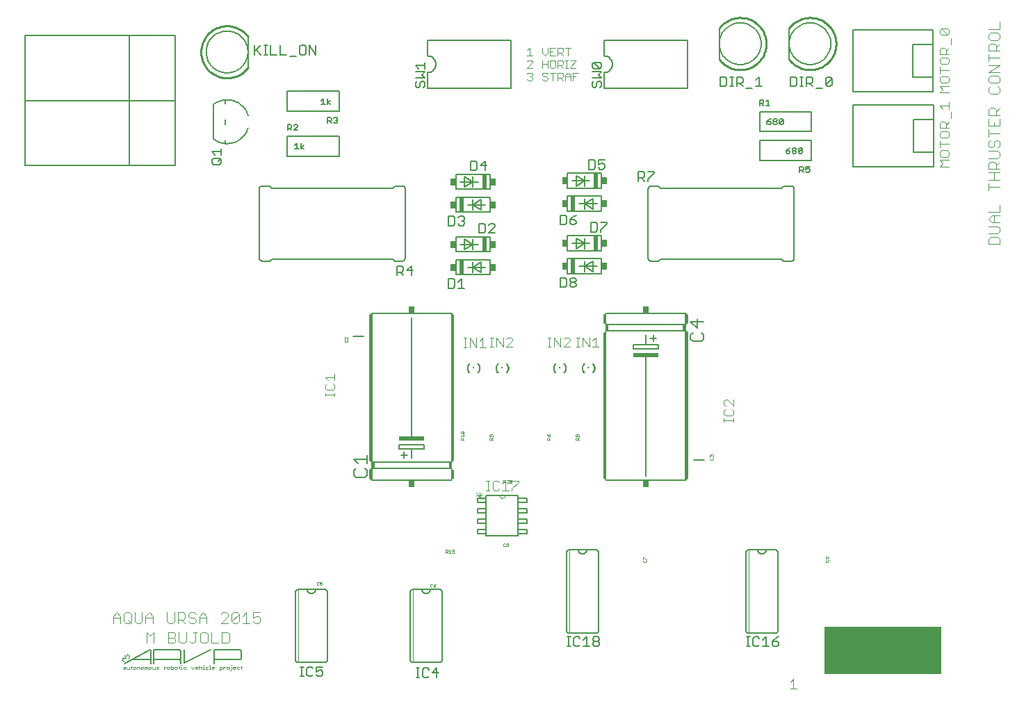
<source format=gto>
G75*
G70*
%OFA0B0*%
%FSLAX24Y24*%
%IPPOS*%
%LPD*%
%AMOC8*
5,1,8,0,0,1.08239X$1,22.5*
%
%ADD10C,0.0040*%
%ADD11C,0.0030*%
%ADD12R,0.5591X0.2283*%
%ADD13C,0.0080*%
%ADD14C,0.0060*%
%ADD15R,0.0200X0.0736*%
%ADD16R,0.0250X0.0335*%
%ADD17C,0.0050*%
%ADD18C,0.0100*%
%ADD19C,0.0010*%
%ADD20C,0.0120*%
%ADD21C,0.0070*%
%ADD22R,0.1200X0.0200*%
%ADD23R,0.0300X0.0350*%
%ADD24C,0.0020*%
%ADD25C,0.0001*%
%ADD26R,0.0079X0.0079*%
%ADD27R,0.0098X0.0059*%
%ADD28C,0.0000*%
D10*
X005963Y008011D02*
X005963Y008531D01*
X006136Y008358D01*
X006310Y008531D01*
X006310Y008011D01*
X006994Y008011D02*
X007254Y008011D01*
X007341Y008097D01*
X007341Y008184D01*
X007254Y008271D01*
X006994Y008271D01*
X007254Y008271D02*
X007341Y008358D01*
X007341Y008444D01*
X007254Y008531D01*
X006994Y008531D01*
X006994Y008011D01*
X007510Y008097D02*
X007596Y008011D01*
X007770Y008011D01*
X007857Y008097D01*
X007857Y008531D01*
X008199Y008531D02*
X008372Y008531D01*
X008285Y008531D02*
X008285Y008097D01*
X008199Y008011D01*
X008112Y008011D01*
X008025Y008097D01*
X007510Y008097D02*
X007510Y008531D01*
X007456Y008961D02*
X007456Y009481D01*
X007717Y009481D01*
X007803Y009394D01*
X007803Y009221D01*
X007717Y009134D01*
X007456Y009134D01*
X007630Y009134D02*
X007803Y008961D01*
X007972Y009047D02*
X008059Y008961D01*
X008232Y008961D01*
X008319Y009047D01*
X008319Y009134D01*
X008232Y009221D01*
X008059Y009221D01*
X007972Y009308D01*
X007972Y009394D01*
X008059Y009481D01*
X008232Y009481D01*
X008319Y009394D01*
X008488Y009308D02*
X008661Y009481D01*
X008835Y009308D01*
X008835Y008961D01*
X008835Y009221D02*
X008488Y009221D01*
X008488Y009308D02*
X008488Y008961D01*
X008628Y008531D02*
X008541Y008444D01*
X008541Y008097D01*
X008628Y008011D01*
X008801Y008011D01*
X008888Y008097D01*
X008888Y008444D01*
X008801Y008531D01*
X008628Y008531D01*
X009056Y008531D02*
X009056Y008011D01*
X009403Y008011D01*
X009572Y008011D02*
X009832Y008011D01*
X009919Y008097D01*
X009919Y008444D01*
X009832Y008531D01*
X009572Y008531D01*
X009572Y008011D01*
X009519Y008961D02*
X009866Y009308D01*
X009866Y009394D01*
X009779Y009481D01*
X009606Y009481D01*
X009519Y009394D01*
X009519Y008961D02*
X009866Y008961D01*
X010035Y009047D02*
X010382Y009394D01*
X010382Y009047D01*
X010295Y008961D01*
X010121Y008961D01*
X010035Y009047D01*
X010035Y009394D01*
X010121Y009481D01*
X010295Y009481D01*
X010382Y009394D01*
X010550Y009308D02*
X010724Y009481D01*
X010724Y008961D01*
X010897Y008961D02*
X010550Y008961D01*
X011066Y009047D02*
X011153Y008961D01*
X011326Y008961D01*
X011413Y009047D01*
X011413Y009221D01*
X011326Y009308D01*
X011239Y009308D01*
X011066Y009221D01*
X011066Y009481D01*
X011413Y009481D01*
X007288Y009481D02*
X007288Y009047D01*
X007201Y008961D01*
X007028Y008961D01*
X006941Y009047D01*
X006941Y009481D01*
X006257Y009308D02*
X006257Y008961D01*
X006257Y009221D02*
X005910Y009221D01*
X005910Y009308D02*
X005910Y008961D01*
X005741Y009047D02*
X005741Y009481D01*
X005910Y009308D02*
X006083Y009481D01*
X006257Y009308D01*
X005741Y009047D02*
X005654Y008961D01*
X005481Y008961D01*
X005394Y009047D01*
X005394Y009481D01*
X005225Y009394D02*
X005225Y009047D01*
X005138Y008961D01*
X004965Y008961D01*
X004878Y009047D01*
X004878Y009394D01*
X004965Y009481D01*
X005138Y009481D01*
X005225Y009394D01*
X005052Y009134D02*
X005225Y008961D01*
X004710Y008961D02*
X004710Y009308D01*
X004536Y009481D01*
X004363Y009308D01*
X004363Y008961D01*
X004363Y009221D02*
X004710Y009221D01*
X014515Y019853D02*
X014515Y020006D01*
X014515Y019929D02*
X014975Y019929D01*
X014975Y019853D02*
X014975Y020006D01*
X014899Y020160D02*
X014592Y020160D01*
X014515Y020236D01*
X014515Y020390D01*
X014592Y020467D01*
X014669Y020620D02*
X014515Y020774D01*
X014975Y020774D01*
X014975Y020927D02*
X014975Y020620D01*
X014899Y020467D02*
X014975Y020390D01*
X014975Y020236D01*
X014899Y020160D01*
X021147Y022199D02*
X021300Y022199D01*
X021224Y022199D02*
X021224Y022660D01*
X021300Y022660D02*
X021147Y022660D01*
X021454Y022660D02*
X021761Y022199D01*
X021761Y022660D01*
X021914Y022506D02*
X022068Y022660D01*
X022068Y022199D01*
X022221Y022199D02*
X021914Y022199D01*
X021454Y022199D02*
X021454Y022660D01*
X022434Y022675D02*
X022588Y022675D01*
X022511Y022675D02*
X022511Y022215D01*
X022434Y022215D02*
X022588Y022215D01*
X022741Y022215D02*
X022741Y022675D01*
X023048Y022215D01*
X023048Y022675D01*
X023202Y022599D02*
X023278Y022675D01*
X023432Y022675D01*
X023509Y022599D01*
X023509Y022522D01*
X023202Y022215D01*
X023509Y022215D01*
X025190Y022215D02*
X025344Y022215D01*
X025267Y022215D02*
X025267Y022675D01*
X025190Y022675D02*
X025344Y022675D01*
X025497Y022675D02*
X025804Y022215D01*
X025804Y022675D01*
X025958Y022599D02*
X026034Y022675D01*
X026188Y022675D01*
X026265Y022599D01*
X026265Y022522D01*
X025958Y022215D01*
X026265Y022215D01*
X026568Y022215D02*
X026722Y022215D01*
X026645Y022215D02*
X026645Y022675D01*
X026568Y022675D02*
X026722Y022675D01*
X026875Y022675D02*
X027182Y022215D01*
X027182Y022675D01*
X027336Y022522D02*
X027489Y022675D01*
X027489Y022215D01*
X027336Y022215D02*
X027642Y022215D01*
X026875Y022215D02*
X026875Y022675D01*
X025497Y022675D02*
X025497Y022215D01*
X033645Y019623D02*
X033645Y019469D01*
X033722Y019392D01*
X033722Y019239D02*
X033645Y019162D01*
X033645Y019009D01*
X033722Y018932D01*
X034029Y018932D01*
X034105Y019009D01*
X034105Y019162D01*
X034029Y019239D01*
X034105Y019392D02*
X033798Y019699D01*
X033722Y019699D01*
X033645Y019623D01*
X034105Y019699D02*
X034105Y019392D01*
X034105Y018779D02*
X034105Y018625D01*
X034105Y018702D02*
X033645Y018702D01*
X033645Y018625D02*
X033645Y018779D01*
X046340Y027145D02*
X046340Y027405D01*
X046427Y027492D01*
X046774Y027492D01*
X046860Y027405D01*
X046860Y027145D01*
X046340Y027145D01*
X046340Y027661D02*
X046774Y027661D01*
X046860Y027748D01*
X046860Y027921D01*
X046774Y028008D01*
X046340Y028008D01*
X046513Y028177D02*
X046340Y028350D01*
X046513Y028523D01*
X046860Y028523D01*
X046860Y028692D02*
X046340Y028692D01*
X046600Y028523D02*
X046600Y028177D01*
X046513Y028177D02*
X046860Y028177D01*
X046860Y028692D02*
X046860Y029039D01*
X046340Y029723D02*
X046340Y030070D01*
X046340Y030239D02*
X046860Y030239D01*
X046600Y030239D02*
X046600Y030586D01*
X046687Y030755D02*
X046687Y031015D01*
X046600Y031102D01*
X046427Y031102D01*
X046340Y031015D01*
X046340Y030755D01*
X046860Y030755D01*
X046860Y030586D02*
X046340Y030586D01*
X046687Y030928D02*
X046860Y031102D01*
X046774Y031270D02*
X046860Y031357D01*
X046860Y031531D01*
X046774Y031617D01*
X046340Y031617D01*
X046427Y031786D02*
X046513Y031786D01*
X046600Y031873D01*
X046600Y032046D01*
X046687Y032133D01*
X046774Y032133D01*
X046860Y032046D01*
X046860Y031873D01*
X046774Y031786D01*
X046427Y031786D02*
X046340Y031873D01*
X046340Y032046D01*
X046427Y032133D01*
X046340Y032302D02*
X046340Y032649D01*
X046340Y032817D02*
X046860Y032817D01*
X046860Y033164D01*
X046860Y033333D02*
X046340Y033333D01*
X046340Y033593D01*
X046427Y033680D01*
X046600Y033680D01*
X046687Y033593D01*
X046687Y033333D01*
X046687Y033506D02*
X046860Y033680D01*
X046774Y034364D02*
X046427Y034364D01*
X046340Y034451D01*
X046340Y034624D01*
X046427Y034711D01*
X046427Y034880D02*
X046774Y034880D01*
X046860Y034967D01*
X046860Y035140D01*
X046774Y035227D01*
X046427Y035227D01*
X046340Y035140D01*
X046340Y034967D01*
X046427Y034880D01*
X046774Y034711D02*
X046860Y034624D01*
X046860Y034451D01*
X046774Y034364D01*
X046860Y035395D02*
X046340Y035395D01*
X046860Y035742D01*
X046340Y035742D01*
X046340Y035911D02*
X046340Y036258D01*
X046340Y036427D02*
X046340Y036687D01*
X046427Y036774D01*
X046600Y036774D01*
X046687Y036687D01*
X046687Y036427D01*
X046687Y036600D02*
X046860Y036774D01*
X046774Y036942D02*
X046860Y037029D01*
X046860Y037203D01*
X046774Y037289D01*
X046427Y037289D01*
X046340Y037203D01*
X046340Y037029D01*
X046427Y036942D01*
X046774Y036942D01*
X046860Y036427D02*
X046340Y036427D01*
X046340Y036085D02*
X046860Y036085D01*
X046860Y037458D02*
X046340Y037458D01*
X046860Y037458D02*
X046860Y037805D01*
X044442Y037412D02*
X044442Y037259D01*
X044365Y037182D01*
X044058Y037489D01*
X044365Y037489D01*
X044442Y037412D01*
X044365Y037182D02*
X044058Y037182D01*
X043981Y037259D01*
X043981Y037412D01*
X044058Y037489D01*
X044518Y037029D02*
X044518Y036722D01*
X044442Y036568D02*
X044288Y036415D01*
X044288Y036491D02*
X044288Y036261D01*
X044442Y036261D02*
X043981Y036261D01*
X043981Y036491D01*
X044058Y036568D01*
X044211Y036568D01*
X044288Y036491D01*
X044365Y036108D02*
X044058Y036108D01*
X043981Y036031D01*
X043981Y035878D01*
X044058Y035801D01*
X044365Y035801D01*
X044442Y035878D01*
X044442Y036031D01*
X044365Y036108D01*
X043981Y035647D02*
X043981Y035340D01*
X043981Y035494D02*
X044442Y035494D01*
X044365Y035187D02*
X044058Y035187D01*
X043981Y035110D01*
X043981Y034957D01*
X044058Y034880D01*
X044365Y034880D01*
X044442Y034957D01*
X044442Y035110D01*
X044365Y035187D01*
X044442Y034727D02*
X043981Y034727D01*
X044135Y034573D01*
X043981Y034420D01*
X044442Y034420D01*
X044442Y033946D02*
X044442Y033639D01*
X044442Y033792D02*
X043981Y033792D01*
X044135Y033639D01*
X044518Y033485D02*
X044518Y033178D01*
X044442Y033025D02*
X044288Y032871D01*
X044288Y032948D02*
X044288Y032718D01*
X044442Y032718D02*
X043981Y032718D01*
X043981Y032948D01*
X044058Y033025D01*
X044211Y033025D01*
X044288Y032948D01*
X044365Y032564D02*
X044058Y032564D01*
X043981Y032488D01*
X043981Y032334D01*
X044058Y032258D01*
X044365Y032258D01*
X044442Y032334D01*
X044442Y032488D01*
X044365Y032564D01*
X043981Y032104D02*
X043981Y031797D01*
X043981Y031951D02*
X044442Y031951D01*
X044365Y031644D02*
X044058Y031644D01*
X043981Y031567D01*
X043981Y031414D01*
X044058Y031337D01*
X044365Y031337D01*
X044442Y031414D01*
X044442Y031567D01*
X044365Y031644D01*
X044442Y031183D02*
X043981Y031183D01*
X044135Y031030D01*
X043981Y030876D01*
X044442Y030876D01*
X046340Y031270D02*
X046774Y031270D01*
X046860Y029897D02*
X046340Y029897D01*
X046340Y032475D02*
X046860Y032475D01*
X046600Y032817D02*
X046600Y032991D01*
X046340Y033164D02*
X046340Y032817D01*
X036978Y006280D02*
X036978Y005820D01*
X037131Y005820D02*
X036824Y005820D01*
X036824Y006127D02*
X036978Y006280D01*
D11*
X023781Y015731D02*
X023468Y015417D01*
X023468Y015339D01*
X023321Y015339D02*
X023007Y015339D01*
X023164Y015339D02*
X023164Y015809D01*
X023007Y015653D01*
X022860Y015731D02*
X022782Y015809D01*
X022625Y015809D01*
X022547Y015731D01*
X022547Y015417D01*
X022625Y015339D01*
X022782Y015339D01*
X022860Y015417D01*
X022397Y015339D02*
X022240Y015339D01*
X022318Y015339D02*
X022318Y015809D01*
X022240Y015809D02*
X022397Y015809D01*
X022074Y015241D02*
X021760Y014927D01*
X021917Y014927D02*
X021917Y015241D01*
X021760Y015241D02*
X022074Y014927D01*
X022074Y015084D02*
X021760Y015084D01*
X023468Y015809D02*
X023781Y015809D01*
X023781Y015731D01*
X024263Y035005D02*
X024201Y035067D01*
X024263Y035005D02*
X024386Y035005D01*
X024448Y035067D01*
X024448Y035129D01*
X024386Y035190D01*
X024324Y035190D01*
X024386Y035190D02*
X024448Y035252D01*
X024448Y035314D01*
X024386Y035376D01*
X024263Y035376D01*
X024201Y035314D01*
X024201Y035605D02*
X024448Y035852D01*
X024448Y035914D01*
X024386Y035976D01*
X024263Y035976D01*
X024201Y035914D01*
X024201Y036205D02*
X024448Y036205D01*
X024324Y036205D02*
X024324Y036576D01*
X024201Y036452D01*
X024938Y036329D02*
X025061Y036205D01*
X025185Y036329D01*
X025185Y036576D01*
X025306Y036576D02*
X025306Y036205D01*
X025553Y036205D01*
X025674Y036205D02*
X025674Y036576D01*
X025859Y036576D01*
X025921Y036514D01*
X025921Y036390D01*
X025859Y036329D01*
X025674Y036329D01*
X025798Y036329D02*
X025921Y036205D01*
X025859Y035976D02*
X025921Y035914D01*
X025921Y035790D01*
X025859Y035729D01*
X025674Y035729D01*
X025798Y035729D02*
X025921Y035605D01*
X026043Y035605D02*
X026166Y035605D01*
X026104Y035605D02*
X026104Y035976D01*
X026043Y035976D02*
X026166Y035976D01*
X026288Y035976D02*
X026535Y035976D01*
X026535Y035914D01*
X026288Y035667D01*
X026288Y035605D01*
X026535Y035605D01*
X026658Y035376D02*
X026411Y035376D01*
X026411Y035005D01*
X026289Y035005D02*
X026289Y035252D01*
X026166Y035376D01*
X026043Y035252D01*
X026043Y035005D01*
X025921Y035005D02*
X025798Y035129D01*
X025859Y035129D02*
X025674Y035129D01*
X025674Y035005D02*
X025674Y035376D01*
X025859Y035376D01*
X025921Y035314D01*
X025921Y035190D01*
X025859Y035129D01*
X026043Y035190D02*
X026289Y035190D01*
X026411Y035190D02*
X026534Y035190D01*
X025674Y035605D02*
X025674Y035976D01*
X025859Y035976D01*
X025553Y035914D02*
X025553Y035667D01*
X025491Y035605D01*
X025368Y035605D01*
X025306Y035667D01*
X025306Y035914D01*
X025368Y035976D01*
X025491Y035976D01*
X025553Y035914D01*
X025185Y035976D02*
X025185Y035605D01*
X025185Y035790D02*
X024938Y035790D01*
X024938Y035605D02*
X024938Y035976D01*
X024938Y036329D02*
X024938Y036576D01*
X025306Y036576D02*
X025553Y036576D01*
X025429Y036390D02*
X025306Y036390D01*
X026043Y036576D02*
X026289Y036576D01*
X026166Y036576D02*
X026166Y036205D01*
X025553Y035376D02*
X025306Y035376D01*
X025429Y035376D02*
X025429Y035005D01*
X025185Y035067D02*
X025123Y035005D01*
X024999Y035005D01*
X024938Y035067D01*
X024999Y035190D02*
X025123Y035190D01*
X025185Y035129D01*
X025185Y035067D01*
X024999Y035190D02*
X024938Y035252D01*
X024938Y035314D01*
X024999Y035376D01*
X025123Y035376D01*
X025185Y035314D01*
X024448Y035605D02*
X024201Y035605D01*
D12*
X041273Y007667D03*
D13*
X032710Y016791D02*
X032210Y016791D01*
X016360Y022741D02*
X015860Y022741D01*
X015190Y031368D02*
X012710Y031368D01*
X012710Y032313D01*
X015190Y032313D01*
X015190Y031368D01*
X015190Y033534D02*
X012710Y033534D01*
X012710Y034478D01*
X015190Y034478D01*
X015190Y033534D01*
X010816Y035618D02*
X010816Y037118D01*
X033422Y037512D02*
X033422Y036012D01*
X035347Y033494D02*
X037828Y033494D01*
X037828Y032549D01*
X035347Y032549D01*
X035347Y033494D01*
X035347Y032116D02*
X037828Y032116D01*
X037828Y031171D01*
X035347Y031171D01*
X035347Y032116D01*
X039838Y030850D02*
X043687Y030850D01*
X043687Y031559D01*
X042732Y031559D01*
X042732Y033132D01*
X043687Y033132D01*
X043687Y033841D01*
X039838Y033841D01*
X039838Y030850D01*
X043687Y031559D02*
X043687Y033132D01*
X043666Y034450D02*
X039817Y034450D01*
X039817Y037441D01*
X043666Y037441D01*
X043666Y036732D01*
X042711Y036732D01*
X042711Y035159D01*
X043666Y035159D01*
X043666Y036732D01*
X043666Y035159D02*
X043666Y034450D01*
X036769Y036012D02*
X036769Y037512D01*
D14*
X036769Y036762D02*
X036771Y036825D01*
X036777Y036887D01*
X036787Y036949D01*
X036800Y037011D01*
X036818Y037071D01*
X036839Y037130D01*
X036864Y037188D01*
X036893Y037244D01*
X036925Y037298D01*
X036960Y037350D01*
X036998Y037399D01*
X037040Y037447D01*
X037084Y037491D01*
X037132Y037533D01*
X037181Y037571D01*
X037233Y037606D01*
X037287Y037638D01*
X037343Y037667D01*
X037401Y037692D01*
X037460Y037713D01*
X037520Y037731D01*
X037582Y037744D01*
X037644Y037754D01*
X037706Y037760D01*
X037769Y037762D01*
X037832Y037760D01*
X037894Y037754D01*
X037956Y037744D01*
X038018Y037731D01*
X038078Y037713D01*
X038137Y037692D01*
X038195Y037667D01*
X038251Y037638D01*
X038305Y037606D01*
X038357Y037571D01*
X038406Y037533D01*
X038454Y037491D01*
X038498Y037447D01*
X038540Y037399D01*
X038578Y037350D01*
X038613Y037298D01*
X038645Y037244D01*
X038674Y037188D01*
X038699Y037130D01*
X038720Y037071D01*
X038738Y037011D01*
X038751Y036949D01*
X038761Y036887D01*
X038767Y036825D01*
X038769Y036762D01*
X038767Y036699D01*
X038761Y036637D01*
X038751Y036575D01*
X038738Y036513D01*
X038720Y036453D01*
X038699Y036394D01*
X038674Y036336D01*
X038645Y036280D01*
X038613Y036226D01*
X038578Y036174D01*
X038540Y036125D01*
X038498Y036077D01*
X038454Y036033D01*
X038406Y035991D01*
X038357Y035953D01*
X038305Y035918D01*
X038251Y035886D01*
X038195Y035857D01*
X038137Y035832D01*
X038078Y035811D01*
X038018Y035793D01*
X037956Y035780D01*
X037894Y035770D01*
X037832Y035764D01*
X037769Y035762D01*
X037706Y035764D01*
X037644Y035770D01*
X037582Y035780D01*
X037520Y035793D01*
X037460Y035811D01*
X037401Y035832D01*
X037343Y035857D01*
X037287Y035886D01*
X037233Y035918D01*
X037181Y035953D01*
X037132Y035991D01*
X037084Y036033D01*
X037040Y036077D01*
X036998Y036125D01*
X036960Y036174D01*
X036925Y036226D01*
X036893Y036280D01*
X036864Y036336D01*
X036839Y036394D01*
X036818Y036453D01*
X036800Y036513D01*
X036787Y036575D01*
X036777Y036637D01*
X036771Y036699D01*
X036769Y036762D01*
X033422Y036762D02*
X033424Y036825D01*
X033430Y036887D01*
X033440Y036949D01*
X033453Y037011D01*
X033471Y037071D01*
X033492Y037130D01*
X033517Y037188D01*
X033546Y037244D01*
X033578Y037298D01*
X033613Y037350D01*
X033651Y037399D01*
X033693Y037447D01*
X033737Y037491D01*
X033785Y037533D01*
X033834Y037571D01*
X033886Y037606D01*
X033940Y037638D01*
X033996Y037667D01*
X034054Y037692D01*
X034113Y037713D01*
X034173Y037731D01*
X034235Y037744D01*
X034297Y037754D01*
X034359Y037760D01*
X034422Y037762D01*
X034485Y037760D01*
X034547Y037754D01*
X034609Y037744D01*
X034671Y037731D01*
X034731Y037713D01*
X034790Y037692D01*
X034848Y037667D01*
X034904Y037638D01*
X034958Y037606D01*
X035010Y037571D01*
X035059Y037533D01*
X035107Y037491D01*
X035151Y037447D01*
X035193Y037399D01*
X035231Y037350D01*
X035266Y037298D01*
X035298Y037244D01*
X035327Y037188D01*
X035352Y037130D01*
X035373Y037071D01*
X035391Y037011D01*
X035404Y036949D01*
X035414Y036887D01*
X035420Y036825D01*
X035422Y036762D01*
X035420Y036699D01*
X035414Y036637D01*
X035404Y036575D01*
X035391Y036513D01*
X035373Y036453D01*
X035352Y036394D01*
X035327Y036336D01*
X035298Y036280D01*
X035266Y036226D01*
X035231Y036174D01*
X035193Y036125D01*
X035151Y036077D01*
X035107Y036033D01*
X035059Y035991D01*
X035010Y035953D01*
X034958Y035918D01*
X034904Y035886D01*
X034848Y035857D01*
X034790Y035832D01*
X034731Y035811D01*
X034671Y035793D01*
X034609Y035780D01*
X034547Y035770D01*
X034485Y035764D01*
X034422Y035762D01*
X034359Y035764D01*
X034297Y035770D01*
X034235Y035780D01*
X034173Y035793D01*
X034113Y035811D01*
X034054Y035832D01*
X033996Y035857D01*
X033940Y035886D01*
X033886Y035918D01*
X033834Y035953D01*
X033785Y035991D01*
X033737Y036033D01*
X033693Y036077D01*
X033651Y036125D01*
X033613Y036174D01*
X033578Y036226D01*
X033546Y036280D01*
X033517Y036336D01*
X033492Y036394D01*
X033471Y036453D01*
X033453Y036513D01*
X033440Y036575D01*
X033430Y036637D01*
X033424Y036699D01*
X033422Y036762D01*
X031895Y036928D02*
X031895Y034628D01*
X027895Y034628D01*
X027895Y035378D01*
X027934Y035380D01*
X027973Y035386D01*
X028011Y035395D01*
X028048Y035408D01*
X028084Y035425D01*
X028117Y035445D01*
X028149Y035469D01*
X028178Y035495D01*
X028204Y035524D01*
X028228Y035556D01*
X028248Y035589D01*
X028265Y035625D01*
X028278Y035662D01*
X028287Y035700D01*
X028293Y035739D01*
X028295Y035778D01*
X028293Y035817D01*
X028287Y035856D01*
X028278Y035894D01*
X028265Y035931D01*
X028248Y035967D01*
X028228Y036000D01*
X028204Y036032D01*
X028178Y036061D01*
X028149Y036087D01*
X028117Y036111D01*
X028084Y036131D01*
X028048Y036148D01*
X028011Y036161D01*
X027973Y036170D01*
X027934Y036176D01*
X027895Y036178D01*
X027895Y036928D01*
X031895Y036928D01*
X027780Y030553D02*
X026141Y030553D01*
X026141Y029829D01*
X027780Y029829D01*
X027780Y030553D01*
X027210Y030191D02*
X026960Y030191D01*
X026960Y030441D01*
X026960Y030191D02*
X026960Y029941D01*
X026960Y030191D02*
X026360Y030191D01*
X026560Y029941D02*
X026560Y030441D01*
X026960Y030191D01*
X026560Y029941D01*
X026141Y029453D02*
X026141Y028729D01*
X027780Y028729D01*
X027780Y029453D01*
X026141Y029453D01*
X026710Y029091D02*
X026960Y029091D01*
X026960Y028841D01*
X026960Y029091D02*
X026960Y029341D01*
X026960Y029091D02*
X027360Y029341D01*
X027360Y028841D01*
X026960Y029091D01*
X027560Y029091D01*
X027780Y027553D02*
X026141Y027553D01*
X026141Y026829D01*
X027780Y026829D01*
X027780Y027553D01*
X027210Y027191D02*
X026960Y027191D01*
X026960Y027441D01*
X026960Y027191D02*
X026360Y027191D01*
X026560Y026941D02*
X026960Y027191D01*
X026960Y026941D01*
X026960Y027191D02*
X026560Y027441D01*
X026560Y026941D01*
X026141Y026453D02*
X026141Y025729D01*
X027780Y025729D01*
X027780Y026453D01*
X026141Y026453D01*
X026710Y026091D02*
X026960Y026091D01*
X026960Y025841D01*
X026960Y026091D02*
X026960Y026341D01*
X026960Y026091D02*
X027360Y026341D01*
X027360Y025841D01*
X026960Y026091D01*
X027560Y026091D01*
X028010Y023833D02*
X027960Y023783D01*
X027960Y023333D01*
X028010Y023283D01*
X028010Y022983D01*
X027960Y022933D01*
X027960Y015883D01*
X028010Y015833D01*
X031810Y015833D01*
X031810Y022983D01*
X031810Y023283D01*
X031810Y023833D01*
X028010Y023833D01*
X027960Y023783D02*
X027910Y023733D01*
X027910Y023383D01*
X027930Y023383D01*
X027930Y023733D01*
X027910Y023383D02*
X027960Y023333D01*
X028010Y023283D02*
X028030Y023283D01*
X028060Y023283D01*
X028060Y022983D01*
X028030Y022983D01*
X028030Y023283D01*
X028060Y023283D02*
X031710Y023283D01*
X031710Y022983D01*
X028060Y022983D01*
X028030Y022983D02*
X028010Y022983D01*
X027960Y022933D02*
X027910Y022883D01*
X027930Y022883D01*
X027930Y015933D01*
X027910Y015933D02*
X027960Y015883D01*
X027910Y015933D02*
X027910Y022883D01*
X029310Y022333D02*
X029910Y022333D01*
X029910Y022783D01*
X030110Y022633D02*
X030410Y022633D01*
X030260Y022783D02*
X030260Y022483D01*
X030510Y022333D02*
X029910Y022333D01*
X029910Y021783D02*
X029910Y016033D01*
X031810Y015833D02*
X031910Y015933D01*
X031910Y022883D01*
X031810Y022983D01*
X031710Y022983D01*
X031710Y023283D02*
X031810Y023283D01*
X031910Y023383D01*
X031910Y023733D01*
X031810Y023833D01*
X030510Y022333D02*
X030510Y022133D01*
X029310Y022133D01*
X029310Y022333D01*
X030160Y026341D02*
X030510Y026341D01*
X030610Y026441D01*
X036410Y026441D01*
X036510Y026341D01*
X036860Y026341D01*
X036883Y026343D01*
X036906Y026348D01*
X036928Y026357D01*
X036948Y026370D01*
X036966Y026385D01*
X036981Y026403D01*
X036994Y026423D01*
X037003Y026445D01*
X037008Y026468D01*
X037010Y026491D01*
X037010Y029791D01*
X037008Y029814D01*
X037003Y029837D01*
X036994Y029859D01*
X036981Y029879D01*
X036966Y029897D01*
X036948Y029912D01*
X036928Y029925D01*
X036906Y029934D01*
X036883Y029939D01*
X036860Y029941D01*
X036510Y029941D01*
X036410Y029841D01*
X030610Y029841D01*
X030510Y029941D01*
X030160Y029941D01*
X030137Y029939D01*
X030114Y029934D01*
X030092Y029925D01*
X030072Y029912D01*
X030054Y029897D01*
X030039Y029879D01*
X030026Y029859D01*
X030017Y029837D01*
X030012Y029814D01*
X030010Y029791D01*
X030010Y026491D01*
X030012Y026468D01*
X030017Y026445D01*
X030026Y026423D01*
X030039Y026403D01*
X030054Y026385D01*
X030072Y026370D01*
X030092Y026357D01*
X030114Y026348D01*
X030137Y026343D01*
X030160Y026341D01*
X022430Y026403D02*
X022430Y025679D01*
X020791Y025679D01*
X020791Y026403D01*
X022430Y026403D01*
X022430Y026779D02*
X022430Y027503D01*
X020791Y027503D01*
X020791Y026779D01*
X022430Y026779D01*
X022010Y026291D02*
X021610Y026041D01*
X021610Y025791D01*
X021610Y026041D02*
X021360Y026041D01*
X021610Y026041D02*
X021610Y026291D01*
X021610Y026041D02*
X022210Y026041D01*
X022010Y025791D02*
X021610Y026041D01*
X022010Y026291D02*
X022010Y025791D01*
X021610Y026891D02*
X021610Y027141D01*
X021610Y027391D01*
X021610Y027141D02*
X021210Y026891D01*
X021210Y027391D01*
X021610Y027141D01*
X021010Y027141D01*
X021610Y027141D02*
X021860Y027141D01*
X022430Y028679D02*
X020791Y028679D01*
X020791Y029403D01*
X022430Y029403D01*
X022430Y028679D01*
X022210Y029041D02*
X021610Y029041D01*
X021610Y028791D01*
X021610Y029041D02*
X021360Y029041D01*
X021610Y029041D02*
X021610Y029291D01*
X021610Y029041D02*
X022010Y029291D01*
X022010Y028791D01*
X021610Y029041D01*
X021610Y029891D02*
X021610Y030141D01*
X021610Y030391D01*
X021610Y030141D02*
X021210Y029891D01*
X021210Y030391D01*
X021610Y030141D01*
X021010Y030141D01*
X020791Y029779D02*
X022430Y029779D01*
X022430Y030503D01*
X020791Y030503D01*
X020791Y029779D01*
X021610Y030141D02*
X021860Y030141D01*
X018360Y029791D02*
X018360Y026491D01*
X018358Y026468D01*
X018353Y026445D01*
X018344Y026423D01*
X018331Y026403D01*
X018316Y026385D01*
X018298Y026370D01*
X018278Y026357D01*
X018256Y026348D01*
X018233Y026343D01*
X018210Y026341D01*
X017860Y026341D01*
X017760Y026441D01*
X011960Y026441D01*
X011860Y026341D01*
X011510Y026341D01*
X011487Y026343D01*
X011464Y026348D01*
X011442Y026357D01*
X011422Y026370D01*
X011404Y026385D01*
X011389Y026403D01*
X011376Y026423D01*
X011367Y026445D01*
X011362Y026468D01*
X011360Y026491D01*
X011360Y029791D01*
X011362Y029814D01*
X011367Y029837D01*
X011376Y029859D01*
X011389Y029879D01*
X011404Y029897D01*
X011422Y029912D01*
X011442Y029925D01*
X011464Y029934D01*
X011487Y029939D01*
X011510Y029941D01*
X011860Y029941D01*
X011960Y029841D01*
X017760Y029841D01*
X017860Y029941D01*
X018210Y029941D01*
X018233Y029939D01*
X018256Y029934D01*
X018278Y029925D01*
X018298Y029912D01*
X018316Y029897D01*
X018331Y029879D01*
X018344Y029859D01*
X018353Y029837D01*
X018358Y029814D01*
X018360Y029791D01*
X019430Y034628D02*
X019430Y035378D01*
X019469Y035380D01*
X019508Y035386D01*
X019546Y035395D01*
X019583Y035408D01*
X019619Y035425D01*
X019652Y035445D01*
X019684Y035469D01*
X019713Y035495D01*
X019739Y035524D01*
X019763Y035556D01*
X019783Y035589D01*
X019800Y035625D01*
X019813Y035662D01*
X019822Y035700D01*
X019828Y035739D01*
X019830Y035778D01*
X019828Y035817D01*
X019822Y035856D01*
X019813Y035894D01*
X019800Y035931D01*
X019783Y035967D01*
X019763Y036000D01*
X019739Y036032D01*
X019713Y036061D01*
X019684Y036087D01*
X019652Y036111D01*
X019619Y036131D01*
X019583Y036148D01*
X019546Y036161D01*
X019508Y036170D01*
X019469Y036176D01*
X019430Y036178D01*
X019430Y036928D01*
X023430Y036928D01*
X023430Y034628D01*
X019430Y034628D01*
X008816Y036368D02*
X008818Y036431D01*
X008824Y036493D01*
X008834Y036555D01*
X008847Y036617D01*
X008865Y036677D01*
X008886Y036736D01*
X008911Y036794D01*
X008940Y036850D01*
X008972Y036904D01*
X009007Y036956D01*
X009045Y037005D01*
X009087Y037053D01*
X009131Y037097D01*
X009179Y037139D01*
X009228Y037177D01*
X009280Y037212D01*
X009334Y037244D01*
X009390Y037273D01*
X009448Y037298D01*
X009507Y037319D01*
X009567Y037337D01*
X009629Y037350D01*
X009691Y037360D01*
X009753Y037366D01*
X009816Y037368D01*
X009879Y037366D01*
X009941Y037360D01*
X010003Y037350D01*
X010065Y037337D01*
X010125Y037319D01*
X010184Y037298D01*
X010242Y037273D01*
X010298Y037244D01*
X010352Y037212D01*
X010404Y037177D01*
X010453Y037139D01*
X010501Y037097D01*
X010545Y037053D01*
X010587Y037005D01*
X010625Y036956D01*
X010660Y036904D01*
X010692Y036850D01*
X010721Y036794D01*
X010746Y036736D01*
X010767Y036677D01*
X010785Y036617D01*
X010798Y036555D01*
X010808Y036493D01*
X010814Y036431D01*
X010816Y036368D01*
X010814Y036305D01*
X010808Y036243D01*
X010798Y036181D01*
X010785Y036119D01*
X010767Y036059D01*
X010746Y036000D01*
X010721Y035942D01*
X010692Y035886D01*
X010660Y035832D01*
X010625Y035780D01*
X010587Y035731D01*
X010545Y035683D01*
X010501Y035639D01*
X010453Y035597D01*
X010404Y035559D01*
X010352Y035524D01*
X010298Y035492D01*
X010242Y035463D01*
X010184Y035438D01*
X010125Y035417D01*
X010065Y035399D01*
X010003Y035386D01*
X009941Y035376D01*
X009879Y035370D01*
X009816Y035368D01*
X009753Y035370D01*
X009691Y035376D01*
X009629Y035386D01*
X009567Y035399D01*
X009507Y035417D01*
X009448Y035438D01*
X009390Y035463D01*
X009334Y035492D01*
X009280Y035524D01*
X009228Y035559D01*
X009179Y035597D01*
X009131Y035639D01*
X009087Y035683D01*
X009045Y035731D01*
X009007Y035780D01*
X008972Y035832D01*
X008940Y035886D01*
X008911Y035942D01*
X008886Y036000D01*
X008865Y036059D01*
X008847Y036119D01*
X008834Y036181D01*
X008824Y036243D01*
X008818Y036305D01*
X008816Y036368D01*
X016760Y023833D02*
X016660Y023733D01*
X016660Y016783D01*
X016760Y016683D01*
X016760Y016383D01*
X016760Y015833D01*
X020560Y015833D01*
X020610Y015883D01*
X020610Y016333D01*
X020560Y016383D01*
X020560Y016683D01*
X020610Y016733D01*
X020610Y023783D01*
X020560Y023833D01*
X016760Y023833D01*
X016760Y016683D01*
X016860Y016683D01*
X020510Y016683D01*
X020540Y016683D01*
X020540Y016383D01*
X020510Y016383D01*
X020510Y016683D01*
X020540Y016683D02*
X020560Y016683D01*
X020610Y016733D02*
X020660Y016783D01*
X020640Y016783D01*
X020640Y023733D01*
X020660Y023733D02*
X020610Y023783D01*
X020660Y023733D02*
X020660Y016783D01*
X020560Y016383D02*
X020540Y016383D01*
X020510Y016383D02*
X016860Y016383D01*
X016860Y016683D01*
X016860Y016383D02*
X016760Y016383D01*
X016660Y016283D01*
X016660Y015933D01*
X016760Y015833D01*
X018160Y017033D02*
X018460Y017033D01*
X018310Y016883D02*
X018310Y017183D01*
X018060Y017333D02*
X018060Y017533D01*
X019260Y017533D01*
X019260Y017333D01*
X018660Y017333D01*
X018660Y016883D01*
X018660Y017333D02*
X018060Y017333D01*
X018660Y017883D02*
X018660Y023633D01*
X020610Y016333D02*
X020660Y016283D01*
X020640Y016283D01*
X020640Y015933D01*
X020660Y015933D02*
X020610Y015883D01*
X020660Y015933D02*
X020660Y016283D01*
X022235Y015084D02*
X022235Y013164D01*
X023775Y013164D01*
X023775Y015084D01*
X022885Y015084D01*
X022235Y015084D01*
X022235Y014974D02*
X021825Y014974D01*
X021825Y014774D01*
X022235Y014774D01*
X022235Y014974D01*
X022235Y014474D02*
X021825Y014474D01*
X021825Y014274D01*
X022235Y014274D01*
X022235Y014474D01*
X022235Y013974D02*
X021825Y013974D01*
X021825Y013774D01*
X022235Y013774D01*
X022235Y013974D01*
X022235Y013474D02*
X021825Y013474D01*
X021825Y013274D01*
X022235Y013274D01*
X022235Y013474D01*
X023775Y013474D02*
X024185Y013474D01*
X024185Y013274D01*
X023775Y013274D01*
X023775Y013474D01*
X023775Y013774D02*
X024185Y013774D01*
X024185Y013974D01*
X023775Y013974D01*
X023775Y013774D01*
X023775Y014274D02*
X024185Y014274D01*
X024185Y014474D01*
X023775Y014474D01*
X023775Y014274D01*
X023775Y014774D02*
X024185Y014774D01*
X024185Y014974D01*
X023775Y014974D01*
X023775Y014774D01*
X026240Y012491D02*
X026660Y012491D01*
X027060Y012491D01*
X027480Y012491D01*
X027503Y012489D01*
X027526Y012484D01*
X027548Y012475D01*
X027568Y012462D01*
X027586Y012447D01*
X027601Y012429D01*
X027614Y012409D01*
X027623Y012387D01*
X027628Y012364D01*
X027630Y012341D01*
X027630Y008641D01*
X027628Y008618D01*
X027623Y008595D01*
X027614Y008573D01*
X027601Y008553D01*
X027586Y008535D01*
X027568Y008520D01*
X027548Y008507D01*
X027526Y008498D01*
X027503Y008493D01*
X027480Y008491D01*
X026240Y008491D01*
X026217Y008493D01*
X026194Y008498D01*
X026172Y008507D01*
X026152Y008520D01*
X026134Y008535D01*
X026119Y008553D01*
X026106Y008573D01*
X026097Y008595D01*
X026092Y008618D01*
X026090Y008641D01*
X026090Y012341D01*
X026092Y012364D01*
X026097Y012387D01*
X026106Y012409D01*
X026119Y012429D01*
X026134Y012447D01*
X026152Y012462D01*
X026172Y012475D01*
X026194Y012484D01*
X026217Y012489D01*
X026240Y012491D01*
X026660Y012491D02*
X026662Y012464D01*
X026667Y012437D01*
X026677Y012411D01*
X026689Y012387D01*
X026705Y012365D01*
X026723Y012345D01*
X026745Y012328D01*
X026768Y012313D01*
X026793Y012303D01*
X026819Y012295D01*
X026846Y012291D01*
X026874Y012291D01*
X026901Y012295D01*
X026927Y012303D01*
X026952Y012313D01*
X026975Y012328D01*
X026997Y012345D01*
X027015Y012365D01*
X027031Y012387D01*
X027043Y012411D01*
X027053Y012437D01*
X027058Y012464D01*
X027060Y012491D01*
X020130Y010441D02*
X020130Y007241D01*
X020128Y007218D01*
X020123Y007195D01*
X020114Y007173D01*
X020101Y007153D01*
X020086Y007135D01*
X020068Y007120D01*
X020048Y007107D01*
X020026Y007098D01*
X020003Y007093D01*
X019980Y007091D01*
X018740Y007091D01*
X018717Y007093D01*
X018694Y007098D01*
X018672Y007107D01*
X018652Y007120D01*
X018634Y007135D01*
X018619Y007153D01*
X018606Y007173D01*
X018597Y007195D01*
X018592Y007218D01*
X018590Y007241D01*
X018590Y010441D01*
X018592Y010464D01*
X018597Y010487D01*
X018606Y010509D01*
X018619Y010529D01*
X018634Y010547D01*
X018652Y010562D01*
X018672Y010575D01*
X018694Y010584D01*
X018717Y010589D01*
X018740Y010591D01*
X019160Y010591D01*
X019560Y010591D01*
X019980Y010591D01*
X020003Y010589D01*
X020026Y010584D01*
X020048Y010575D01*
X020068Y010562D01*
X020086Y010547D01*
X020101Y010529D01*
X020114Y010509D01*
X020123Y010487D01*
X020128Y010464D01*
X020130Y010441D01*
X019560Y010591D02*
X019558Y010564D01*
X019553Y010537D01*
X019543Y010511D01*
X019531Y010487D01*
X019515Y010465D01*
X019497Y010445D01*
X019475Y010428D01*
X019452Y010413D01*
X019427Y010403D01*
X019401Y010395D01*
X019374Y010391D01*
X019346Y010391D01*
X019319Y010395D01*
X019293Y010403D01*
X019268Y010413D01*
X019245Y010428D01*
X019223Y010445D01*
X019205Y010465D01*
X019189Y010487D01*
X019177Y010511D01*
X019167Y010537D01*
X019162Y010564D01*
X019160Y010591D01*
X014630Y010441D02*
X014630Y007241D01*
X014628Y007218D01*
X014623Y007195D01*
X014614Y007173D01*
X014601Y007153D01*
X014586Y007135D01*
X014568Y007120D01*
X014548Y007107D01*
X014526Y007098D01*
X014503Y007093D01*
X014480Y007091D01*
X013240Y007091D01*
X013217Y007093D01*
X013194Y007098D01*
X013172Y007107D01*
X013152Y007120D01*
X013134Y007135D01*
X013119Y007153D01*
X013106Y007173D01*
X013097Y007195D01*
X013092Y007218D01*
X013090Y007241D01*
X013090Y010441D01*
X013092Y010464D01*
X013097Y010487D01*
X013106Y010509D01*
X013119Y010529D01*
X013134Y010547D01*
X013152Y010562D01*
X013172Y010575D01*
X013194Y010584D01*
X013217Y010589D01*
X013240Y010591D01*
X013660Y010591D01*
X014060Y010591D01*
X014480Y010591D01*
X014503Y010589D01*
X014526Y010584D01*
X014548Y010575D01*
X014568Y010562D01*
X014586Y010547D01*
X014601Y010529D01*
X014614Y010509D01*
X014623Y010487D01*
X014628Y010464D01*
X014630Y010441D01*
X014060Y010591D02*
X014058Y010564D01*
X014053Y010537D01*
X014043Y010511D01*
X014031Y010487D01*
X014015Y010465D01*
X013997Y010445D01*
X013975Y010428D01*
X013952Y010413D01*
X013927Y010403D01*
X013901Y010395D01*
X013874Y010391D01*
X013846Y010391D01*
X013819Y010395D01*
X013793Y010403D01*
X013768Y010413D01*
X013745Y010428D01*
X013723Y010445D01*
X013705Y010465D01*
X013689Y010487D01*
X013677Y010511D01*
X013667Y010537D01*
X013662Y010564D01*
X013660Y010591D01*
X034690Y012341D02*
X034690Y008641D01*
X034692Y008618D01*
X034697Y008595D01*
X034706Y008573D01*
X034719Y008553D01*
X034734Y008535D01*
X034752Y008520D01*
X034772Y008507D01*
X034794Y008498D01*
X034817Y008493D01*
X034840Y008491D01*
X036080Y008491D01*
X036103Y008493D01*
X036126Y008498D01*
X036148Y008507D01*
X036168Y008520D01*
X036186Y008535D01*
X036201Y008553D01*
X036214Y008573D01*
X036223Y008595D01*
X036228Y008618D01*
X036230Y008641D01*
X036230Y012341D01*
X036228Y012364D01*
X036223Y012387D01*
X036214Y012409D01*
X036201Y012429D01*
X036186Y012447D01*
X036168Y012462D01*
X036148Y012475D01*
X036126Y012484D01*
X036103Y012489D01*
X036080Y012491D01*
X035660Y012491D01*
X035260Y012491D01*
X034840Y012491D01*
X034817Y012489D01*
X034794Y012484D01*
X034772Y012475D01*
X034752Y012462D01*
X034734Y012447D01*
X034719Y012429D01*
X034706Y012409D01*
X034697Y012387D01*
X034692Y012364D01*
X034690Y012341D01*
X035260Y012491D02*
X035262Y012464D01*
X035267Y012437D01*
X035277Y012411D01*
X035289Y012387D01*
X035305Y012365D01*
X035323Y012345D01*
X035345Y012328D01*
X035368Y012313D01*
X035393Y012303D01*
X035419Y012295D01*
X035446Y012291D01*
X035474Y012291D01*
X035501Y012295D01*
X035527Y012303D01*
X035552Y012313D01*
X035575Y012328D01*
X035597Y012345D01*
X035615Y012365D01*
X035631Y012387D01*
X035643Y012411D01*
X035653Y012437D01*
X035658Y012464D01*
X035660Y012491D01*
D15*
X026410Y026085D03*
X027510Y027197D03*
X026410Y029085D03*
X027510Y030197D03*
X022160Y030147D03*
X021060Y029035D03*
X022160Y027147D03*
X021060Y026035D03*
D16*
X020666Y026041D03*
X020666Y027141D03*
X022555Y027141D03*
X022555Y026041D03*
X026016Y026091D03*
X026016Y027191D03*
X027905Y027191D03*
X027905Y026091D03*
X027905Y029091D03*
X027905Y030191D03*
X026016Y030191D03*
X026016Y029091D03*
X022555Y029041D03*
X022555Y030141D03*
X020666Y030141D03*
X020666Y029041D03*
D17*
X020667Y028493D02*
X020442Y028493D01*
X020442Y028043D01*
X020667Y028043D01*
X020742Y028118D01*
X020742Y028418D01*
X020667Y028493D01*
X020902Y028418D02*
X020977Y028493D01*
X021127Y028493D01*
X021202Y028418D01*
X021202Y028343D01*
X021127Y028268D01*
X021202Y028193D01*
X021202Y028118D01*
X021127Y028043D01*
X020977Y028043D01*
X020902Y028118D01*
X021052Y028268D02*
X021127Y028268D01*
X021908Y028140D02*
X021908Y027689D01*
X022134Y027689D01*
X022209Y027764D01*
X022209Y028065D01*
X022134Y028140D01*
X021908Y028140D01*
X022369Y028065D02*
X022444Y028140D01*
X022594Y028140D01*
X022669Y028065D01*
X022669Y027990D01*
X022369Y027689D01*
X022669Y027689D01*
X021052Y025493D02*
X021052Y025043D01*
X020902Y025043D02*
X021202Y025043D01*
X020902Y025343D02*
X021052Y025493D01*
X020742Y025418D02*
X020667Y025493D01*
X020442Y025493D01*
X020442Y025043D01*
X020667Y025043D01*
X020742Y025118D01*
X020742Y025418D01*
X018725Y025881D02*
X018425Y025881D01*
X018650Y026106D01*
X018650Y025656D01*
X018265Y025656D02*
X018115Y025806D01*
X018190Y025806D02*
X017965Y025806D01*
X017965Y025656D02*
X017965Y026106D01*
X018190Y026106D01*
X018265Y026031D01*
X018265Y025881D01*
X018190Y025806D01*
X021510Y030689D02*
X021735Y030689D01*
X021810Y030764D01*
X021810Y031065D01*
X021735Y031140D01*
X021510Y031140D01*
X021510Y030689D01*
X021970Y030914D02*
X022271Y030914D01*
X022196Y030689D02*
X022196Y031140D01*
X021970Y030914D01*
X025792Y028543D02*
X025792Y028093D01*
X026017Y028093D01*
X026092Y028168D01*
X026092Y028468D01*
X026017Y028543D01*
X025792Y028543D01*
X026252Y028318D02*
X026252Y028168D01*
X026327Y028093D01*
X026477Y028093D01*
X026552Y028168D01*
X026552Y028243D01*
X026477Y028318D01*
X026252Y028318D01*
X026402Y028468D01*
X026552Y028543D01*
X027258Y028190D02*
X027258Y027739D01*
X027484Y027739D01*
X027559Y027814D01*
X027559Y028115D01*
X027484Y028190D01*
X027258Y028190D01*
X027719Y028190D02*
X028019Y028190D01*
X028019Y028115D01*
X027719Y027814D01*
X027719Y027739D01*
X026477Y025543D02*
X026552Y025468D01*
X026552Y025393D01*
X026477Y025318D01*
X026327Y025318D01*
X026252Y025393D01*
X026252Y025468D01*
X026327Y025543D01*
X026477Y025543D01*
X026477Y025318D02*
X026552Y025243D01*
X026552Y025168D01*
X026477Y025093D01*
X026327Y025093D01*
X026252Y025168D01*
X026252Y025243D01*
X026327Y025318D01*
X026092Y025468D02*
X026017Y025543D01*
X025792Y025543D01*
X025792Y025093D01*
X026017Y025093D01*
X026092Y025168D01*
X026092Y025468D01*
X029535Y030176D02*
X029535Y030626D01*
X029761Y030626D01*
X029836Y030551D01*
X029836Y030401D01*
X029761Y030326D01*
X029535Y030326D01*
X029686Y030326D02*
X029836Y030176D01*
X029996Y030176D02*
X029996Y030251D01*
X030296Y030551D01*
X030296Y030626D01*
X029996Y030626D01*
X027921Y030814D02*
X027846Y030739D01*
X027695Y030739D01*
X027620Y030814D01*
X027620Y030964D02*
X027770Y031040D01*
X027846Y031040D01*
X027921Y030964D01*
X027921Y030814D01*
X027620Y030964D02*
X027620Y031190D01*
X027921Y031190D01*
X027460Y031115D02*
X027460Y030814D01*
X027385Y030739D01*
X027160Y030739D01*
X027160Y031190D01*
X027385Y031190D01*
X027460Y031115D01*
X027469Y034653D02*
X027544Y034728D01*
X027544Y034878D01*
X027620Y034953D01*
X027695Y034953D01*
X027770Y034878D01*
X027770Y034728D01*
X027695Y034653D01*
X027469Y034653D02*
X027394Y034653D01*
X027319Y034728D01*
X027319Y034878D01*
X027394Y034953D01*
X027319Y035113D02*
X027770Y035113D01*
X027620Y035263D01*
X027770Y035413D01*
X027319Y035413D01*
X027394Y035573D02*
X027319Y035648D01*
X027319Y035799D01*
X027394Y035874D01*
X027695Y035573D01*
X027770Y035648D01*
X027770Y035799D01*
X027695Y035874D01*
X027394Y035874D01*
X027394Y035573D02*
X027695Y035573D01*
X033480Y035162D02*
X033480Y034712D01*
X033705Y034712D01*
X033780Y034787D01*
X033780Y035087D01*
X033705Y035162D01*
X033480Y035162D01*
X033940Y035162D02*
X034090Y035162D01*
X034015Y035162D02*
X034015Y034712D01*
X033940Y034712D02*
X034090Y034712D01*
X034247Y034712D02*
X034247Y035162D01*
X034472Y035162D01*
X034547Y035087D01*
X034547Y034937D01*
X034472Y034862D01*
X034247Y034862D01*
X034397Y034862D02*
X034547Y034712D01*
X034708Y034637D02*
X035008Y034637D01*
X035168Y034712D02*
X035468Y034712D01*
X035318Y034712D02*
X035318Y035162D01*
X035168Y035012D01*
X035363Y034067D02*
X035498Y034067D01*
X035543Y034022D01*
X035543Y033932D01*
X035498Y033887D01*
X035363Y033887D01*
X035453Y033887D02*
X035543Y033797D01*
X035657Y033797D02*
X035837Y033797D01*
X035747Y033797D02*
X035747Y034067D01*
X035657Y033977D01*
X035363Y034067D02*
X035363Y033797D01*
X035803Y033122D02*
X035713Y033032D01*
X035848Y033032D01*
X035893Y032987D01*
X035893Y032942D01*
X035848Y032897D01*
X035758Y032897D01*
X035713Y032942D01*
X035713Y033032D01*
X035803Y033122D02*
X035893Y033167D01*
X036007Y033122D02*
X036007Y033077D01*
X036052Y033032D01*
X036142Y033032D01*
X036187Y032987D01*
X036187Y032942D01*
X036142Y032897D01*
X036052Y032897D01*
X036007Y032942D01*
X036007Y032987D01*
X036052Y033032D01*
X036142Y033032D02*
X036187Y033077D01*
X036187Y033122D01*
X036142Y033167D01*
X036052Y033167D01*
X036007Y033122D01*
X036302Y033122D02*
X036347Y033167D01*
X036437Y033167D01*
X036482Y033122D01*
X036302Y032942D01*
X036347Y032897D01*
X036437Y032897D01*
X036482Y032942D01*
X036482Y033122D01*
X036302Y033122D02*
X036302Y032942D01*
X036809Y031769D02*
X036719Y031724D01*
X036629Y031634D01*
X036764Y031634D01*
X036809Y031589D01*
X036809Y031544D01*
X036764Y031499D01*
X036674Y031499D01*
X036629Y031544D01*
X036629Y031634D01*
X036923Y031679D02*
X036923Y031724D01*
X036968Y031769D01*
X037058Y031769D01*
X037103Y031724D01*
X037103Y031679D01*
X037058Y031634D01*
X036968Y031634D01*
X036923Y031679D01*
X036968Y031634D02*
X036923Y031589D01*
X036923Y031544D01*
X036968Y031499D01*
X037058Y031499D01*
X037103Y031544D01*
X037103Y031589D01*
X037058Y031634D01*
X037218Y031724D02*
X037263Y031769D01*
X037353Y031769D01*
X037398Y031724D01*
X037218Y031544D01*
X037263Y031499D01*
X037353Y031499D01*
X037398Y031544D01*
X037398Y031724D01*
X037218Y031724D02*
X037218Y031544D01*
X037273Y030869D02*
X037408Y030869D01*
X037453Y030824D01*
X037453Y030734D01*
X037408Y030689D01*
X037273Y030689D01*
X037273Y030599D02*
X037273Y030869D01*
X037363Y030689D02*
X037453Y030599D01*
X037568Y030644D02*
X037613Y030599D01*
X037703Y030599D01*
X037748Y030644D01*
X037748Y030734D01*
X037703Y030779D01*
X037658Y030779D01*
X037568Y030734D01*
X037568Y030869D01*
X037748Y030869D01*
X038054Y034637D02*
X038354Y034637D01*
X038514Y034787D02*
X038815Y035087D01*
X038815Y034787D01*
X038740Y034712D01*
X038589Y034712D01*
X038514Y034787D01*
X038514Y035087D01*
X038589Y035162D01*
X038740Y035162D01*
X038815Y035087D01*
X037894Y035087D02*
X037894Y034937D01*
X037819Y034862D01*
X037594Y034862D01*
X037744Y034862D02*
X037894Y034712D01*
X037594Y034712D02*
X037594Y035162D01*
X037819Y035162D01*
X037894Y035087D01*
X037437Y035162D02*
X037287Y035162D01*
X037362Y035162D02*
X037362Y034712D01*
X037287Y034712D02*
X037437Y034712D01*
X037127Y034787D02*
X037127Y035087D01*
X037051Y035162D01*
X036826Y035162D01*
X036826Y034712D01*
X037051Y034712D01*
X037127Y034787D01*
X019305Y034728D02*
X019230Y034653D01*
X019305Y034728D02*
X019305Y034878D01*
X019230Y034953D01*
X019155Y034953D01*
X019080Y034878D01*
X019080Y034728D01*
X019005Y034653D01*
X018930Y034653D01*
X018855Y034728D01*
X018855Y034878D01*
X018930Y034953D01*
X018855Y035113D02*
X019305Y035113D01*
X019155Y035263D01*
X019305Y035413D01*
X018855Y035413D01*
X019005Y035573D02*
X018855Y035724D01*
X019305Y035724D01*
X019305Y035874D02*
X019305Y035573D01*
X014764Y034041D02*
X014629Y033951D01*
X014764Y033861D01*
X014629Y033861D02*
X014629Y034131D01*
X014425Y034131D02*
X014425Y033861D01*
X014335Y033861D02*
X014515Y033861D01*
X014335Y034041D02*
X014425Y034131D01*
X014635Y033231D02*
X014771Y033231D01*
X014816Y033186D01*
X014816Y033096D01*
X014771Y033051D01*
X014635Y033051D01*
X014635Y032961D02*
X014635Y033231D01*
X014726Y033051D02*
X014816Y032961D01*
X014930Y033006D02*
X014975Y032961D01*
X015065Y032961D01*
X015110Y033006D01*
X015110Y033051D01*
X015065Y033096D01*
X015020Y033096D01*
X015065Y033096D02*
X015110Y033141D01*
X015110Y033186D01*
X015065Y033231D01*
X014975Y033231D01*
X014930Y033186D01*
X013505Y031896D02*
X013369Y031806D01*
X013505Y031716D01*
X013369Y031716D02*
X013369Y031986D01*
X013165Y031986D02*
X013165Y031716D01*
X013075Y031716D02*
X013255Y031716D01*
X013075Y031896D02*
X013165Y031986D01*
X013200Y032616D02*
X013019Y032616D01*
X013200Y032796D01*
X013200Y032841D01*
X013155Y032886D01*
X013064Y032886D01*
X013019Y032841D01*
X012905Y032841D02*
X012905Y032751D01*
X012860Y032706D01*
X012725Y032706D01*
X012815Y032706D02*
X012905Y032616D01*
X012725Y032616D02*
X012725Y032886D01*
X012860Y032886D01*
X012905Y032841D01*
X010819Y033332D02*
X010799Y033391D01*
X010776Y033448D01*
X010749Y033505D01*
X010718Y033559D01*
X010685Y033612D01*
X010648Y033662D01*
X010609Y033711D01*
X010566Y033756D01*
X010521Y033800D01*
X010474Y033840D01*
X010424Y033878D01*
X010372Y033913D01*
X010318Y033944D01*
X010263Y033972D01*
X010206Y033997D01*
X010147Y034018D01*
X010087Y034036D01*
X010026Y034051D01*
X009965Y034061D01*
X009903Y034068D01*
X009841Y034072D01*
X009778Y034071D01*
X009716Y034067D01*
X009716Y033909D01*
X009166Y033846D02*
X009166Y032197D01*
X009716Y032134D02*
X009716Y031976D01*
X009541Y031737D02*
X009541Y031436D01*
X009541Y031586D02*
X009091Y031586D01*
X009241Y031436D01*
X009166Y031276D02*
X009466Y031276D01*
X009541Y031201D01*
X009541Y031051D01*
X009466Y030976D01*
X009166Y030976D01*
X009091Y031051D01*
X009091Y031201D01*
X009166Y031276D01*
X009391Y031126D02*
X009541Y031276D01*
X009716Y032909D02*
X009716Y033134D01*
X009166Y033847D02*
X009214Y033882D01*
X009264Y033915D01*
X009316Y033946D01*
X009370Y033973D01*
X009425Y033997D01*
X009482Y034017D01*
X009539Y034035D01*
X009597Y034049D01*
X009656Y034060D01*
X009716Y034067D01*
X010819Y032712D02*
X010799Y032652D01*
X010775Y032593D01*
X010747Y032536D01*
X010716Y032481D01*
X010681Y032427D01*
X010644Y032376D01*
X010603Y032327D01*
X010559Y032281D01*
X010513Y032237D01*
X010464Y032196D01*
X010413Y032158D01*
X010360Y032124D01*
X010304Y032092D01*
X010247Y032065D01*
X010188Y032040D01*
X010128Y032020D01*
X010067Y032002D01*
X010005Y031989D01*
X009942Y031980D01*
X009879Y031974D01*
X009815Y031972D01*
X009751Y031974D01*
X009688Y031980D01*
X009625Y031989D01*
X009563Y032003D01*
X009502Y032020D01*
X009442Y032041D01*
X009383Y032065D01*
X009326Y032093D01*
X009270Y032125D01*
X009217Y032160D01*
X009166Y032197D01*
X007325Y030915D02*
X007325Y034042D01*
X005125Y034042D01*
X005125Y037170D01*
X007325Y037170D02*
X007325Y034042D01*
X005125Y034042D02*
X005125Y030915D01*
X000125Y030915D01*
X000125Y034042D01*
X005125Y034042D01*
X005125Y030915D02*
X007325Y030915D01*
X011140Y036234D02*
X011140Y036685D01*
X011215Y036460D02*
X011441Y036234D01*
X011601Y036234D02*
X011751Y036234D01*
X011676Y036234D02*
X011676Y036685D01*
X011601Y036685D02*
X011751Y036685D01*
X011908Y036685D02*
X011908Y036234D01*
X012208Y036234D01*
X012368Y036234D02*
X012668Y036234D01*
X012828Y036159D02*
X013129Y036159D01*
X013289Y036309D02*
X013364Y036234D01*
X013514Y036234D01*
X013589Y036309D01*
X013589Y036610D01*
X013514Y036685D01*
X013364Y036685D01*
X013289Y036610D01*
X013289Y036309D01*
X013749Y036234D02*
X013749Y036685D01*
X014049Y036234D01*
X014049Y036685D01*
X012368Y036685D02*
X012368Y036234D01*
X011441Y036685D02*
X011140Y036384D01*
X007325Y037170D02*
X000125Y037170D01*
X000125Y034042D01*
X026135Y008316D02*
X026286Y008316D01*
X026210Y008316D02*
X026210Y007866D01*
X026135Y007866D02*
X026286Y007866D01*
X026442Y007941D02*
X026517Y007866D01*
X026668Y007866D01*
X026743Y007941D01*
X026903Y007866D02*
X027203Y007866D01*
X027053Y007866D02*
X027053Y008316D01*
X026903Y008166D01*
X026743Y008241D02*
X026668Y008316D01*
X026517Y008316D01*
X026442Y008241D01*
X026442Y007941D01*
X027363Y007941D02*
X027363Y008016D01*
X027438Y008091D01*
X027588Y008091D01*
X027663Y008016D01*
X027663Y007941D01*
X027588Y007866D01*
X027438Y007866D01*
X027363Y007941D01*
X027438Y008091D02*
X027363Y008166D01*
X027363Y008241D01*
X027438Y008316D01*
X027588Y008316D01*
X027663Y008241D01*
X027663Y008166D01*
X027588Y008091D01*
X034735Y007866D02*
X034886Y007866D01*
X034810Y007866D02*
X034810Y008316D01*
X034735Y008316D02*
X034886Y008316D01*
X035042Y008241D02*
X035042Y007941D01*
X035117Y007866D01*
X035268Y007866D01*
X035343Y007941D01*
X035503Y007866D02*
X035803Y007866D01*
X035653Y007866D02*
X035653Y008316D01*
X035503Y008166D01*
X035343Y008241D02*
X035268Y008316D01*
X035117Y008316D01*
X035042Y008241D01*
X035963Y008091D02*
X036188Y008091D01*
X036263Y008016D01*
X036263Y007941D01*
X036188Y007866D01*
X036038Y007866D01*
X035963Y007941D01*
X035963Y008091D01*
X036113Y008241D01*
X036263Y008316D01*
X019953Y006591D02*
X019653Y006591D01*
X019878Y006816D01*
X019878Y006366D01*
X019493Y006441D02*
X019418Y006366D01*
X019267Y006366D01*
X019192Y006441D01*
X019192Y006741D01*
X019267Y006816D01*
X019418Y006816D01*
X019493Y006741D01*
X019036Y006816D02*
X018885Y006816D01*
X018960Y006816D02*
X018960Y006366D01*
X018885Y006366D02*
X019036Y006366D01*
X014403Y006491D02*
X014328Y006416D01*
X014178Y006416D01*
X014103Y006491D01*
X014103Y006641D02*
X014253Y006716D01*
X014328Y006716D01*
X014403Y006641D01*
X014403Y006491D01*
X014103Y006641D02*
X014103Y006866D01*
X014403Y006866D01*
X013943Y006791D02*
X013868Y006866D01*
X013717Y006866D01*
X013642Y006791D01*
X013642Y006491D01*
X013717Y006416D01*
X013868Y006416D01*
X013943Y006491D01*
X013486Y006416D02*
X013335Y006416D01*
X013410Y006416D02*
X013410Y006866D01*
X013335Y006866D02*
X013486Y006866D01*
X010493Y007286D02*
X010493Y007296D01*
X010493Y007636D01*
X010492Y007636D02*
X010489Y007650D01*
X010483Y007663D01*
X010474Y007674D01*
X010463Y007684D01*
X010451Y007691D01*
X010437Y007695D01*
X010423Y007696D01*
X009183Y007696D01*
X009183Y007226D01*
X010423Y007226D01*
X010432Y007227D02*
X010446Y007230D01*
X010459Y007236D01*
X010470Y007245D01*
X010480Y007256D01*
X010487Y007268D01*
X010491Y007282D01*
X010492Y007296D01*
X009183Y007226D02*
X009183Y007036D01*
X009033Y007696D02*
X007753Y007056D01*
X007753Y007706D01*
X007593Y007636D02*
X007593Y007296D01*
X007593Y007286D01*
X007592Y007296D02*
X007591Y007282D01*
X007587Y007268D01*
X007580Y007256D01*
X007570Y007245D01*
X007559Y007236D01*
X007546Y007230D01*
X007532Y007227D01*
X007523Y007226D02*
X007513Y007226D01*
X006283Y007226D01*
X006283Y007036D01*
X006153Y007036D02*
X006153Y007706D01*
X006133Y007696D02*
X004903Y007036D01*
X005263Y007226D02*
X006133Y007226D01*
X006283Y007226D02*
X006283Y007696D01*
X007523Y007696D01*
X007537Y007695D01*
X007551Y007691D01*
X007563Y007684D01*
X007574Y007674D01*
X007583Y007663D01*
X007589Y007650D01*
X007592Y007636D01*
X007583Y007176D02*
X007583Y007036D01*
X007582Y007166D02*
X007579Y007180D01*
X007573Y007193D01*
X007564Y007204D01*
X007553Y007214D01*
X007541Y007221D01*
X007527Y007225D01*
X007513Y007226D01*
D18*
X010816Y035618D02*
X010773Y035564D01*
X010727Y035512D01*
X010678Y035463D01*
X010626Y035416D01*
X010572Y035373D01*
X010516Y035332D01*
X010457Y035295D01*
X010397Y035261D01*
X010334Y035231D01*
X010271Y035204D01*
X010205Y035180D01*
X010139Y035160D01*
X010071Y035144D01*
X010003Y035132D01*
X009934Y035124D01*
X009865Y035119D01*
X009795Y035118D01*
X009726Y035121D01*
X009657Y035128D01*
X009589Y035139D01*
X009521Y035153D01*
X009454Y035172D01*
X009388Y035194D01*
X009323Y035219D01*
X009260Y035248D01*
X009199Y035281D01*
X009140Y035317D01*
X009083Y035356D01*
X009027Y035398D01*
X008975Y035443D01*
X008925Y035491D01*
X008878Y035542D01*
X008833Y035596D01*
X008792Y035651D01*
X008754Y035709D01*
X008719Y035769D01*
X008687Y035831D01*
X008659Y035894D01*
X008635Y035959D01*
X008614Y036025D01*
X008597Y036093D01*
X008583Y036161D01*
X008574Y036230D01*
X008568Y036299D01*
X008566Y036368D01*
X008568Y036437D01*
X008574Y036506D01*
X008583Y036575D01*
X008597Y036643D01*
X008614Y036711D01*
X008635Y036777D01*
X008659Y036842D01*
X008687Y036905D01*
X008719Y036967D01*
X008754Y037027D01*
X008792Y037085D01*
X008833Y037140D01*
X008878Y037194D01*
X008925Y037245D01*
X008975Y037293D01*
X009027Y037338D01*
X009083Y037380D01*
X009140Y037419D01*
X009199Y037455D01*
X009260Y037488D01*
X009323Y037517D01*
X009388Y037542D01*
X009454Y037564D01*
X009521Y037583D01*
X009589Y037597D01*
X009657Y037608D01*
X009726Y037615D01*
X009795Y037618D01*
X009865Y037617D01*
X009934Y037612D01*
X010003Y037604D01*
X010071Y037592D01*
X010139Y037576D01*
X010205Y037556D01*
X010271Y037532D01*
X010334Y037505D01*
X010397Y037475D01*
X010457Y037441D01*
X010516Y037404D01*
X010572Y037363D01*
X010626Y037320D01*
X010678Y037273D01*
X010727Y037224D01*
X010773Y037172D01*
X010816Y037118D01*
X033422Y037512D02*
X033465Y037566D01*
X033511Y037618D01*
X033560Y037667D01*
X033612Y037714D01*
X033666Y037757D01*
X033722Y037798D01*
X033781Y037835D01*
X033841Y037869D01*
X033904Y037899D01*
X033967Y037926D01*
X034033Y037950D01*
X034099Y037970D01*
X034167Y037986D01*
X034235Y037998D01*
X034304Y038006D01*
X034373Y038011D01*
X034443Y038012D01*
X034512Y038009D01*
X034581Y038002D01*
X034649Y037991D01*
X034717Y037977D01*
X034784Y037958D01*
X034850Y037936D01*
X034915Y037911D01*
X034978Y037882D01*
X035039Y037849D01*
X035098Y037813D01*
X035155Y037774D01*
X035211Y037732D01*
X035263Y037687D01*
X035313Y037639D01*
X035360Y037588D01*
X035405Y037534D01*
X035446Y037479D01*
X035484Y037421D01*
X035519Y037361D01*
X035551Y037299D01*
X035579Y037236D01*
X035603Y037171D01*
X035624Y037105D01*
X035641Y037037D01*
X035655Y036969D01*
X035664Y036900D01*
X035670Y036831D01*
X035672Y036762D01*
X035670Y036693D01*
X035664Y036624D01*
X035655Y036555D01*
X035641Y036487D01*
X035624Y036419D01*
X035603Y036353D01*
X035579Y036288D01*
X035551Y036225D01*
X035519Y036163D01*
X035484Y036103D01*
X035446Y036045D01*
X035405Y035990D01*
X035360Y035936D01*
X035313Y035885D01*
X035263Y035837D01*
X035211Y035792D01*
X035155Y035750D01*
X035098Y035711D01*
X035039Y035675D01*
X034978Y035642D01*
X034915Y035613D01*
X034850Y035588D01*
X034784Y035566D01*
X034717Y035547D01*
X034649Y035533D01*
X034581Y035522D01*
X034512Y035515D01*
X034443Y035512D01*
X034373Y035513D01*
X034304Y035518D01*
X034235Y035526D01*
X034167Y035538D01*
X034099Y035554D01*
X034033Y035574D01*
X033967Y035598D01*
X033904Y035625D01*
X033841Y035655D01*
X033781Y035689D01*
X033722Y035726D01*
X033666Y035767D01*
X033612Y035810D01*
X033560Y035857D01*
X033511Y035906D01*
X033465Y035958D01*
X033422Y036012D01*
X036769Y036012D02*
X036812Y035958D01*
X036858Y035906D01*
X036907Y035857D01*
X036959Y035810D01*
X037013Y035767D01*
X037069Y035726D01*
X037128Y035689D01*
X037188Y035655D01*
X037251Y035625D01*
X037314Y035598D01*
X037380Y035574D01*
X037446Y035554D01*
X037514Y035538D01*
X037582Y035526D01*
X037651Y035518D01*
X037720Y035513D01*
X037790Y035512D01*
X037859Y035515D01*
X037928Y035522D01*
X037996Y035533D01*
X038064Y035547D01*
X038131Y035566D01*
X038197Y035588D01*
X038262Y035613D01*
X038325Y035642D01*
X038386Y035675D01*
X038445Y035711D01*
X038502Y035750D01*
X038558Y035792D01*
X038610Y035837D01*
X038660Y035885D01*
X038707Y035936D01*
X038752Y035990D01*
X038793Y036045D01*
X038831Y036103D01*
X038866Y036163D01*
X038898Y036225D01*
X038926Y036288D01*
X038950Y036353D01*
X038971Y036419D01*
X038988Y036487D01*
X039002Y036555D01*
X039011Y036624D01*
X039017Y036693D01*
X039019Y036762D01*
X039017Y036831D01*
X039011Y036900D01*
X039002Y036969D01*
X038988Y037037D01*
X038971Y037105D01*
X038950Y037171D01*
X038926Y037236D01*
X038898Y037299D01*
X038866Y037361D01*
X038831Y037421D01*
X038793Y037479D01*
X038752Y037534D01*
X038707Y037588D01*
X038660Y037639D01*
X038610Y037687D01*
X038558Y037732D01*
X038502Y037774D01*
X038445Y037813D01*
X038386Y037849D01*
X038325Y037882D01*
X038262Y037911D01*
X038197Y037936D01*
X038131Y037958D01*
X038064Y037977D01*
X037996Y037991D01*
X037928Y038002D01*
X037859Y038009D01*
X037790Y038012D01*
X037720Y038011D01*
X037651Y038006D01*
X037582Y037998D01*
X037514Y037986D01*
X037446Y037970D01*
X037380Y037950D01*
X037314Y037926D01*
X037251Y037899D01*
X037188Y037869D01*
X037128Y037835D01*
X037069Y037798D01*
X037013Y037757D01*
X036959Y037714D01*
X036907Y037667D01*
X036858Y037618D01*
X036812Y037566D01*
X036769Y037512D01*
D19*
X015605Y022693D02*
X015605Y022593D01*
X015505Y022693D01*
X015480Y022693D01*
X015455Y022668D01*
X015455Y022618D01*
X015480Y022593D01*
X015480Y022546D02*
X015455Y022521D01*
X015455Y022471D01*
X015480Y022446D01*
X015580Y022446D01*
X015605Y022471D01*
X015605Y022521D01*
X015580Y022546D01*
X021022Y018133D02*
X021047Y018158D01*
X021147Y018058D01*
X021172Y018083D01*
X021172Y018133D01*
X021147Y018158D01*
X021047Y018158D01*
X021022Y018133D02*
X021022Y018083D01*
X021047Y018058D01*
X021147Y018058D01*
X021172Y018010D02*
X021172Y017910D01*
X021172Y017863D02*
X021122Y017813D01*
X021122Y017838D02*
X021122Y017763D01*
X021172Y017763D02*
X021022Y017763D01*
X021022Y017838D01*
X021047Y017863D01*
X021097Y017863D01*
X021122Y017838D01*
X021072Y017910D02*
X021022Y017960D01*
X021172Y017960D01*
X022400Y017935D02*
X022425Y017910D01*
X022450Y017910D01*
X022475Y017935D01*
X022475Y018010D01*
X022525Y018010D02*
X022425Y018010D01*
X022400Y017985D01*
X022400Y017935D01*
X022425Y017863D02*
X022475Y017863D01*
X022500Y017838D01*
X022500Y017763D01*
X022550Y017763D02*
X022400Y017763D01*
X022400Y017838D01*
X022425Y017863D01*
X022500Y017813D02*
X022550Y017863D01*
X022525Y017910D02*
X022550Y017935D01*
X022550Y017985D01*
X022525Y018010D01*
X023068Y015835D02*
X023143Y015835D01*
X023168Y015810D01*
X023168Y015760D01*
X023143Y015734D01*
X023068Y015734D01*
X023068Y015684D02*
X023068Y015835D01*
X023118Y015734D02*
X023168Y015684D01*
X023215Y015684D02*
X023315Y015785D01*
X023315Y015810D01*
X023290Y015835D01*
X023240Y015835D01*
X023215Y015810D01*
X023215Y015684D02*
X023315Y015684D01*
X023363Y015709D02*
X023463Y015810D01*
X023463Y015709D01*
X023438Y015684D01*
X023388Y015684D01*
X023363Y015709D01*
X023363Y015810D01*
X023388Y015835D01*
X023438Y015835D01*
X023463Y015810D01*
X025156Y017763D02*
X025156Y017838D01*
X025181Y017863D01*
X025231Y017863D01*
X025256Y017838D01*
X025256Y017763D01*
X025306Y017763D02*
X025156Y017763D01*
X025256Y017813D02*
X025306Y017863D01*
X025281Y017910D02*
X025306Y017935D01*
X025306Y017985D01*
X025281Y018010D01*
X025256Y018010D01*
X025231Y017985D01*
X025231Y017910D01*
X025281Y017910D01*
X025231Y017910D02*
X025181Y017960D01*
X025156Y018010D01*
X026534Y017985D02*
X026559Y018010D01*
X026584Y018010D01*
X026609Y017985D01*
X026609Y017935D01*
X026584Y017910D01*
X026559Y017910D01*
X026534Y017935D01*
X026534Y017985D01*
X026609Y017985D02*
X026634Y018010D01*
X026659Y018010D01*
X026684Y017985D01*
X026684Y017935D01*
X026659Y017910D01*
X026634Y017910D01*
X026609Y017935D01*
X026609Y017863D02*
X026634Y017838D01*
X026634Y017763D01*
X026684Y017763D02*
X026534Y017763D01*
X026534Y017838D01*
X026559Y017863D01*
X026609Y017863D01*
X026634Y017813D02*
X026684Y017863D01*
X023283Y012800D02*
X023233Y012800D01*
X023208Y012775D01*
X023208Y012750D01*
X023233Y012725D01*
X023309Y012725D01*
X023309Y012675D02*
X023309Y012775D01*
X023283Y012800D01*
X023161Y012775D02*
X023136Y012800D01*
X023086Y012800D01*
X023061Y012775D01*
X023061Y012675D01*
X023086Y012650D01*
X023136Y012650D01*
X023161Y012675D01*
X023208Y012675D02*
X023233Y012650D01*
X023283Y012650D01*
X023309Y012675D01*
X020707Y012463D02*
X020682Y012488D01*
X020632Y012488D01*
X020607Y012463D01*
X020607Y012438D01*
X020632Y012413D01*
X020707Y012413D01*
X020707Y012363D02*
X020707Y012463D01*
X020707Y012363D02*
X020682Y012338D01*
X020632Y012338D01*
X020607Y012363D01*
X020559Y012338D02*
X020459Y012338D01*
X020412Y012338D02*
X020362Y012388D01*
X020387Y012388D02*
X020312Y012388D01*
X020312Y012338D02*
X020312Y012488D01*
X020387Y012488D01*
X020412Y012463D01*
X020412Y012413D01*
X020387Y012388D01*
X020459Y012438D02*
X020509Y012488D01*
X020509Y012338D01*
X019818Y010836D02*
X019768Y010811D01*
X019718Y010761D01*
X019793Y010761D01*
X019818Y010736D01*
X019818Y010711D01*
X019793Y010686D01*
X019743Y010686D01*
X019718Y010711D01*
X019718Y010761D01*
X019671Y010711D02*
X019646Y010686D01*
X019596Y010686D01*
X019571Y010711D01*
X019571Y010811D01*
X019596Y010836D01*
X019646Y010836D01*
X019671Y010811D01*
X014368Y010811D02*
X014343Y010786D01*
X014293Y010786D01*
X014268Y010811D01*
X014221Y010811D02*
X014196Y010786D01*
X014146Y010786D01*
X014121Y010811D01*
X014121Y010911D01*
X014146Y010936D01*
X014196Y010936D01*
X014221Y010911D01*
X014268Y010936D02*
X014268Y010861D01*
X014318Y010886D01*
X014343Y010886D01*
X014368Y010861D01*
X014368Y010811D01*
X014368Y010936D02*
X014268Y010936D01*
X029776Y011916D02*
X029801Y011891D01*
X029901Y011891D01*
X029926Y011916D01*
X029926Y011966D01*
X029901Y011991D01*
X029901Y012038D02*
X029926Y012038D01*
X029901Y012038D02*
X029801Y012138D01*
X029776Y012138D01*
X029776Y012038D01*
X029801Y011991D02*
X029776Y011966D01*
X029776Y011916D01*
X032990Y016801D02*
X033090Y016801D01*
X033115Y016826D01*
X033115Y016876D01*
X033090Y016901D01*
X033090Y016949D02*
X033115Y016974D01*
X033115Y017024D01*
X033090Y017049D01*
X033065Y017049D01*
X033040Y017024D01*
X033040Y016999D01*
X033040Y017024D02*
X033015Y017049D01*
X032990Y017049D01*
X032965Y017024D01*
X032965Y016974D01*
X032990Y016949D01*
X032990Y016901D02*
X032965Y016876D01*
X032965Y016826D01*
X032990Y016801D01*
X038516Y012130D02*
X038541Y012155D01*
X038566Y012155D01*
X038591Y012130D01*
X038591Y012080D01*
X038566Y012055D01*
X038541Y012055D01*
X038516Y012080D01*
X038516Y012130D01*
X038591Y012130D02*
X038616Y012155D01*
X038641Y012155D01*
X038666Y012130D01*
X038666Y012080D01*
X038641Y012055D01*
X038616Y012055D01*
X038591Y012080D01*
X038541Y012008D02*
X038516Y011983D01*
X038516Y011933D01*
X038541Y011908D01*
X038641Y011908D01*
X038666Y011933D01*
X038666Y011983D01*
X038641Y012008D01*
D20*
X031860Y015933D02*
X031860Y022883D01*
X031760Y023033D02*
X031760Y023233D01*
X031860Y023383D02*
X031860Y023733D01*
X016710Y023733D02*
X016710Y016783D01*
X016810Y016633D02*
X016810Y016433D01*
X016710Y016283D02*
X016710Y015933D01*
D21*
X016525Y016073D02*
X016525Y016283D01*
X016420Y016388D01*
X016525Y016612D02*
X016525Y017033D01*
X016525Y016822D02*
X015895Y016822D01*
X016105Y016612D01*
X016000Y016388D02*
X015895Y016283D01*
X015895Y016073D01*
X016000Y015968D01*
X016420Y015968D01*
X016525Y016073D01*
X032045Y022584D02*
X032150Y022479D01*
X032570Y022479D01*
X032675Y022584D01*
X032675Y022794D01*
X032570Y022899D01*
X032360Y023123D02*
X032360Y023544D01*
X032045Y023438D02*
X032360Y023123D01*
X032150Y022899D02*
X032045Y022794D01*
X032045Y022584D01*
X032045Y023438D02*
X032675Y023438D01*
D22*
X029910Y021833D03*
X018660Y017833D03*
D23*
X018660Y015658D03*
X018660Y024008D03*
X029910Y024008D03*
X029910Y015658D03*
D24*
X004853Y006756D02*
X004823Y006786D01*
X004853Y006816D01*
X004943Y006816D01*
X004943Y006846D02*
X004943Y006756D01*
X004853Y006756D01*
X004853Y006876D02*
X004913Y006876D01*
X004943Y006846D01*
X005007Y006876D02*
X005007Y006786D01*
X005037Y006756D01*
X005127Y006756D01*
X005127Y006876D01*
X005191Y006876D02*
X005251Y006876D01*
X005221Y006906D02*
X005221Y006786D01*
X005251Y006756D01*
X005314Y006786D02*
X005344Y006756D01*
X005404Y006756D01*
X005434Y006786D01*
X005434Y006846D01*
X005404Y006876D01*
X005344Y006876D01*
X005314Y006846D01*
X005314Y006786D01*
X005498Y006756D02*
X005498Y006876D01*
X005588Y006876D01*
X005618Y006846D01*
X005618Y006756D01*
X005682Y006786D02*
X005712Y006756D01*
X005772Y006756D01*
X005802Y006786D01*
X005802Y006846D01*
X005772Y006876D01*
X005712Y006876D01*
X005682Y006846D01*
X005682Y006786D01*
X005866Y006756D02*
X005866Y006876D01*
X005896Y006876D01*
X005926Y006846D01*
X005956Y006876D01*
X005986Y006846D01*
X005986Y006756D01*
X005926Y006756D02*
X005926Y006846D01*
X006050Y006846D02*
X006050Y006786D01*
X006080Y006756D01*
X006140Y006756D01*
X006170Y006786D01*
X006170Y006846D01*
X006140Y006876D01*
X006080Y006876D01*
X006050Y006846D01*
X006235Y006876D02*
X006235Y006786D01*
X006265Y006756D01*
X006355Y006756D01*
X006355Y006876D01*
X006419Y006846D02*
X006449Y006876D01*
X006539Y006876D01*
X006509Y006816D02*
X006449Y006816D01*
X006419Y006846D01*
X006419Y006756D02*
X006509Y006756D01*
X006539Y006786D01*
X006509Y006816D01*
X006787Y006816D02*
X006847Y006876D01*
X006877Y006876D01*
X006940Y006846D02*
X006940Y006786D01*
X006970Y006756D01*
X007031Y006756D01*
X007061Y006786D01*
X007061Y006846D01*
X007031Y006876D01*
X006970Y006876D01*
X006940Y006846D01*
X006787Y006876D02*
X006787Y006756D01*
X007125Y006756D02*
X007215Y006756D01*
X007245Y006786D01*
X007245Y006846D01*
X007215Y006876D01*
X007125Y006876D01*
X007125Y006936D02*
X007125Y006756D01*
X007309Y006786D02*
X007339Y006756D01*
X007399Y006756D01*
X007429Y006786D01*
X007429Y006846D01*
X007399Y006876D01*
X007339Y006876D01*
X007309Y006846D01*
X007309Y006786D01*
X007493Y006876D02*
X007553Y006876D01*
X007523Y006906D02*
X007523Y006786D01*
X007553Y006756D01*
X007616Y006756D02*
X007676Y006756D01*
X007646Y006756D02*
X007646Y006876D01*
X007616Y006876D01*
X007646Y006936D02*
X007646Y006966D01*
X007738Y006846D02*
X007738Y006786D01*
X007768Y006756D01*
X007859Y006756D01*
X007859Y006876D02*
X007768Y006876D01*
X007738Y006846D01*
X008107Y006876D02*
X008167Y006756D01*
X008227Y006876D01*
X008291Y006846D02*
X008321Y006876D01*
X008381Y006876D01*
X008411Y006846D01*
X008411Y006816D01*
X008291Y006816D01*
X008291Y006786D02*
X008291Y006846D01*
X008291Y006786D02*
X008321Y006756D01*
X008381Y006756D01*
X008475Y006756D02*
X008475Y006936D01*
X008505Y006876D02*
X008565Y006876D01*
X008595Y006846D01*
X008595Y006756D01*
X008659Y006756D02*
X008719Y006756D01*
X008689Y006756D02*
X008689Y006876D01*
X008659Y006876D01*
X008689Y006936D02*
X008689Y006966D01*
X008782Y006846D02*
X008782Y006786D01*
X008812Y006756D01*
X008902Y006756D01*
X008966Y006756D02*
X009026Y006756D01*
X008996Y006756D02*
X008996Y006936D01*
X008966Y006936D01*
X008902Y006876D02*
X008812Y006876D01*
X008782Y006846D01*
X008505Y006876D02*
X008475Y006846D01*
X009089Y006846D02*
X009119Y006876D01*
X009179Y006876D01*
X009209Y006846D01*
X009209Y006816D01*
X009089Y006816D01*
X009089Y006786D02*
X009089Y006846D01*
X009089Y006786D02*
X009119Y006756D01*
X009179Y006756D01*
X009457Y006756D02*
X009547Y006756D01*
X009577Y006786D01*
X009577Y006846D01*
X009547Y006876D01*
X009457Y006876D01*
X009457Y006696D01*
X009641Y006756D02*
X009641Y006876D01*
X009641Y006816D02*
X009701Y006876D01*
X009731Y006876D01*
X009795Y006846D02*
X009795Y006786D01*
X009825Y006756D01*
X009885Y006756D01*
X009915Y006786D01*
X009915Y006846D01*
X009885Y006876D01*
X009825Y006876D01*
X009795Y006846D01*
X009979Y006696D02*
X010009Y006696D01*
X010039Y006726D01*
X010039Y006876D01*
X010039Y006936D02*
X010039Y006966D01*
X010132Y006876D02*
X010192Y006876D01*
X010222Y006846D01*
X010222Y006816D01*
X010102Y006816D01*
X010102Y006786D02*
X010102Y006846D01*
X010132Y006876D01*
X010102Y006786D02*
X010132Y006756D01*
X010192Y006756D01*
X010286Y006786D02*
X010316Y006756D01*
X010406Y006756D01*
X010500Y006786D02*
X010530Y006756D01*
X010500Y006786D02*
X010500Y006906D01*
X010470Y006876D02*
X010530Y006876D01*
X010406Y006876D02*
X010316Y006876D01*
X010286Y006846D01*
X010286Y006786D01*
X013230Y007091D02*
X013230Y010591D01*
X018730Y010591D02*
X018730Y007091D01*
X026230Y008491D02*
X026230Y012491D01*
X034830Y012491D02*
X034830Y008491D01*
X005143Y007416D02*
X005103Y007256D01*
X005083Y007386D02*
X005033Y007496D01*
X004983Y007386D01*
X004913Y007416D01*
X004953Y007256D01*
X004873Y007326D01*
X004863Y007276D01*
X004783Y007296D01*
X004813Y007226D01*
X004763Y007206D01*
X004883Y007116D01*
X005083Y007386D02*
X005143Y007416D01*
D25*
X021417Y021442D02*
X021443Y021413D01*
X021442Y021413D02*
X021421Y021392D01*
X021402Y021368D01*
X021386Y021342D01*
X021373Y021315D01*
X021363Y021286D01*
X021357Y021256D01*
X021353Y021226D01*
X021353Y021196D01*
X021357Y021166D01*
X021363Y021136D01*
X021373Y021107D01*
X021386Y021080D01*
X021402Y021054D01*
X021421Y021030D01*
X021442Y021009D01*
X021417Y020980D01*
X021416Y020980D01*
X021392Y021004D01*
X021370Y021032D01*
X021352Y021061D01*
X021337Y021093D01*
X021326Y021125D01*
X021318Y021159D01*
X021314Y021194D01*
X021314Y021228D01*
X021318Y021263D01*
X021326Y021297D01*
X021337Y021329D01*
X021352Y021361D01*
X021370Y021390D01*
X021392Y021418D01*
X021416Y021442D01*
X021417Y021442D01*
X021393Y021417D01*
X021371Y021390D01*
X021353Y021360D01*
X021338Y021329D01*
X021327Y021296D01*
X021319Y021263D01*
X021315Y021228D01*
X021315Y021194D01*
X021319Y021159D01*
X021327Y021126D01*
X021338Y021093D01*
X021353Y021062D01*
X021371Y021032D01*
X021393Y021005D01*
X021417Y020980D01*
X021417Y020981D01*
X021393Y021006D01*
X021372Y021033D01*
X021354Y021062D01*
X021339Y021093D01*
X021328Y021126D01*
X021320Y021160D01*
X021316Y021194D01*
X021316Y021228D01*
X021320Y021262D01*
X021328Y021296D01*
X021339Y021329D01*
X021354Y021360D01*
X021372Y021389D01*
X021393Y021416D01*
X021417Y021441D01*
X021418Y021440D01*
X021394Y021416D01*
X021373Y021389D01*
X021355Y021359D01*
X021340Y021328D01*
X021329Y021296D01*
X021321Y021262D01*
X021317Y021228D01*
X021317Y021194D01*
X021321Y021160D01*
X021329Y021126D01*
X021340Y021094D01*
X021355Y021063D01*
X021373Y021033D01*
X021394Y021006D01*
X021418Y020982D01*
X021419Y020983D01*
X021395Y021007D01*
X021374Y021034D01*
X021356Y021063D01*
X021341Y021094D01*
X021330Y021126D01*
X021322Y021160D01*
X021318Y021194D01*
X021318Y021228D01*
X021322Y021262D01*
X021330Y021296D01*
X021341Y021328D01*
X021356Y021359D01*
X021374Y021388D01*
X021395Y021415D01*
X021419Y021439D01*
X021396Y021414D01*
X021374Y021387D01*
X021357Y021358D01*
X021342Y021328D01*
X021331Y021295D01*
X021323Y021262D01*
X021319Y021228D01*
X021319Y021194D01*
X021323Y021160D01*
X021331Y021127D01*
X021342Y021094D01*
X021357Y021064D01*
X021374Y021035D01*
X021396Y021008D01*
X021419Y020983D01*
X021420Y020984D01*
X021396Y021008D01*
X021375Y021035D01*
X021357Y021064D01*
X021343Y021095D01*
X021332Y021127D01*
X021324Y021160D01*
X021320Y021194D01*
X021320Y021228D01*
X021324Y021262D01*
X021332Y021295D01*
X021343Y021327D01*
X021357Y021358D01*
X021375Y021387D01*
X021396Y021414D01*
X021420Y021438D01*
X021421Y021437D01*
X021397Y021413D01*
X021376Y021386D01*
X021358Y021357D01*
X021344Y021327D01*
X021333Y021295D01*
X021325Y021262D01*
X021321Y021228D01*
X021321Y021194D01*
X021325Y021160D01*
X021333Y021127D01*
X021344Y021095D01*
X021358Y021065D01*
X021376Y021036D01*
X021397Y021009D01*
X021421Y020985D01*
X021421Y020986D01*
X021398Y021010D01*
X021377Y021036D01*
X021359Y021065D01*
X021345Y021096D01*
X021334Y021128D01*
X021326Y021161D01*
X021322Y021194D01*
X021322Y021228D01*
X021326Y021261D01*
X021334Y021294D01*
X021345Y021326D01*
X021359Y021357D01*
X021377Y021386D01*
X021398Y021412D01*
X021421Y021436D01*
X021422Y021436D01*
X021399Y021412D01*
X021378Y021385D01*
X021360Y021356D01*
X021346Y021326D01*
X021335Y021294D01*
X021327Y021261D01*
X021323Y021228D01*
X021323Y021194D01*
X021327Y021161D01*
X021335Y021128D01*
X021346Y021096D01*
X021360Y021066D01*
X021378Y021037D01*
X021399Y021010D01*
X021422Y020986D01*
X021423Y020987D01*
X021399Y021011D01*
X021379Y021038D01*
X021361Y021066D01*
X021347Y021096D01*
X021336Y021128D01*
X021328Y021161D01*
X021324Y021194D01*
X021324Y021228D01*
X021328Y021261D01*
X021336Y021294D01*
X021347Y021326D01*
X021361Y021356D01*
X021379Y021384D01*
X021399Y021411D01*
X021423Y021435D01*
X021423Y021434D01*
X021400Y021410D01*
X021379Y021384D01*
X021362Y021355D01*
X021347Y021325D01*
X021337Y021294D01*
X021329Y021261D01*
X021325Y021228D01*
X021325Y021194D01*
X021329Y021161D01*
X021337Y021128D01*
X021347Y021097D01*
X021362Y021067D01*
X021379Y021038D01*
X021400Y021012D01*
X021423Y020988D01*
X021424Y020989D01*
X021401Y021012D01*
X021380Y021039D01*
X021363Y021067D01*
X021348Y021097D01*
X021337Y021129D01*
X021330Y021161D01*
X021326Y021194D01*
X021326Y021228D01*
X021330Y021261D01*
X021337Y021293D01*
X021348Y021325D01*
X021363Y021355D01*
X021380Y021383D01*
X021401Y021410D01*
X021424Y021433D01*
X021425Y021433D01*
X021402Y021409D01*
X021381Y021383D01*
X021364Y021355D01*
X021349Y021324D01*
X021338Y021293D01*
X021331Y021261D01*
X021327Y021228D01*
X021327Y021194D01*
X021331Y021161D01*
X021338Y021129D01*
X021349Y021098D01*
X021364Y021067D01*
X021381Y021039D01*
X021402Y021013D01*
X021425Y020989D01*
X021426Y020990D01*
X021402Y021014D01*
X021382Y021040D01*
X021364Y021068D01*
X021350Y021098D01*
X021339Y021129D01*
X021332Y021162D01*
X021328Y021194D01*
X021328Y021228D01*
X021332Y021260D01*
X021339Y021293D01*
X021350Y021324D01*
X021364Y021354D01*
X021382Y021382D01*
X021402Y021408D01*
X021426Y021432D01*
X021426Y021431D01*
X021403Y021408D01*
X021383Y021382D01*
X021365Y021354D01*
X021351Y021324D01*
X021340Y021293D01*
X021333Y021260D01*
X021329Y021228D01*
X021329Y021194D01*
X021333Y021162D01*
X021340Y021129D01*
X021351Y021098D01*
X021365Y021068D01*
X021383Y021040D01*
X021403Y021014D01*
X021426Y020991D01*
X021427Y020992D01*
X021404Y021015D01*
X021383Y021041D01*
X021366Y021069D01*
X021352Y021099D01*
X021341Y021130D01*
X021334Y021162D01*
X021330Y021195D01*
X021330Y021227D01*
X021334Y021260D01*
X021341Y021292D01*
X021352Y021323D01*
X021366Y021353D01*
X021383Y021381D01*
X021404Y021407D01*
X021427Y021430D01*
X021428Y021430D01*
X021405Y021406D01*
X021384Y021380D01*
X021367Y021353D01*
X021353Y021323D01*
X021342Y021292D01*
X021335Y021260D01*
X021331Y021227D01*
X021331Y021195D01*
X021335Y021162D01*
X021342Y021130D01*
X021353Y021099D01*
X021367Y021069D01*
X021384Y021042D01*
X021405Y021016D01*
X021428Y020992D01*
X021428Y020993D01*
X021405Y021016D01*
X021385Y021042D01*
X021368Y021070D01*
X021354Y021099D01*
X021343Y021130D01*
X021336Y021162D01*
X021332Y021195D01*
X021332Y021227D01*
X021336Y021260D01*
X021343Y021292D01*
X021354Y021323D01*
X021368Y021352D01*
X021385Y021380D01*
X021405Y021406D01*
X021428Y021429D01*
X021429Y021428D01*
X021406Y021405D01*
X021386Y021379D01*
X021369Y021352D01*
X021355Y021322D01*
X021344Y021291D01*
X021337Y021260D01*
X021333Y021227D01*
X021333Y021195D01*
X021337Y021162D01*
X021344Y021131D01*
X021355Y021100D01*
X021369Y021070D01*
X021386Y021043D01*
X021406Y021017D01*
X021429Y020994D01*
X021430Y020995D01*
X021407Y021018D01*
X021387Y021043D01*
X021370Y021071D01*
X021356Y021100D01*
X021345Y021131D01*
X021338Y021163D01*
X021334Y021195D01*
X021334Y021227D01*
X021338Y021259D01*
X021345Y021291D01*
X021356Y021322D01*
X021370Y021351D01*
X021387Y021379D01*
X021407Y021404D01*
X021430Y021427D01*
X021408Y021404D01*
X021388Y021378D01*
X021371Y021351D01*
X021357Y021321D01*
X021346Y021291D01*
X021339Y021259D01*
X021335Y021227D01*
X021335Y021195D01*
X021339Y021163D01*
X021346Y021131D01*
X021357Y021101D01*
X021371Y021071D01*
X021388Y021044D01*
X021408Y021018D01*
X021430Y020995D01*
X021431Y020996D01*
X021408Y021019D01*
X021388Y021044D01*
X021371Y021072D01*
X021358Y021101D01*
X021347Y021131D01*
X021340Y021163D01*
X021336Y021195D01*
X021336Y021227D01*
X021340Y021259D01*
X021347Y021291D01*
X021358Y021321D01*
X021371Y021350D01*
X021388Y021378D01*
X021408Y021403D01*
X021431Y021426D01*
X021432Y021425D01*
X021409Y021402D01*
X021389Y021377D01*
X021372Y021350D01*
X021359Y021321D01*
X021348Y021290D01*
X021341Y021259D01*
X021337Y021227D01*
X021337Y021195D01*
X021341Y021163D01*
X021348Y021132D01*
X021359Y021101D01*
X021372Y021072D01*
X021389Y021045D01*
X021409Y021020D01*
X021432Y020997D01*
X021410Y021020D01*
X021390Y021046D01*
X021373Y021073D01*
X021359Y021102D01*
X021349Y021132D01*
X021342Y021163D01*
X021338Y021195D01*
X021338Y021227D01*
X021342Y021259D01*
X021349Y021290D01*
X021359Y021320D01*
X021373Y021349D01*
X021390Y021376D01*
X021410Y021402D01*
X021432Y021425D01*
X021433Y021424D01*
X021411Y021401D01*
X021391Y021376D01*
X021374Y021349D01*
X021360Y021320D01*
X021350Y021290D01*
X021343Y021259D01*
X021339Y021227D01*
X021339Y021195D01*
X021343Y021163D01*
X021350Y021132D01*
X021360Y021102D01*
X021374Y021073D01*
X021391Y021046D01*
X021411Y021021D01*
X021433Y020998D01*
X021434Y020999D01*
X021411Y021022D01*
X021392Y021047D01*
X021375Y021074D01*
X021361Y021102D01*
X021351Y021132D01*
X021344Y021164D01*
X021340Y021195D01*
X021340Y021227D01*
X021344Y021258D01*
X021351Y021290D01*
X021361Y021320D01*
X021375Y021348D01*
X021392Y021375D01*
X021411Y021400D01*
X021434Y021423D01*
X021434Y021422D01*
X021412Y021400D01*
X021393Y021375D01*
X021376Y021348D01*
X021362Y021319D01*
X021352Y021289D01*
X021345Y021258D01*
X021341Y021227D01*
X021341Y021195D01*
X021345Y021164D01*
X021352Y021133D01*
X021362Y021103D01*
X021376Y021074D01*
X021393Y021047D01*
X021412Y021022D01*
X021434Y021000D01*
X021435Y021000D01*
X021413Y021023D01*
X021393Y021048D01*
X021377Y021075D01*
X021363Y021103D01*
X021353Y021133D01*
X021346Y021164D01*
X021342Y021195D01*
X021342Y021227D01*
X021346Y021258D01*
X021353Y021289D01*
X021363Y021319D01*
X021377Y021347D01*
X021393Y021374D01*
X021413Y021399D01*
X021435Y021422D01*
X021436Y021421D01*
X021414Y021398D01*
X021394Y021374D01*
X021378Y021347D01*
X021364Y021318D01*
X021354Y021289D01*
X021347Y021258D01*
X021343Y021227D01*
X021343Y021195D01*
X021347Y021164D01*
X021354Y021133D01*
X021364Y021104D01*
X021378Y021075D01*
X021394Y021048D01*
X021414Y021024D01*
X021436Y021001D01*
X021436Y021002D01*
X021414Y021024D01*
X021395Y021049D01*
X021378Y021076D01*
X021365Y021104D01*
X021355Y021134D01*
X021348Y021164D01*
X021344Y021195D01*
X021344Y021227D01*
X021348Y021258D01*
X021355Y021288D01*
X021365Y021318D01*
X021378Y021346D01*
X021395Y021373D01*
X021414Y021398D01*
X021436Y021420D01*
X021437Y021419D01*
X021415Y021397D01*
X021396Y021372D01*
X021379Y021346D01*
X021366Y021318D01*
X021356Y021288D01*
X021349Y021258D01*
X021345Y021227D01*
X021345Y021195D01*
X021349Y021164D01*
X021356Y021134D01*
X021366Y021104D01*
X021379Y021076D01*
X021396Y021050D01*
X021415Y021025D01*
X021437Y021003D01*
X021438Y021003D01*
X021416Y021026D01*
X021397Y021050D01*
X021380Y021077D01*
X021367Y021105D01*
X021357Y021134D01*
X021350Y021165D01*
X021346Y021195D01*
X021346Y021227D01*
X021350Y021257D01*
X021357Y021288D01*
X021367Y021317D01*
X021380Y021345D01*
X021397Y021372D01*
X021416Y021396D01*
X021438Y021419D01*
X021438Y021418D01*
X021417Y021396D01*
X021397Y021371D01*
X021381Y021345D01*
X021368Y021317D01*
X021358Y021288D01*
X021351Y021257D01*
X021347Y021227D01*
X021347Y021195D01*
X021351Y021165D01*
X021358Y021134D01*
X021368Y021105D01*
X021381Y021077D01*
X021397Y021051D01*
X021417Y021026D01*
X021438Y021004D01*
X021439Y021005D01*
X021417Y021027D01*
X021398Y021051D01*
X021382Y021078D01*
X021369Y021105D01*
X021359Y021135D01*
X021352Y021165D01*
X021348Y021196D01*
X021348Y021226D01*
X021352Y021257D01*
X021359Y021287D01*
X021369Y021317D01*
X021382Y021344D01*
X021398Y021371D01*
X021417Y021395D01*
X021439Y021417D01*
X021440Y021416D01*
X021418Y021394D01*
X021399Y021370D01*
X021383Y021344D01*
X021370Y021316D01*
X021360Y021287D01*
X021353Y021257D01*
X021349Y021226D01*
X021349Y021196D01*
X021353Y021165D01*
X021360Y021135D01*
X021370Y021106D01*
X021383Y021078D01*
X021399Y021052D01*
X021418Y021028D01*
X021440Y021006D01*
X021419Y021028D01*
X021400Y021052D01*
X021384Y021079D01*
X021371Y021106D01*
X021361Y021135D01*
X021354Y021165D01*
X021350Y021196D01*
X021350Y021226D01*
X021354Y021257D01*
X021361Y021287D01*
X021371Y021316D01*
X021384Y021343D01*
X021400Y021370D01*
X021419Y021394D01*
X021440Y021416D01*
X021441Y021415D01*
X021420Y021393D01*
X021401Y021369D01*
X021385Y021343D01*
X021372Y021315D01*
X021362Y021286D01*
X021355Y021257D01*
X021351Y021226D01*
X021351Y021196D01*
X021355Y021165D01*
X021362Y021136D01*
X021372Y021107D01*
X021385Y021079D01*
X021401Y021053D01*
X021420Y021029D01*
X021441Y021007D01*
X021442Y021008D01*
X021420Y021030D01*
X021402Y021054D01*
X021385Y021079D01*
X021372Y021107D01*
X021362Y021136D01*
X021356Y021165D01*
X021352Y021196D01*
X021352Y021226D01*
X021356Y021257D01*
X021362Y021286D01*
X021372Y021315D01*
X021385Y021343D01*
X021402Y021368D01*
X021420Y021392D01*
X021442Y021414D01*
X021837Y020980D02*
X021811Y021009D01*
X021812Y021009D02*
X021833Y021030D01*
X021852Y021054D01*
X021868Y021080D01*
X021881Y021107D01*
X021891Y021136D01*
X021897Y021166D01*
X021901Y021196D01*
X021901Y021226D01*
X021897Y021256D01*
X021891Y021286D01*
X021881Y021315D01*
X021868Y021342D01*
X021852Y021368D01*
X021833Y021392D01*
X021812Y021413D01*
X021837Y021442D01*
X021838Y021442D01*
X021862Y021418D01*
X021884Y021390D01*
X021902Y021361D01*
X021917Y021329D01*
X021928Y021297D01*
X021936Y021263D01*
X021940Y021228D01*
X021940Y021194D01*
X021936Y021159D01*
X021928Y021125D01*
X021917Y021093D01*
X021902Y021061D01*
X021884Y021032D01*
X021862Y021004D01*
X021838Y020980D01*
X021837Y020980D01*
X021861Y021005D01*
X021883Y021032D01*
X021901Y021062D01*
X021916Y021093D01*
X021927Y021126D01*
X021935Y021159D01*
X021939Y021194D01*
X021939Y021228D01*
X021935Y021263D01*
X021927Y021296D01*
X021916Y021329D01*
X021901Y021360D01*
X021883Y021390D01*
X021861Y021417D01*
X021837Y021442D01*
X021837Y021441D01*
X021861Y021416D01*
X021882Y021389D01*
X021900Y021360D01*
X021915Y021329D01*
X021926Y021296D01*
X021934Y021262D01*
X021938Y021228D01*
X021938Y021194D01*
X021934Y021160D01*
X021926Y021126D01*
X021915Y021093D01*
X021900Y021062D01*
X021882Y021033D01*
X021861Y021006D01*
X021837Y020981D01*
X021836Y020982D01*
X021860Y021006D01*
X021881Y021033D01*
X021899Y021063D01*
X021914Y021094D01*
X021925Y021126D01*
X021933Y021160D01*
X021937Y021194D01*
X021937Y021228D01*
X021933Y021262D01*
X021925Y021296D01*
X021914Y021328D01*
X021899Y021359D01*
X021881Y021389D01*
X021860Y021416D01*
X021836Y021440D01*
X021835Y021439D01*
X021859Y021415D01*
X021880Y021388D01*
X021898Y021359D01*
X021913Y021328D01*
X021924Y021296D01*
X021932Y021262D01*
X021936Y021228D01*
X021936Y021194D01*
X021932Y021160D01*
X021924Y021126D01*
X021913Y021094D01*
X021898Y021063D01*
X021880Y021034D01*
X021859Y021007D01*
X021835Y020983D01*
X021858Y021008D01*
X021880Y021035D01*
X021897Y021064D01*
X021912Y021094D01*
X021923Y021127D01*
X021931Y021160D01*
X021935Y021194D01*
X021935Y021228D01*
X021931Y021262D01*
X021923Y021295D01*
X021912Y021328D01*
X021897Y021358D01*
X021880Y021387D01*
X021858Y021414D01*
X021835Y021439D01*
X021834Y021438D01*
X021858Y021414D01*
X021879Y021387D01*
X021897Y021358D01*
X021911Y021327D01*
X021922Y021295D01*
X021930Y021262D01*
X021934Y021228D01*
X021934Y021194D01*
X021930Y021160D01*
X021922Y021127D01*
X021911Y021095D01*
X021897Y021064D01*
X021879Y021035D01*
X021858Y021008D01*
X021834Y020984D01*
X021833Y020985D01*
X021857Y021009D01*
X021878Y021036D01*
X021896Y021065D01*
X021910Y021095D01*
X021921Y021127D01*
X021929Y021160D01*
X021933Y021194D01*
X021933Y021228D01*
X021929Y021262D01*
X021921Y021295D01*
X021910Y021327D01*
X021896Y021357D01*
X021878Y021386D01*
X021857Y021413D01*
X021833Y021437D01*
X021833Y021436D01*
X021856Y021412D01*
X021877Y021386D01*
X021895Y021357D01*
X021909Y021326D01*
X021920Y021294D01*
X021928Y021261D01*
X021932Y021228D01*
X021932Y021194D01*
X021928Y021161D01*
X021920Y021128D01*
X021909Y021096D01*
X021895Y021065D01*
X021877Y021036D01*
X021856Y021010D01*
X021833Y020986D01*
X021832Y020986D01*
X021855Y021010D01*
X021876Y021037D01*
X021894Y021066D01*
X021908Y021096D01*
X021919Y021128D01*
X021927Y021161D01*
X021931Y021194D01*
X021931Y021228D01*
X021927Y021261D01*
X021919Y021294D01*
X021908Y021326D01*
X021894Y021356D01*
X021876Y021385D01*
X021855Y021412D01*
X021832Y021436D01*
X021831Y021435D01*
X021855Y021411D01*
X021875Y021384D01*
X021893Y021356D01*
X021907Y021326D01*
X021918Y021294D01*
X021926Y021261D01*
X021930Y021228D01*
X021930Y021194D01*
X021926Y021161D01*
X021918Y021128D01*
X021907Y021096D01*
X021893Y021066D01*
X021875Y021038D01*
X021855Y021011D01*
X021831Y020987D01*
X021831Y020988D01*
X021854Y021012D01*
X021875Y021038D01*
X021892Y021067D01*
X021907Y021097D01*
X021917Y021128D01*
X021925Y021161D01*
X021929Y021194D01*
X021929Y021228D01*
X021925Y021261D01*
X021917Y021294D01*
X021907Y021325D01*
X021892Y021355D01*
X021875Y021384D01*
X021854Y021410D01*
X021831Y021434D01*
X021830Y021433D01*
X021853Y021410D01*
X021874Y021383D01*
X021891Y021355D01*
X021906Y021325D01*
X021917Y021293D01*
X021924Y021261D01*
X021928Y021228D01*
X021928Y021194D01*
X021924Y021161D01*
X021917Y021129D01*
X021906Y021097D01*
X021891Y021067D01*
X021874Y021039D01*
X021853Y021012D01*
X021830Y020989D01*
X021829Y020989D01*
X021852Y021013D01*
X021873Y021039D01*
X021890Y021067D01*
X021905Y021098D01*
X021916Y021129D01*
X021923Y021161D01*
X021927Y021194D01*
X021927Y021228D01*
X021923Y021261D01*
X021916Y021293D01*
X021905Y021324D01*
X021890Y021355D01*
X021873Y021383D01*
X021852Y021409D01*
X021829Y021433D01*
X021828Y021432D01*
X021852Y021408D01*
X021872Y021382D01*
X021890Y021354D01*
X021904Y021324D01*
X021915Y021293D01*
X021922Y021260D01*
X021926Y021228D01*
X021926Y021194D01*
X021922Y021162D01*
X021915Y021129D01*
X021904Y021098D01*
X021890Y021068D01*
X021872Y021040D01*
X021852Y021014D01*
X021828Y020990D01*
X021828Y020991D01*
X021851Y021014D01*
X021871Y021040D01*
X021889Y021068D01*
X021903Y021098D01*
X021914Y021129D01*
X021921Y021162D01*
X021925Y021194D01*
X021925Y021228D01*
X021921Y021260D01*
X021914Y021293D01*
X021903Y021324D01*
X021889Y021354D01*
X021871Y021382D01*
X021851Y021408D01*
X021828Y021431D01*
X021827Y021430D01*
X021850Y021407D01*
X021871Y021381D01*
X021888Y021353D01*
X021902Y021323D01*
X021913Y021292D01*
X021920Y021260D01*
X021924Y021227D01*
X021924Y021195D01*
X021920Y021162D01*
X021913Y021130D01*
X021902Y021099D01*
X021888Y021069D01*
X021871Y021041D01*
X021850Y021015D01*
X021827Y020992D01*
X021826Y020992D01*
X021849Y021016D01*
X021870Y021042D01*
X021887Y021069D01*
X021901Y021099D01*
X021912Y021130D01*
X021919Y021162D01*
X021923Y021195D01*
X021923Y021227D01*
X021919Y021260D01*
X021912Y021292D01*
X021901Y021323D01*
X021887Y021353D01*
X021870Y021380D01*
X021849Y021406D01*
X021826Y021430D01*
X021826Y021429D01*
X021849Y021406D01*
X021869Y021380D01*
X021886Y021352D01*
X021900Y021323D01*
X021911Y021292D01*
X021918Y021260D01*
X021922Y021227D01*
X021922Y021195D01*
X021918Y021162D01*
X021911Y021130D01*
X021900Y021099D01*
X021886Y021070D01*
X021869Y021042D01*
X021849Y021016D01*
X021826Y020993D01*
X021825Y020994D01*
X021848Y021017D01*
X021868Y021043D01*
X021885Y021070D01*
X021899Y021100D01*
X021910Y021131D01*
X021917Y021162D01*
X021921Y021195D01*
X021921Y021227D01*
X021917Y021260D01*
X021910Y021291D01*
X021899Y021322D01*
X021885Y021352D01*
X021868Y021379D01*
X021848Y021405D01*
X021825Y021428D01*
X021824Y021427D01*
X021847Y021404D01*
X021867Y021379D01*
X021884Y021351D01*
X021898Y021322D01*
X021909Y021291D01*
X021916Y021259D01*
X021920Y021227D01*
X021920Y021195D01*
X021916Y021163D01*
X021909Y021131D01*
X021898Y021100D01*
X021884Y021071D01*
X021867Y021043D01*
X021847Y021018D01*
X021824Y020995D01*
X021846Y021018D01*
X021866Y021044D01*
X021883Y021071D01*
X021897Y021101D01*
X021908Y021131D01*
X021915Y021163D01*
X021919Y021195D01*
X021919Y021227D01*
X021915Y021259D01*
X021908Y021291D01*
X021897Y021321D01*
X021883Y021351D01*
X021866Y021378D01*
X021846Y021404D01*
X021824Y021427D01*
X021823Y021426D01*
X021846Y021403D01*
X021866Y021378D01*
X021883Y021350D01*
X021896Y021321D01*
X021907Y021291D01*
X021914Y021259D01*
X021918Y021227D01*
X021918Y021195D01*
X021914Y021163D01*
X021907Y021131D01*
X021896Y021101D01*
X021883Y021072D01*
X021866Y021044D01*
X021846Y021019D01*
X021823Y020996D01*
X021822Y020997D01*
X021845Y021020D01*
X021865Y021045D01*
X021882Y021072D01*
X021895Y021101D01*
X021906Y021132D01*
X021913Y021163D01*
X021917Y021195D01*
X021917Y021227D01*
X021913Y021259D01*
X021906Y021290D01*
X021895Y021321D01*
X021882Y021350D01*
X021865Y021377D01*
X021845Y021402D01*
X021822Y021425D01*
X021844Y021402D01*
X021864Y021376D01*
X021881Y021349D01*
X021895Y021320D01*
X021905Y021290D01*
X021912Y021259D01*
X021916Y021227D01*
X021916Y021195D01*
X021912Y021163D01*
X021905Y021132D01*
X021895Y021102D01*
X021881Y021073D01*
X021864Y021046D01*
X021844Y021020D01*
X021822Y020997D01*
X021821Y020998D01*
X021843Y021021D01*
X021863Y021046D01*
X021880Y021073D01*
X021894Y021102D01*
X021904Y021132D01*
X021911Y021163D01*
X021915Y021195D01*
X021915Y021227D01*
X021911Y021259D01*
X021904Y021290D01*
X021894Y021320D01*
X021880Y021349D01*
X021863Y021376D01*
X021843Y021401D01*
X021821Y021424D01*
X021820Y021423D01*
X021843Y021400D01*
X021862Y021375D01*
X021879Y021348D01*
X021893Y021320D01*
X021903Y021290D01*
X021910Y021258D01*
X021914Y021227D01*
X021914Y021195D01*
X021910Y021164D01*
X021903Y021132D01*
X021893Y021102D01*
X021879Y021074D01*
X021862Y021047D01*
X021843Y021022D01*
X021820Y020999D01*
X021820Y021000D01*
X021842Y021022D01*
X021861Y021047D01*
X021878Y021074D01*
X021892Y021103D01*
X021902Y021133D01*
X021909Y021164D01*
X021913Y021195D01*
X021913Y021227D01*
X021909Y021258D01*
X021902Y021289D01*
X021892Y021319D01*
X021878Y021348D01*
X021861Y021375D01*
X021842Y021400D01*
X021820Y021422D01*
X021819Y021422D01*
X021841Y021399D01*
X021861Y021374D01*
X021877Y021347D01*
X021891Y021319D01*
X021901Y021289D01*
X021908Y021258D01*
X021912Y021227D01*
X021912Y021195D01*
X021908Y021164D01*
X021901Y021133D01*
X021891Y021103D01*
X021877Y021075D01*
X021861Y021048D01*
X021841Y021023D01*
X021819Y021000D01*
X021818Y021001D01*
X021840Y021024D01*
X021860Y021048D01*
X021876Y021075D01*
X021890Y021104D01*
X021900Y021133D01*
X021907Y021164D01*
X021911Y021195D01*
X021911Y021227D01*
X021907Y021258D01*
X021900Y021289D01*
X021890Y021318D01*
X021876Y021347D01*
X021860Y021374D01*
X021840Y021398D01*
X021818Y021421D01*
X021818Y021420D01*
X021840Y021398D01*
X021859Y021373D01*
X021876Y021346D01*
X021889Y021318D01*
X021899Y021288D01*
X021906Y021258D01*
X021910Y021227D01*
X021910Y021195D01*
X021906Y021164D01*
X021899Y021134D01*
X021889Y021104D01*
X021876Y021076D01*
X021859Y021049D01*
X021840Y021024D01*
X021818Y021002D01*
X021817Y021003D01*
X021839Y021025D01*
X021858Y021050D01*
X021875Y021076D01*
X021888Y021104D01*
X021898Y021134D01*
X021905Y021164D01*
X021909Y021195D01*
X021909Y021227D01*
X021905Y021258D01*
X021898Y021288D01*
X021888Y021318D01*
X021875Y021346D01*
X021858Y021372D01*
X021839Y021397D01*
X021817Y021419D01*
X021816Y021419D01*
X021838Y021396D01*
X021857Y021372D01*
X021874Y021345D01*
X021887Y021317D01*
X021897Y021288D01*
X021904Y021257D01*
X021908Y021227D01*
X021908Y021195D01*
X021904Y021165D01*
X021897Y021134D01*
X021887Y021105D01*
X021874Y021077D01*
X021857Y021050D01*
X021838Y021026D01*
X021816Y021003D01*
X021816Y021004D01*
X021837Y021026D01*
X021857Y021051D01*
X021873Y021077D01*
X021886Y021105D01*
X021896Y021134D01*
X021903Y021165D01*
X021907Y021195D01*
X021907Y021227D01*
X021903Y021257D01*
X021896Y021288D01*
X021886Y021317D01*
X021873Y021345D01*
X021857Y021371D01*
X021837Y021396D01*
X021816Y021418D01*
X021815Y021417D01*
X021837Y021395D01*
X021856Y021371D01*
X021872Y021344D01*
X021885Y021317D01*
X021895Y021287D01*
X021902Y021257D01*
X021906Y021226D01*
X021906Y021196D01*
X021902Y021165D01*
X021895Y021135D01*
X021885Y021105D01*
X021872Y021078D01*
X021856Y021051D01*
X021837Y021027D01*
X021815Y021005D01*
X021814Y021006D01*
X021836Y021028D01*
X021855Y021052D01*
X021871Y021078D01*
X021884Y021106D01*
X021894Y021135D01*
X021901Y021165D01*
X021905Y021196D01*
X021905Y021226D01*
X021901Y021257D01*
X021894Y021287D01*
X021884Y021316D01*
X021871Y021344D01*
X021855Y021370D01*
X021836Y021394D01*
X021814Y021416D01*
X021835Y021394D01*
X021854Y021370D01*
X021870Y021343D01*
X021883Y021316D01*
X021893Y021287D01*
X021900Y021257D01*
X021904Y021226D01*
X021904Y021196D01*
X021900Y021165D01*
X021893Y021135D01*
X021883Y021106D01*
X021870Y021079D01*
X021854Y021052D01*
X021835Y021028D01*
X021814Y021006D01*
X021813Y021007D01*
X021834Y021029D01*
X021853Y021053D01*
X021869Y021079D01*
X021882Y021107D01*
X021892Y021136D01*
X021899Y021165D01*
X021903Y021196D01*
X021903Y021226D01*
X021899Y021257D01*
X021892Y021286D01*
X021882Y021315D01*
X021869Y021343D01*
X021853Y021369D01*
X021834Y021393D01*
X021813Y021415D01*
X021812Y021414D01*
X021834Y021392D01*
X021852Y021368D01*
X021869Y021343D01*
X021882Y021315D01*
X021892Y021286D01*
X021898Y021257D01*
X021902Y021226D01*
X021902Y021196D01*
X021898Y021165D01*
X021892Y021136D01*
X021882Y021107D01*
X021869Y021079D01*
X021852Y021054D01*
X021834Y021030D01*
X021812Y021008D01*
X022795Y021442D02*
X022821Y021413D01*
X022820Y021413D02*
X022799Y021392D01*
X022780Y021368D01*
X022764Y021342D01*
X022751Y021315D01*
X022741Y021286D01*
X022735Y021256D01*
X022731Y021226D01*
X022731Y021196D01*
X022735Y021166D01*
X022741Y021136D01*
X022751Y021107D01*
X022764Y021080D01*
X022780Y021054D01*
X022799Y021030D01*
X022820Y021009D01*
X022795Y020980D01*
X022794Y020980D01*
X022770Y021004D01*
X022748Y021032D01*
X022730Y021061D01*
X022715Y021093D01*
X022704Y021125D01*
X022696Y021159D01*
X022692Y021194D01*
X022692Y021228D01*
X022696Y021263D01*
X022704Y021297D01*
X022715Y021329D01*
X022730Y021361D01*
X022748Y021390D01*
X022770Y021418D01*
X022794Y021442D01*
X022795Y021442D01*
X022771Y021417D01*
X022749Y021390D01*
X022731Y021360D01*
X022716Y021329D01*
X022705Y021296D01*
X022697Y021263D01*
X022693Y021228D01*
X022693Y021194D01*
X022697Y021159D01*
X022705Y021126D01*
X022716Y021093D01*
X022731Y021062D01*
X022749Y021032D01*
X022771Y021005D01*
X022795Y020980D01*
X022795Y020981D01*
X022771Y021006D01*
X022750Y021033D01*
X022732Y021062D01*
X022717Y021093D01*
X022706Y021126D01*
X022698Y021160D01*
X022694Y021194D01*
X022694Y021228D01*
X022698Y021262D01*
X022706Y021296D01*
X022717Y021329D01*
X022732Y021360D01*
X022750Y021389D01*
X022771Y021416D01*
X022795Y021441D01*
X022796Y021440D01*
X022772Y021416D01*
X022751Y021389D01*
X022733Y021359D01*
X022718Y021328D01*
X022707Y021296D01*
X022699Y021262D01*
X022695Y021228D01*
X022695Y021194D01*
X022699Y021160D01*
X022707Y021126D01*
X022718Y021094D01*
X022733Y021063D01*
X022751Y021033D01*
X022772Y021006D01*
X022796Y020982D01*
X022797Y020983D01*
X022773Y021007D01*
X022752Y021034D01*
X022734Y021063D01*
X022719Y021094D01*
X022708Y021126D01*
X022700Y021160D01*
X022696Y021194D01*
X022696Y021228D01*
X022700Y021262D01*
X022708Y021296D01*
X022719Y021328D01*
X022734Y021359D01*
X022752Y021388D01*
X022773Y021415D01*
X022797Y021439D01*
X022774Y021414D01*
X022752Y021387D01*
X022735Y021358D01*
X022720Y021328D01*
X022709Y021295D01*
X022701Y021262D01*
X022697Y021228D01*
X022697Y021194D01*
X022701Y021160D01*
X022709Y021127D01*
X022720Y021094D01*
X022735Y021064D01*
X022752Y021035D01*
X022774Y021008D01*
X022797Y020983D01*
X022798Y020984D01*
X022774Y021008D01*
X022753Y021035D01*
X022735Y021064D01*
X022721Y021095D01*
X022710Y021127D01*
X022702Y021160D01*
X022698Y021194D01*
X022698Y021228D01*
X022702Y021262D01*
X022710Y021295D01*
X022721Y021327D01*
X022735Y021358D01*
X022753Y021387D01*
X022774Y021414D01*
X022798Y021438D01*
X022799Y021437D01*
X022775Y021413D01*
X022754Y021386D01*
X022736Y021357D01*
X022722Y021327D01*
X022711Y021295D01*
X022703Y021262D01*
X022699Y021228D01*
X022699Y021194D01*
X022703Y021160D01*
X022711Y021127D01*
X022722Y021095D01*
X022736Y021065D01*
X022754Y021036D01*
X022775Y021009D01*
X022799Y020985D01*
X022799Y020986D01*
X022776Y021010D01*
X022755Y021036D01*
X022737Y021065D01*
X022723Y021096D01*
X022712Y021128D01*
X022704Y021161D01*
X022700Y021194D01*
X022700Y021228D01*
X022704Y021261D01*
X022712Y021294D01*
X022723Y021326D01*
X022737Y021357D01*
X022755Y021386D01*
X022776Y021412D01*
X022799Y021436D01*
X022800Y021436D01*
X022777Y021412D01*
X022756Y021385D01*
X022738Y021356D01*
X022724Y021326D01*
X022713Y021294D01*
X022705Y021261D01*
X022701Y021228D01*
X022701Y021194D01*
X022705Y021161D01*
X022713Y021128D01*
X022724Y021096D01*
X022738Y021066D01*
X022756Y021037D01*
X022777Y021010D01*
X022800Y020986D01*
X022801Y020987D01*
X022777Y021011D01*
X022757Y021038D01*
X022739Y021066D01*
X022725Y021096D01*
X022714Y021128D01*
X022706Y021161D01*
X022702Y021194D01*
X022702Y021228D01*
X022706Y021261D01*
X022714Y021294D01*
X022725Y021326D01*
X022739Y021356D01*
X022757Y021384D01*
X022777Y021411D01*
X022801Y021435D01*
X022801Y021434D01*
X022778Y021410D01*
X022757Y021384D01*
X022740Y021355D01*
X022725Y021325D01*
X022715Y021294D01*
X022707Y021261D01*
X022703Y021228D01*
X022703Y021194D01*
X022707Y021161D01*
X022715Y021128D01*
X022725Y021097D01*
X022740Y021067D01*
X022757Y021038D01*
X022778Y021012D01*
X022801Y020988D01*
X022802Y020989D01*
X022779Y021012D01*
X022758Y021039D01*
X022741Y021067D01*
X022726Y021097D01*
X022715Y021129D01*
X022708Y021161D01*
X022704Y021194D01*
X022704Y021228D01*
X022708Y021261D01*
X022715Y021293D01*
X022726Y021325D01*
X022741Y021355D01*
X022758Y021383D01*
X022779Y021410D01*
X022802Y021433D01*
X022803Y021433D01*
X022780Y021409D01*
X022759Y021383D01*
X022742Y021355D01*
X022727Y021324D01*
X022716Y021293D01*
X022709Y021261D01*
X022705Y021228D01*
X022705Y021194D01*
X022709Y021161D01*
X022716Y021129D01*
X022727Y021098D01*
X022742Y021067D01*
X022759Y021039D01*
X022780Y021013D01*
X022803Y020989D01*
X022804Y020990D01*
X022780Y021014D01*
X022760Y021040D01*
X022742Y021068D01*
X022728Y021098D01*
X022717Y021129D01*
X022710Y021162D01*
X022706Y021194D01*
X022706Y021228D01*
X022710Y021260D01*
X022717Y021293D01*
X022728Y021324D01*
X022742Y021354D01*
X022760Y021382D01*
X022780Y021408D01*
X022804Y021432D01*
X022804Y021431D01*
X022781Y021408D01*
X022761Y021382D01*
X022743Y021354D01*
X022729Y021324D01*
X022718Y021293D01*
X022711Y021260D01*
X022707Y021228D01*
X022707Y021194D01*
X022711Y021162D01*
X022718Y021129D01*
X022729Y021098D01*
X022743Y021068D01*
X022761Y021040D01*
X022781Y021014D01*
X022804Y020991D01*
X022805Y020992D01*
X022782Y021015D01*
X022761Y021041D01*
X022744Y021069D01*
X022730Y021099D01*
X022719Y021130D01*
X022712Y021162D01*
X022708Y021195D01*
X022708Y021227D01*
X022712Y021260D01*
X022719Y021292D01*
X022730Y021323D01*
X022744Y021353D01*
X022761Y021381D01*
X022782Y021407D01*
X022805Y021430D01*
X022806Y021430D01*
X022783Y021406D01*
X022762Y021380D01*
X022745Y021353D01*
X022731Y021323D01*
X022720Y021292D01*
X022713Y021260D01*
X022709Y021227D01*
X022709Y021195D01*
X022713Y021162D01*
X022720Y021130D01*
X022731Y021099D01*
X022745Y021069D01*
X022762Y021042D01*
X022783Y021016D01*
X022806Y020992D01*
X022806Y020993D01*
X022783Y021016D01*
X022763Y021042D01*
X022746Y021070D01*
X022732Y021099D01*
X022721Y021130D01*
X022714Y021162D01*
X022710Y021195D01*
X022710Y021227D01*
X022714Y021260D01*
X022721Y021292D01*
X022732Y021323D01*
X022746Y021352D01*
X022763Y021380D01*
X022783Y021406D01*
X022806Y021429D01*
X022807Y021428D01*
X022784Y021405D01*
X022764Y021379D01*
X022747Y021352D01*
X022733Y021322D01*
X022722Y021291D01*
X022715Y021260D01*
X022711Y021227D01*
X022711Y021195D01*
X022715Y021162D01*
X022722Y021131D01*
X022733Y021100D01*
X022747Y021070D01*
X022764Y021043D01*
X022784Y021017D01*
X022807Y020994D01*
X022808Y020995D01*
X022785Y021018D01*
X022765Y021043D01*
X022748Y021071D01*
X022734Y021100D01*
X022723Y021131D01*
X022716Y021163D01*
X022712Y021195D01*
X022712Y021227D01*
X022716Y021259D01*
X022723Y021291D01*
X022734Y021322D01*
X022748Y021351D01*
X022765Y021379D01*
X022785Y021404D01*
X022808Y021427D01*
X022786Y021404D01*
X022766Y021378D01*
X022749Y021351D01*
X022735Y021321D01*
X022724Y021291D01*
X022717Y021259D01*
X022713Y021227D01*
X022713Y021195D01*
X022717Y021163D01*
X022724Y021131D01*
X022735Y021101D01*
X022749Y021071D01*
X022766Y021044D01*
X022786Y021018D01*
X022808Y020995D01*
X022809Y020996D01*
X022786Y021019D01*
X022766Y021044D01*
X022749Y021072D01*
X022736Y021101D01*
X022725Y021131D01*
X022718Y021163D01*
X022714Y021195D01*
X022714Y021227D01*
X022718Y021259D01*
X022725Y021291D01*
X022736Y021321D01*
X022749Y021350D01*
X022766Y021378D01*
X022786Y021403D01*
X022809Y021426D01*
X022810Y021425D01*
X022787Y021402D01*
X022767Y021377D01*
X022750Y021350D01*
X022737Y021321D01*
X022726Y021290D01*
X022719Y021259D01*
X022715Y021227D01*
X022715Y021195D01*
X022719Y021163D01*
X022726Y021132D01*
X022737Y021101D01*
X022750Y021072D01*
X022767Y021045D01*
X022787Y021020D01*
X022810Y020997D01*
X022788Y021020D01*
X022768Y021046D01*
X022751Y021073D01*
X022737Y021102D01*
X022727Y021132D01*
X022720Y021163D01*
X022716Y021195D01*
X022716Y021227D01*
X022720Y021259D01*
X022727Y021290D01*
X022737Y021320D01*
X022751Y021349D01*
X022768Y021376D01*
X022788Y021402D01*
X022810Y021425D01*
X022811Y021424D01*
X022789Y021401D01*
X022769Y021376D01*
X022752Y021349D01*
X022738Y021320D01*
X022728Y021290D01*
X022721Y021259D01*
X022717Y021227D01*
X022717Y021195D01*
X022721Y021163D01*
X022728Y021132D01*
X022738Y021102D01*
X022752Y021073D01*
X022769Y021046D01*
X022789Y021021D01*
X022811Y020998D01*
X022812Y020999D01*
X022789Y021022D01*
X022770Y021047D01*
X022753Y021074D01*
X022739Y021102D01*
X022729Y021132D01*
X022722Y021164D01*
X022718Y021195D01*
X022718Y021227D01*
X022722Y021258D01*
X022729Y021290D01*
X022739Y021320D01*
X022753Y021348D01*
X022770Y021375D01*
X022789Y021400D01*
X022812Y021423D01*
X022812Y021422D01*
X022790Y021400D01*
X022771Y021375D01*
X022754Y021348D01*
X022740Y021319D01*
X022730Y021289D01*
X022723Y021258D01*
X022719Y021227D01*
X022719Y021195D01*
X022723Y021164D01*
X022730Y021133D01*
X022740Y021103D01*
X022754Y021074D01*
X022771Y021047D01*
X022790Y021022D01*
X022812Y021000D01*
X022813Y021000D01*
X022791Y021023D01*
X022771Y021048D01*
X022755Y021075D01*
X022741Y021103D01*
X022731Y021133D01*
X022724Y021164D01*
X022720Y021195D01*
X022720Y021227D01*
X022724Y021258D01*
X022731Y021289D01*
X022741Y021319D01*
X022755Y021347D01*
X022771Y021374D01*
X022791Y021399D01*
X022813Y021422D01*
X022814Y021421D01*
X022792Y021398D01*
X022772Y021374D01*
X022756Y021347D01*
X022742Y021318D01*
X022732Y021289D01*
X022725Y021258D01*
X022721Y021227D01*
X022721Y021195D01*
X022725Y021164D01*
X022732Y021133D01*
X022742Y021104D01*
X022756Y021075D01*
X022772Y021048D01*
X022792Y021024D01*
X022814Y021001D01*
X022814Y021002D01*
X022792Y021024D01*
X022773Y021049D01*
X022756Y021076D01*
X022743Y021104D01*
X022733Y021134D01*
X022726Y021164D01*
X022722Y021195D01*
X022722Y021227D01*
X022726Y021258D01*
X022733Y021288D01*
X022743Y021318D01*
X022756Y021346D01*
X022773Y021373D01*
X022792Y021398D01*
X022814Y021420D01*
X022815Y021419D01*
X022793Y021397D01*
X022774Y021372D01*
X022757Y021346D01*
X022744Y021318D01*
X022734Y021288D01*
X022727Y021258D01*
X022723Y021227D01*
X022723Y021195D01*
X022727Y021164D01*
X022734Y021134D01*
X022744Y021104D01*
X022757Y021076D01*
X022774Y021050D01*
X022793Y021025D01*
X022815Y021003D01*
X022816Y021003D01*
X022794Y021026D01*
X022775Y021050D01*
X022758Y021077D01*
X022745Y021105D01*
X022735Y021134D01*
X022728Y021165D01*
X022724Y021195D01*
X022724Y021227D01*
X022728Y021257D01*
X022735Y021288D01*
X022745Y021317D01*
X022758Y021345D01*
X022775Y021372D01*
X022794Y021396D01*
X022816Y021419D01*
X022816Y021418D01*
X022795Y021396D01*
X022775Y021371D01*
X022759Y021345D01*
X022746Y021317D01*
X022736Y021288D01*
X022729Y021257D01*
X022725Y021227D01*
X022725Y021195D01*
X022729Y021165D01*
X022736Y021134D01*
X022746Y021105D01*
X022759Y021077D01*
X022775Y021051D01*
X022795Y021026D01*
X022816Y021004D01*
X022817Y021005D01*
X022795Y021027D01*
X022776Y021051D01*
X022760Y021078D01*
X022747Y021105D01*
X022737Y021135D01*
X022730Y021165D01*
X022726Y021196D01*
X022726Y021226D01*
X022730Y021257D01*
X022737Y021287D01*
X022747Y021317D01*
X022760Y021344D01*
X022776Y021371D01*
X022795Y021395D01*
X022817Y021417D01*
X022818Y021416D01*
X022796Y021394D01*
X022777Y021370D01*
X022761Y021344D01*
X022748Y021316D01*
X022738Y021287D01*
X022731Y021257D01*
X022727Y021226D01*
X022727Y021196D01*
X022731Y021165D01*
X022738Y021135D01*
X022748Y021106D01*
X022761Y021078D01*
X022777Y021052D01*
X022796Y021028D01*
X022818Y021006D01*
X022797Y021028D01*
X022778Y021052D01*
X022762Y021079D01*
X022749Y021106D01*
X022739Y021135D01*
X022732Y021165D01*
X022728Y021196D01*
X022728Y021226D01*
X022732Y021257D01*
X022739Y021287D01*
X022749Y021316D01*
X022762Y021343D01*
X022778Y021370D01*
X022797Y021394D01*
X022818Y021416D01*
X022819Y021415D01*
X022798Y021393D01*
X022779Y021369D01*
X022763Y021343D01*
X022750Y021315D01*
X022740Y021286D01*
X022733Y021257D01*
X022729Y021226D01*
X022729Y021196D01*
X022733Y021165D01*
X022740Y021136D01*
X022750Y021107D01*
X022763Y021079D01*
X022779Y021053D01*
X022798Y021029D01*
X022819Y021007D01*
X022820Y021008D01*
X022798Y021030D01*
X022780Y021054D01*
X022763Y021079D01*
X022750Y021107D01*
X022740Y021136D01*
X022734Y021165D01*
X022730Y021196D01*
X022730Y021226D01*
X022734Y021257D01*
X022740Y021286D01*
X022750Y021315D01*
X022763Y021343D01*
X022780Y021368D01*
X022798Y021392D01*
X022820Y021414D01*
X023215Y020980D02*
X023189Y021009D01*
X023190Y021009D02*
X023211Y021030D01*
X023230Y021054D01*
X023246Y021080D01*
X023259Y021107D01*
X023269Y021136D01*
X023275Y021166D01*
X023279Y021196D01*
X023279Y021226D01*
X023275Y021256D01*
X023269Y021286D01*
X023259Y021315D01*
X023246Y021342D01*
X023230Y021368D01*
X023211Y021392D01*
X023190Y021413D01*
X023215Y021442D01*
X023216Y021442D01*
X023240Y021418D01*
X023262Y021390D01*
X023280Y021361D01*
X023295Y021329D01*
X023306Y021297D01*
X023314Y021263D01*
X023318Y021228D01*
X023318Y021194D01*
X023314Y021159D01*
X023306Y021125D01*
X023295Y021093D01*
X023280Y021061D01*
X023262Y021032D01*
X023240Y021004D01*
X023216Y020980D01*
X023215Y020980D01*
X023239Y021005D01*
X023261Y021032D01*
X023279Y021062D01*
X023294Y021093D01*
X023305Y021126D01*
X023313Y021159D01*
X023317Y021194D01*
X023317Y021228D01*
X023313Y021263D01*
X023305Y021296D01*
X023294Y021329D01*
X023279Y021360D01*
X023261Y021390D01*
X023239Y021417D01*
X023215Y021442D01*
X023215Y021441D01*
X023239Y021416D01*
X023260Y021389D01*
X023278Y021360D01*
X023293Y021329D01*
X023304Y021296D01*
X023312Y021262D01*
X023316Y021228D01*
X023316Y021194D01*
X023312Y021160D01*
X023304Y021126D01*
X023293Y021093D01*
X023278Y021062D01*
X023260Y021033D01*
X023239Y021006D01*
X023215Y020981D01*
X023214Y020982D01*
X023238Y021006D01*
X023259Y021033D01*
X023277Y021063D01*
X023292Y021094D01*
X023303Y021126D01*
X023311Y021160D01*
X023315Y021194D01*
X023315Y021228D01*
X023311Y021262D01*
X023303Y021296D01*
X023292Y021328D01*
X023277Y021359D01*
X023259Y021389D01*
X023238Y021416D01*
X023214Y021440D01*
X023213Y021439D01*
X023237Y021415D01*
X023258Y021388D01*
X023276Y021359D01*
X023291Y021328D01*
X023302Y021296D01*
X023310Y021262D01*
X023314Y021228D01*
X023314Y021194D01*
X023310Y021160D01*
X023302Y021126D01*
X023291Y021094D01*
X023276Y021063D01*
X023258Y021034D01*
X023237Y021007D01*
X023213Y020983D01*
X023236Y021008D01*
X023258Y021035D01*
X023275Y021064D01*
X023290Y021094D01*
X023301Y021127D01*
X023309Y021160D01*
X023313Y021194D01*
X023313Y021228D01*
X023309Y021262D01*
X023301Y021295D01*
X023290Y021328D01*
X023275Y021358D01*
X023258Y021387D01*
X023236Y021414D01*
X023213Y021439D01*
X023212Y021438D01*
X023236Y021414D01*
X023257Y021387D01*
X023275Y021358D01*
X023289Y021327D01*
X023300Y021295D01*
X023308Y021262D01*
X023312Y021228D01*
X023312Y021194D01*
X023308Y021160D01*
X023300Y021127D01*
X023289Y021095D01*
X023275Y021064D01*
X023257Y021035D01*
X023236Y021008D01*
X023212Y020984D01*
X023211Y020985D01*
X023235Y021009D01*
X023256Y021036D01*
X023274Y021065D01*
X023288Y021095D01*
X023299Y021127D01*
X023307Y021160D01*
X023311Y021194D01*
X023311Y021228D01*
X023307Y021262D01*
X023299Y021295D01*
X023288Y021327D01*
X023274Y021357D01*
X023256Y021386D01*
X023235Y021413D01*
X023211Y021437D01*
X023211Y021436D01*
X023234Y021412D01*
X023255Y021386D01*
X023273Y021357D01*
X023287Y021326D01*
X023298Y021294D01*
X023306Y021261D01*
X023310Y021228D01*
X023310Y021194D01*
X023306Y021161D01*
X023298Y021128D01*
X023287Y021096D01*
X023273Y021065D01*
X023255Y021036D01*
X023234Y021010D01*
X023211Y020986D01*
X023210Y020986D01*
X023233Y021010D01*
X023254Y021037D01*
X023272Y021066D01*
X023286Y021096D01*
X023297Y021128D01*
X023305Y021161D01*
X023309Y021194D01*
X023309Y021228D01*
X023305Y021261D01*
X023297Y021294D01*
X023286Y021326D01*
X023272Y021356D01*
X023254Y021385D01*
X023233Y021412D01*
X023210Y021436D01*
X023209Y021435D01*
X023233Y021411D01*
X023253Y021384D01*
X023271Y021356D01*
X023285Y021326D01*
X023296Y021294D01*
X023304Y021261D01*
X023308Y021228D01*
X023308Y021194D01*
X023304Y021161D01*
X023296Y021128D01*
X023285Y021096D01*
X023271Y021066D01*
X023253Y021038D01*
X023233Y021011D01*
X023209Y020987D01*
X023209Y020988D01*
X023232Y021012D01*
X023253Y021038D01*
X023270Y021067D01*
X023285Y021097D01*
X023295Y021128D01*
X023303Y021161D01*
X023307Y021194D01*
X023307Y021228D01*
X023303Y021261D01*
X023295Y021294D01*
X023285Y021325D01*
X023270Y021355D01*
X023253Y021384D01*
X023232Y021410D01*
X023209Y021434D01*
X023208Y021433D01*
X023231Y021410D01*
X023252Y021383D01*
X023269Y021355D01*
X023284Y021325D01*
X023295Y021293D01*
X023302Y021261D01*
X023306Y021228D01*
X023306Y021194D01*
X023302Y021161D01*
X023295Y021129D01*
X023284Y021097D01*
X023269Y021067D01*
X023252Y021039D01*
X023231Y021012D01*
X023208Y020989D01*
X023207Y020989D01*
X023230Y021013D01*
X023251Y021039D01*
X023268Y021067D01*
X023283Y021098D01*
X023294Y021129D01*
X023301Y021161D01*
X023305Y021194D01*
X023305Y021228D01*
X023301Y021261D01*
X023294Y021293D01*
X023283Y021324D01*
X023268Y021355D01*
X023251Y021383D01*
X023230Y021409D01*
X023207Y021433D01*
X023206Y021432D01*
X023230Y021408D01*
X023250Y021382D01*
X023268Y021354D01*
X023282Y021324D01*
X023293Y021293D01*
X023300Y021260D01*
X023304Y021228D01*
X023304Y021194D01*
X023300Y021162D01*
X023293Y021129D01*
X023282Y021098D01*
X023268Y021068D01*
X023250Y021040D01*
X023230Y021014D01*
X023206Y020990D01*
X023206Y020991D01*
X023229Y021014D01*
X023249Y021040D01*
X023267Y021068D01*
X023281Y021098D01*
X023292Y021129D01*
X023299Y021162D01*
X023303Y021194D01*
X023303Y021228D01*
X023299Y021260D01*
X023292Y021293D01*
X023281Y021324D01*
X023267Y021354D01*
X023249Y021382D01*
X023229Y021408D01*
X023206Y021431D01*
X023205Y021430D01*
X023228Y021407D01*
X023249Y021381D01*
X023266Y021353D01*
X023280Y021323D01*
X023291Y021292D01*
X023298Y021260D01*
X023302Y021227D01*
X023302Y021195D01*
X023298Y021162D01*
X023291Y021130D01*
X023280Y021099D01*
X023266Y021069D01*
X023249Y021041D01*
X023228Y021015D01*
X023205Y020992D01*
X023204Y020992D01*
X023227Y021016D01*
X023248Y021042D01*
X023265Y021069D01*
X023279Y021099D01*
X023290Y021130D01*
X023297Y021162D01*
X023301Y021195D01*
X023301Y021227D01*
X023297Y021260D01*
X023290Y021292D01*
X023279Y021323D01*
X023265Y021353D01*
X023248Y021380D01*
X023227Y021406D01*
X023204Y021430D01*
X023204Y021429D01*
X023227Y021406D01*
X023247Y021380D01*
X023264Y021352D01*
X023278Y021323D01*
X023289Y021292D01*
X023296Y021260D01*
X023300Y021227D01*
X023300Y021195D01*
X023296Y021162D01*
X023289Y021130D01*
X023278Y021099D01*
X023264Y021070D01*
X023247Y021042D01*
X023227Y021016D01*
X023204Y020993D01*
X023203Y020994D01*
X023226Y021017D01*
X023246Y021043D01*
X023263Y021070D01*
X023277Y021100D01*
X023288Y021131D01*
X023295Y021162D01*
X023299Y021195D01*
X023299Y021227D01*
X023295Y021260D01*
X023288Y021291D01*
X023277Y021322D01*
X023263Y021352D01*
X023246Y021379D01*
X023226Y021405D01*
X023203Y021428D01*
X023202Y021427D01*
X023225Y021404D01*
X023245Y021379D01*
X023262Y021351D01*
X023276Y021322D01*
X023287Y021291D01*
X023294Y021259D01*
X023298Y021227D01*
X023298Y021195D01*
X023294Y021163D01*
X023287Y021131D01*
X023276Y021100D01*
X023262Y021071D01*
X023245Y021043D01*
X023225Y021018D01*
X023202Y020995D01*
X023224Y021018D01*
X023244Y021044D01*
X023261Y021071D01*
X023275Y021101D01*
X023286Y021131D01*
X023293Y021163D01*
X023297Y021195D01*
X023297Y021227D01*
X023293Y021259D01*
X023286Y021291D01*
X023275Y021321D01*
X023261Y021351D01*
X023244Y021378D01*
X023224Y021404D01*
X023202Y021427D01*
X023201Y021426D01*
X023224Y021403D01*
X023244Y021378D01*
X023261Y021350D01*
X023274Y021321D01*
X023285Y021291D01*
X023292Y021259D01*
X023296Y021227D01*
X023296Y021195D01*
X023292Y021163D01*
X023285Y021131D01*
X023274Y021101D01*
X023261Y021072D01*
X023244Y021044D01*
X023224Y021019D01*
X023201Y020996D01*
X023200Y020997D01*
X023223Y021020D01*
X023243Y021045D01*
X023260Y021072D01*
X023273Y021101D01*
X023284Y021132D01*
X023291Y021163D01*
X023295Y021195D01*
X023295Y021227D01*
X023291Y021259D01*
X023284Y021290D01*
X023273Y021321D01*
X023260Y021350D01*
X023243Y021377D01*
X023223Y021402D01*
X023200Y021425D01*
X023222Y021402D01*
X023242Y021376D01*
X023259Y021349D01*
X023273Y021320D01*
X023283Y021290D01*
X023290Y021259D01*
X023294Y021227D01*
X023294Y021195D01*
X023290Y021163D01*
X023283Y021132D01*
X023273Y021102D01*
X023259Y021073D01*
X023242Y021046D01*
X023222Y021020D01*
X023200Y020997D01*
X023199Y020998D01*
X023221Y021021D01*
X023241Y021046D01*
X023258Y021073D01*
X023272Y021102D01*
X023282Y021132D01*
X023289Y021163D01*
X023293Y021195D01*
X023293Y021227D01*
X023289Y021259D01*
X023282Y021290D01*
X023272Y021320D01*
X023258Y021349D01*
X023241Y021376D01*
X023221Y021401D01*
X023199Y021424D01*
X023198Y021423D01*
X023221Y021400D01*
X023240Y021375D01*
X023257Y021348D01*
X023271Y021320D01*
X023281Y021290D01*
X023288Y021258D01*
X023292Y021227D01*
X023292Y021195D01*
X023288Y021164D01*
X023281Y021132D01*
X023271Y021102D01*
X023257Y021074D01*
X023240Y021047D01*
X023221Y021022D01*
X023198Y020999D01*
X023198Y021000D01*
X023220Y021022D01*
X023239Y021047D01*
X023256Y021074D01*
X023270Y021103D01*
X023280Y021133D01*
X023287Y021164D01*
X023291Y021195D01*
X023291Y021227D01*
X023287Y021258D01*
X023280Y021289D01*
X023270Y021319D01*
X023256Y021348D01*
X023239Y021375D01*
X023220Y021400D01*
X023198Y021422D01*
X023197Y021422D01*
X023219Y021399D01*
X023239Y021374D01*
X023255Y021347D01*
X023269Y021319D01*
X023279Y021289D01*
X023286Y021258D01*
X023290Y021227D01*
X023290Y021195D01*
X023286Y021164D01*
X023279Y021133D01*
X023269Y021103D01*
X023255Y021075D01*
X023239Y021048D01*
X023219Y021023D01*
X023197Y021000D01*
X023196Y021001D01*
X023218Y021024D01*
X023238Y021048D01*
X023254Y021075D01*
X023268Y021104D01*
X023278Y021133D01*
X023285Y021164D01*
X023289Y021195D01*
X023289Y021227D01*
X023285Y021258D01*
X023278Y021289D01*
X023268Y021318D01*
X023254Y021347D01*
X023238Y021374D01*
X023218Y021398D01*
X023196Y021421D01*
X023196Y021420D01*
X023218Y021398D01*
X023237Y021373D01*
X023254Y021346D01*
X023267Y021318D01*
X023277Y021288D01*
X023284Y021258D01*
X023288Y021227D01*
X023288Y021195D01*
X023284Y021164D01*
X023277Y021134D01*
X023267Y021104D01*
X023254Y021076D01*
X023237Y021049D01*
X023218Y021024D01*
X023196Y021002D01*
X023195Y021003D01*
X023217Y021025D01*
X023236Y021050D01*
X023253Y021076D01*
X023266Y021104D01*
X023276Y021134D01*
X023283Y021164D01*
X023287Y021195D01*
X023287Y021227D01*
X023283Y021258D01*
X023276Y021288D01*
X023266Y021318D01*
X023253Y021346D01*
X023236Y021372D01*
X023217Y021397D01*
X023195Y021419D01*
X023194Y021419D01*
X023216Y021396D01*
X023235Y021372D01*
X023252Y021345D01*
X023265Y021317D01*
X023275Y021288D01*
X023282Y021257D01*
X023286Y021227D01*
X023286Y021195D01*
X023282Y021165D01*
X023275Y021134D01*
X023265Y021105D01*
X023252Y021077D01*
X023235Y021050D01*
X023216Y021026D01*
X023194Y021003D01*
X023194Y021004D01*
X023215Y021026D01*
X023235Y021051D01*
X023251Y021077D01*
X023264Y021105D01*
X023274Y021134D01*
X023281Y021165D01*
X023285Y021195D01*
X023285Y021227D01*
X023281Y021257D01*
X023274Y021288D01*
X023264Y021317D01*
X023251Y021345D01*
X023235Y021371D01*
X023215Y021396D01*
X023194Y021418D01*
X023193Y021417D01*
X023215Y021395D01*
X023234Y021371D01*
X023250Y021344D01*
X023263Y021317D01*
X023273Y021287D01*
X023280Y021257D01*
X023284Y021226D01*
X023284Y021196D01*
X023280Y021165D01*
X023273Y021135D01*
X023263Y021105D01*
X023250Y021078D01*
X023234Y021051D01*
X023215Y021027D01*
X023193Y021005D01*
X023192Y021006D01*
X023214Y021028D01*
X023233Y021052D01*
X023249Y021078D01*
X023262Y021106D01*
X023272Y021135D01*
X023279Y021165D01*
X023283Y021196D01*
X023283Y021226D01*
X023279Y021257D01*
X023272Y021287D01*
X023262Y021316D01*
X023249Y021344D01*
X023233Y021370D01*
X023214Y021394D01*
X023192Y021416D01*
X023213Y021394D01*
X023232Y021370D01*
X023248Y021343D01*
X023261Y021316D01*
X023271Y021287D01*
X023278Y021257D01*
X023282Y021226D01*
X023282Y021196D01*
X023278Y021165D01*
X023271Y021135D01*
X023261Y021106D01*
X023248Y021079D01*
X023232Y021052D01*
X023213Y021028D01*
X023192Y021006D01*
X023191Y021007D01*
X023212Y021029D01*
X023231Y021053D01*
X023247Y021079D01*
X023260Y021107D01*
X023270Y021136D01*
X023277Y021165D01*
X023281Y021196D01*
X023281Y021226D01*
X023277Y021257D01*
X023270Y021286D01*
X023260Y021315D01*
X023247Y021343D01*
X023231Y021369D01*
X023212Y021393D01*
X023191Y021415D01*
X023190Y021414D01*
X023212Y021392D01*
X023230Y021368D01*
X023247Y021343D01*
X023260Y021315D01*
X023270Y021286D01*
X023276Y021257D01*
X023280Y021226D01*
X023280Y021196D01*
X023276Y021165D01*
X023270Y021136D01*
X023260Y021107D01*
X023247Y021079D01*
X023230Y021054D01*
X023212Y021030D01*
X023190Y021008D01*
X025551Y021442D02*
X025577Y021413D01*
X025576Y021413D02*
X025555Y021392D01*
X025536Y021368D01*
X025520Y021342D01*
X025507Y021315D01*
X025497Y021286D01*
X025491Y021256D01*
X025487Y021226D01*
X025487Y021196D01*
X025491Y021166D01*
X025497Y021136D01*
X025507Y021107D01*
X025520Y021080D01*
X025536Y021054D01*
X025555Y021030D01*
X025576Y021009D01*
X025551Y020980D01*
X025550Y020980D01*
X025526Y021004D01*
X025504Y021032D01*
X025486Y021061D01*
X025471Y021093D01*
X025460Y021125D01*
X025452Y021159D01*
X025448Y021194D01*
X025448Y021228D01*
X025452Y021263D01*
X025460Y021297D01*
X025471Y021329D01*
X025486Y021361D01*
X025504Y021390D01*
X025526Y021418D01*
X025550Y021442D01*
X025551Y021442D01*
X025527Y021417D01*
X025505Y021390D01*
X025487Y021360D01*
X025472Y021329D01*
X025461Y021296D01*
X025453Y021263D01*
X025449Y021228D01*
X025449Y021194D01*
X025453Y021159D01*
X025461Y021126D01*
X025472Y021093D01*
X025487Y021062D01*
X025505Y021032D01*
X025527Y021005D01*
X025551Y020980D01*
X025551Y020981D01*
X025527Y021006D01*
X025506Y021033D01*
X025488Y021062D01*
X025473Y021093D01*
X025462Y021126D01*
X025454Y021160D01*
X025450Y021194D01*
X025450Y021228D01*
X025454Y021262D01*
X025462Y021296D01*
X025473Y021329D01*
X025488Y021360D01*
X025506Y021389D01*
X025527Y021416D01*
X025551Y021441D01*
X025552Y021440D01*
X025528Y021416D01*
X025507Y021389D01*
X025489Y021359D01*
X025474Y021328D01*
X025463Y021296D01*
X025455Y021262D01*
X025451Y021228D01*
X025451Y021194D01*
X025455Y021160D01*
X025463Y021126D01*
X025474Y021094D01*
X025489Y021063D01*
X025507Y021033D01*
X025528Y021006D01*
X025552Y020982D01*
X025553Y020983D01*
X025529Y021007D01*
X025508Y021034D01*
X025490Y021063D01*
X025475Y021094D01*
X025464Y021126D01*
X025456Y021160D01*
X025452Y021194D01*
X025452Y021228D01*
X025456Y021262D01*
X025464Y021296D01*
X025475Y021328D01*
X025490Y021359D01*
X025508Y021388D01*
X025529Y021415D01*
X025553Y021439D01*
X025530Y021414D01*
X025508Y021387D01*
X025491Y021358D01*
X025476Y021328D01*
X025465Y021295D01*
X025457Y021262D01*
X025453Y021228D01*
X025453Y021194D01*
X025457Y021160D01*
X025465Y021127D01*
X025476Y021094D01*
X025491Y021064D01*
X025508Y021035D01*
X025530Y021008D01*
X025553Y020983D01*
X025554Y020984D01*
X025530Y021008D01*
X025509Y021035D01*
X025491Y021064D01*
X025477Y021095D01*
X025466Y021127D01*
X025458Y021160D01*
X025454Y021194D01*
X025454Y021228D01*
X025458Y021262D01*
X025466Y021295D01*
X025477Y021327D01*
X025491Y021358D01*
X025509Y021387D01*
X025530Y021414D01*
X025554Y021438D01*
X025555Y021437D01*
X025531Y021413D01*
X025510Y021386D01*
X025492Y021357D01*
X025478Y021327D01*
X025467Y021295D01*
X025459Y021262D01*
X025455Y021228D01*
X025455Y021194D01*
X025459Y021160D01*
X025467Y021127D01*
X025478Y021095D01*
X025492Y021065D01*
X025510Y021036D01*
X025531Y021009D01*
X025555Y020985D01*
X025555Y020986D01*
X025532Y021010D01*
X025511Y021036D01*
X025493Y021065D01*
X025479Y021096D01*
X025468Y021128D01*
X025460Y021161D01*
X025456Y021194D01*
X025456Y021228D01*
X025460Y021261D01*
X025468Y021294D01*
X025479Y021326D01*
X025493Y021357D01*
X025511Y021386D01*
X025532Y021412D01*
X025555Y021436D01*
X025556Y021436D01*
X025533Y021412D01*
X025512Y021385D01*
X025494Y021356D01*
X025480Y021326D01*
X025469Y021294D01*
X025461Y021261D01*
X025457Y021228D01*
X025457Y021194D01*
X025461Y021161D01*
X025469Y021128D01*
X025480Y021096D01*
X025494Y021066D01*
X025512Y021037D01*
X025533Y021010D01*
X025556Y020986D01*
X025557Y020987D01*
X025533Y021011D01*
X025513Y021038D01*
X025495Y021066D01*
X025481Y021096D01*
X025470Y021128D01*
X025462Y021161D01*
X025458Y021194D01*
X025458Y021228D01*
X025462Y021261D01*
X025470Y021294D01*
X025481Y021326D01*
X025495Y021356D01*
X025513Y021384D01*
X025533Y021411D01*
X025557Y021435D01*
X025557Y021434D01*
X025534Y021410D01*
X025513Y021384D01*
X025496Y021355D01*
X025481Y021325D01*
X025471Y021294D01*
X025463Y021261D01*
X025459Y021228D01*
X025459Y021194D01*
X025463Y021161D01*
X025471Y021128D01*
X025481Y021097D01*
X025496Y021067D01*
X025513Y021038D01*
X025534Y021012D01*
X025557Y020988D01*
X025558Y020989D01*
X025535Y021012D01*
X025514Y021039D01*
X025497Y021067D01*
X025482Y021097D01*
X025471Y021129D01*
X025464Y021161D01*
X025460Y021194D01*
X025460Y021228D01*
X025464Y021261D01*
X025471Y021293D01*
X025482Y021325D01*
X025497Y021355D01*
X025514Y021383D01*
X025535Y021410D01*
X025558Y021433D01*
X025559Y021433D01*
X025536Y021409D01*
X025515Y021383D01*
X025498Y021355D01*
X025483Y021324D01*
X025472Y021293D01*
X025465Y021261D01*
X025461Y021228D01*
X025461Y021194D01*
X025465Y021161D01*
X025472Y021129D01*
X025483Y021098D01*
X025498Y021067D01*
X025515Y021039D01*
X025536Y021013D01*
X025559Y020989D01*
X025560Y020990D01*
X025536Y021014D01*
X025516Y021040D01*
X025498Y021068D01*
X025484Y021098D01*
X025473Y021129D01*
X025466Y021162D01*
X025462Y021194D01*
X025462Y021228D01*
X025466Y021260D01*
X025473Y021293D01*
X025484Y021324D01*
X025498Y021354D01*
X025516Y021382D01*
X025536Y021408D01*
X025560Y021432D01*
X025560Y021431D01*
X025537Y021408D01*
X025517Y021382D01*
X025499Y021354D01*
X025485Y021324D01*
X025474Y021293D01*
X025467Y021260D01*
X025463Y021228D01*
X025463Y021194D01*
X025467Y021162D01*
X025474Y021129D01*
X025485Y021098D01*
X025499Y021068D01*
X025517Y021040D01*
X025537Y021014D01*
X025560Y020991D01*
X025561Y020992D01*
X025538Y021015D01*
X025517Y021041D01*
X025500Y021069D01*
X025486Y021099D01*
X025475Y021130D01*
X025468Y021162D01*
X025464Y021195D01*
X025464Y021227D01*
X025468Y021260D01*
X025475Y021292D01*
X025486Y021323D01*
X025500Y021353D01*
X025517Y021381D01*
X025538Y021407D01*
X025561Y021430D01*
X025562Y021430D01*
X025539Y021406D01*
X025518Y021380D01*
X025501Y021353D01*
X025487Y021323D01*
X025476Y021292D01*
X025469Y021260D01*
X025465Y021227D01*
X025465Y021195D01*
X025469Y021162D01*
X025476Y021130D01*
X025487Y021099D01*
X025501Y021069D01*
X025518Y021042D01*
X025539Y021016D01*
X025562Y020992D01*
X025562Y020993D01*
X025539Y021016D01*
X025519Y021042D01*
X025502Y021070D01*
X025488Y021099D01*
X025477Y021130D01*
X025470Y021162D01*
X025466Y021195D01*
X025466Y021227D01*
X025470Y021260D01*
X025477Y021292D01*
X025488Y021323D01*
X025502Y021352D01*
X025519Y021380D01*
X025539Y021406D01*
X025562Y021429D01*
X025563Y021428D01*
X025540Y021405D01*
X025520Y021379D01*
X025503Y021352D01*
X025489Y021322D01*
X025478Y021291D01*
X025471Y021260D01*
X025467Y021227D01*
X025467Y021195D01*
X025471Y021162D01*
X025478Y021131D01*
X025489Y021100D01*
X025503Y021070D01*
X025520Y021043D01*
X025540Y021017D01*
X025563Y020994D01*
X025564Y020995D01*
X025541Y021018D01*
X025521Y021043D01*
X025504Y021071D01*
X025490Y021100D01*
X025479Y021131D01*
X025472Y021163D01*
X025468Y021195D01*
X025468Y021227D01*
X025472Y021259D01*
X025479Y021291D01*
X025490Y021322D01*
X025504Y021351D01*
X025521Y021379D01*
X025541Y021404D01*
X025564Y021427D01*
X025542Y021404D01*
X025522Y021378D01*
X025505Y021351D01*
X025491Y021321D01*
X025480Y021291D01*
X025473Y021259D01*
X025469Y021227D01*
X025469Y021195D01*
X025473Y021163D01*
X025480Y021131D01*
X025491Y021101D01*
X025505Y021071D01*
X025522Y021044D01*
X025542Y021018D01*
X025564Y020995D01*
X025565Y020996D01*
X025542Y021019D01*
X025522Y021044D01*
X025505Y021072D01*
X025492Y021101D01*
X025481Y021131D01*
X025474Y021163D01*
X025470Y021195D01*
X025470Y021227D01*
X025474Y021259D01*
X025481Y021291D01*
X025492Y021321D01*
X025505Y021350D01*
X025522Y021378D01*
X025542Y021403D01*
X025565Y021426D01*
X025566Y021425D01*
X025543Y021402D01*
X025523Y021377D01*
X025506Y021350D01*
X025493Y021321D01*
X025482Y021290D01*
X025475Y021259D01*
X025471Y021227D01*
X025471Y021195D01*
X025475Y021163D01*
X025482Y021132D01*
X025493Y021101D01*
X025506Y021072D01*
X025523Y021045D01*
X025543Y021020D01*
X025566Y020997D01*
X025544Y021020D01*
X025524Y021046D01*
X025507Y021073D01*
X025493Y021102D01*
X025483Y021132D01*
X025476Y021163D01*
X025472Y021195D01*
X025472Y021227D01*
X025476Y021259D01*
X025483Y021290D01*
X025493Y021320D01*
X025507Y021349D01*
X025524Y021376D01*
X025544Y021402D01*
X025566Y021425D01*
X025567Y021424D01*
X025545Y021401D01*
X025525Y021376D01*
X025508Y021349D01*
X025494Y021320D01*
X025484Y021290D01*
X025477Y021259D01*
X025473Y021227D01*
X025473Y021195D01*
X025477Y021163D01*
X025484Y021132D01*
X025494Y021102D01*
X025508Y021073D01*
X025525Y021046D01*
X025545Y021021D01*
X025567Y020998D01*
X025568Y020999D01*
X025545Y021022D01*
X025526Y021047D01*
X025509Y021074D01*
X025495Y021102D01*
X025485Y021132D01*
X025478Y021164D01*
X025474Y021195D01*
X025474Y021227D01*
X025478Y021258D01*
X025485Y021290D01*
X025495Y021320D01*
X025509Y021348D01*
X025526Y021375D01*
X025545Y021400D01*
X025568Y021423D01*
X025568Y021422D01*
X025546Y021400D01*
X025527Y021375D01*
X025510Y021348D01*
X025496Y021319D01*
X025486Y021289D01*
X025479Y021258D01*
X025475Y021227D01*
X025475Y021195D01*
X025479Y021164D01*
X025486Y021133D01*
X025496Y021103D01*
X025510Y021074D01*
X025527Y021047D01*
X025546Y021022D01*
X025568Y021000D01*
X025569Y021000D01*
X025547Y021023D01*
X025527Y021048D01*
X025511Y021075D01*
X025497Y021103D01*
X025487Y021133D01*
X025480Y021164D01*
X025476Y021195D01*
X025476Y021227D01*
X025480Y021258D01*
X025487Y021289D01*
X025497Y021319D01*
X025511Y021347D01*
X025527Y021374D01*
X025547Y021399D01*
X025569Y021422D01*
X025570Y021421D01*
X025548Y021398D01*
X025528Y021374D01*
X025512Y021347D01*
X025498Y021318D01*
X025488Y021289D01*
X025481Y021258D01*
X025477Y021227D01*
X025477Y021195D01*
X025481Y021164D01*
X025488Y021133D01*
X025498Y021104D01*
X025512Y021075D01*
X025528Y021048D01*
X025548Y021024D01*
X025570Y021001D01*
X025570Y021002D01*
X025548Y021024D01*
X025529Y021049D01*
X025512Y021076D01*
X025499Y021104D01*
X025489Y021134D01*
X025482Y021164D01*
X025478Y021195D01*
X025478Y021227D01*
X025482Y021258D01*
X025489Y021288D01*
X025499Y021318D01*
X025512Y021346D01*
X025529Y021373D01*
X025548Y021398D01*
X025570Y021420D01*
X025571Y021419D01*
X025549Y021397D01*
X025530Y021372D01*
X025513Y021346D01*
X025500Y021318D01*
X025490Y021288D01*
X025483Y021258D01*
X025479Y021227D01*
X025479Y021195D01*
X025483Y021164D01*
X025490Y021134D01*
X025500Y021104D01*
X025513Y021076D01*
X025530Y021050D01*
X025549Y021025D01*
X025571Y021003D01*
X025572Y021003D01*
X025550Y021026D01*
X025531Y021050D01*
X025514Y021077D01*
X025501Y021105D01*
X025491Y021134D01*
X025484Y021165D01*
X025480Y021195D01*
X025480Y021227D01*
X025484Y021257D01*
X025491Y021288D01*
X025501Y021317D01*
X025514Y021345D01*
X025531Y021372D01*
X025550Y021396D01*
X025572Y021419D01*
X025572Y021418D01*
X025551Y021396D01*
X025531Y021371D01*
X025515Y021345D01*
X025502Y021317D01*
X025492Y021288D01*
X025485Y021257D01*
X025481Y021227D01*
X025481Y021195D01*
X025485Y021165D01*
X025492Y021134D01*
X025502Y021105D01*
X025515Y021077D01*
X025531Y021051D01*
X025551Y021026D01*
X025572Y021004D01*
X025573Y021005D01*
X025551Y021027D01*
X025532Y021051D01*
X025516Y021078D01*
X025503Y021105D01*
X025493Y021135D01*
X025486Y021165D01*
X025482Y021196D01*
X025482Y021226D01*
X025486Y021257D01*
X025493Y021287D01*
X025503Y021317D01*
X025516Y021344D01*
X025532Y021371D01*
X025551Y021395D01*
X025573Y021417D01*
X025574Y021416D01*
X025552Y021394D01*
X025533Y021370D01*
X025517Y021344D01*
X025504Y021316D01*
X025494Y021287D01*
X025487Y021257D01*
X025483Y021226D01*
X025483Y021196D01*
X025487Y021165D01*
X025494Y021135D01*
X025504Y021106D01*
X025517Y021078D01*
X025533Y021052D01*
X025552Y021028D01*
X025574Y021006D01*
X025553Y021028D01*
X025534Y021052D01*
X025518Y021079D01*
X025505Y021106D01*
X025495Y021135D01*
X025488Y021165D01*
X025484Y021196D01*
X025484Y021226D01*
X025488Y021257D01*
X025495Y021287D01*
X025505Y021316D01*
X025518Y021343D01*
X025534Y021370D01*
X025553Y021394D01*
X025574Y021416D01*
X025575Y021415D01*
X025554Y021393D01*
X025535Y021369D01*
X025519Y021343D01*
X025506Y021315D01*
X025496Y021286D01*
X025489Y021257D01*
X025485Y021226D01*
X025485Y021196D01*
X025489Y021165D01*
X025496Y021136D01*
X025506Y021107D01*
X025519Y021079D01*
X025535Y021053D01*
X025554Y021029D01*
X025575Y021007D01*
X025576Y021008D01*
X025554Y021030D01*
X025536Y021054D01*
X025519Y021079D01*
X025506Y021107D01*
X025496Y021136D01*
X025490Y021165D01*
X025486Y021196D01*
X025486Y021226D01*
X025490Y021257D01*
X025496Y021286D01*
X025506Y021315D01*
X025519Y021343D01*
X025536Y021368D01*
X025554Y021392D01*
X025576Y021414D01*
X025971Y020980D02*
X025945Y021009D01*
X025946Y021009D02*
X025967Y021030D01*
X025986Y021054D01*
X026002Y021080D01*
X026015Y021107D01*
X026025Y021136D01*
X026031Y021166D01*
X026035Y021196D01*
X026035Y021226D01*
X026031Y021256D01*
X026025Y021286D01*
X026015Y021315D01*
X026002Y021342D01*
X025986Y021368D01*
X025967Y021392D01*
X025946Y021413D01*
X025971Y021442D01*
X025972Y021442D01*
X025996Y021418D01*
X026018Y021390D01*
X026036Y021361D01*
X026051Y021329D01*
X026062Y021297D01*
X026070Y021263D01*
X026074Y021228D01*
X026074Y021194D01*
X026070Y021159D01*
X026062Y021125D01*
X026051Y021093D01*
X026036Y021061D01*
X026018Y021032D01*
X025996Y021004D01*
X025972Y020980D01*
X025971Y020980D01*
X025995Y021005D01*
X026017Y021032D01*
X026035Y021062D01*
X026050Y021093D01*
X026061Y021126D01*
X026069Y021159D01*
X026073Y021194D01*
X026073Y021228D01*
X026069Y021263D01*
X026061Y021296D01*
X026050Y021329D01*
X026035Y021360D01*
X026017Y021390D01*
X025995Y021417D01*
X025971Y021442D01*
X025971Y021441D01*
X025995Y021416D01*
X026016Y021389D01*
X026034Y021360D01*
X026049Y021329D01*
X026060Y021296D01*
X026068Y021262D01*
X026072Y021228D01*
X026072Y021194D01*
X026068Y021160D01*
X026060Y021126D01*
X026049Y021093D01*
X026034Y021062D01*
X026016Y021033D01*
X025995Y021006D01*
X025971Y020981D01*
X025970Y020982D01*
X025994Y021006D01*
X026015Y021033D01*
X026033Y021063D01*
X026048Y021094D01*
X026059Y021126D01*
X026067Y021160D01*
X026071Y021194D01*
X026071Y021228D01*
X026067Y021262D01*
X026059Y021296D01*
X026048Y021328D01*
X026033Y021359D01*
X026015Y021389D01*
X025994Y021416D01*
X025970Y021440D01*
X025969Y021439D01*
X025993Y021415D01*
X026014Y021388D01*
X026032Y021359D01*
X026047Y021328D01*
X026058Y021296D01*
X026066Y021262D01*
X026070Y021228D01*
X026070Y021194D01*
X026066Y021160D01*
X026058Y021126D01*
X026047Y021094D01*
X026032Y021063D01*
X026014Y021034D01*
X025993Y021007D01*
X025969Y020983D01*
X025992Y021008D01*
X026014Y021035D01*
X026031Y021064D01*
X026046Y021094D01*
X026057Y021127D01*
X026065Y021160D01*
X026069Y021194D01*
X026069Y021228D01*
X026065Y021262D01*
X026057Y021295D01*
X026046Y021328D01*
X026031Y021358D01*
X026014Y021387D01*
X025992Y021414D01*
X025969Y021439D01*
X025968Y021438D01*
X025992Y021414D01*
X026013Y021387D01*
X026031Y021358D01*
X026045Y021327D01*
X026056Y021295D01*
X026064Y021262D01*
X026068Y021228D01*
X026068Y021194D01*
X026064Y021160D01*
X026056Y021127D01*
X026045Y021095D01*
X026031Y021064D01*
X026013Y021035D01*
X025992Y021008D01*
X025968Y020984D01*
X025967Y020985D01*
X025991Y021009D01*
X026012Y021036D01*
X026030Y021065D01*
X026044Y021095D01*
X026055Y021127D01*
X026063Y021160D01*
X026067Y021194D01*
X026067Y021228D01*
X026063Y021262D01*
X026055Y021295D01*
X026044Y021327D01*
X026030Y021357D01*
X026012Y021386D01*
X025991Y021413D01*
X025967Y021437D01*
X025967Y021436D01*
X025990Y021412D01*
X026011Y021386D01*
X026029Y021357D01*
X026043Y021326D01*
X026054Y021294D01*
X026062Y021261D01*
X026066Y021228D01*
X026066Y021194D01*
X026062Y021161D01*
X026054Y021128D01*
X026043Y021096D01*
X026029Y021065D01*
X026011Y021036D01*
X025990Y021010D01*
X025967Y020986D01*
X025966Y020986D01*
X025989Y021010D01*
X026010Y021037D01*
X026028Y021066D01*
X026042Y021096D01*
X026053Y021128D01*
X026061Y021161D01*
X026065Y021194D01*
X026065Y021228D01*
X026061Y021261D01*
X026053Y021294D01*
X026042Y021326D01*
X026028Y021356D01*
X026010Y021385D01*
X025989Y021412D01*
X025966Y021436D01*
X025965Y021435D01*
X025989Y021411D01*
X026009Y021384D01*
X026027Y021356D01*
X026041Y021326D01*
X026052Y021294D01*
X026060Y021261D01*
X026064Y021228D01*
X026064Y021194D01*
X026060Y021161D01*
X026052Y021128D01*
X026041Y021096D01*
X026027Y021066D01*
X026009Y021038D01*
X025989Y021011D01*
X025965Y020987D01*
X025965Y020988D01*
X025988Y021012D01*
X026009Y021038D01*
X026026Y021067D01*
X026041Y021097D01*
X026051Y021128D01*
X026059Y021161D01*
X026063Y021194D01*
X026063Y021228D01*
X026059Y021261D01*
X026051Y021294D01*
X026041Y021325D01*
X026026Y021355D01*
X026009Y021384D01*
X025988Y021410D01*
X025965Y021434D01*
X025964Y021433D01*
X025987Y021410D01*
X026008Y021383D01*
X026025Y021355D01*
X026040Y021325D01*
X026051Y021293D01*
X026058Y021261D01*
X026062Y021228D01*
X026062Y021194D01*
X026058Y021161D01*
X026051Y021129D01*
X026040Y021097D01*
X026025Y021067D01*
X026008Y021039D01*
X025987Y021012D01*
X025964Y020989D01*
X025963Y020989D01*
X025986Y021013D01*
X026007Y021039D01*
X026024Y021067D01*
X026039Y021098D01*
X026050Y021129D01*
X026057Y021161D01*
X026061Y021194D01*
X026061Y021228D01*
X026057Y021261D01*
X026050Y021293D01*
X026039Y021324D01*
X026024Y021355D01*
X026007Y021383D01*
X025986Y021409D01*
X025963Y021433D01*
X025962Y021432D01*
X025986Y021408D01*
X026006Y021382D01*
X026024Y021354D01*
X026038Y021324D01*
X026049Y021293D01*
X026056Y021260D01*
X026060Y021228D01*
X026060Y021194D01*
X026056Y021162D01*
X026049Y021129D01*
X026038Y021098D01*
X026024Y021068D01*
X026006Y021040D01*
X025986Y021014D01*
X025962Y020990D01*
X025962Y020991D01*
X025985Y021014D01*
X026005Y021040D01*
X026023Y021068D01*
X026037Y021098D01*
X026048Y021129D01*
X026055Y021162D01*
X026059Y021194D01*
X026059Y021228D01*
X026055Y021260D01*
X026048Y021293D01*
X026037Y021324D01*
X026023Y021354D01*
X026005Y021382D01*
X025985Y021408D01*
X025962Y021431D01*
X025961Y021430D01*
X025984Y021407D01*
X026005Y021381D01*
X026022Y021353D01*
X026036Y021323D01*
X026047Y021292D01*
X026054Y021260D01*
X026058Y021227D01*
X026058Y021195D01*
X026054Y021162D01*
X026047Y021130D01*
X026036Y021099D01*
X026022Y021069D01*
X026005Y021041D01*
X025984Y021015D01*
X025961Y020992D01*
X025960Y020992D01*
X025983Y021016D01*
X026004Y021042D01*
X026021Y021069D01*
X026035Y021099D01*
X026046Y021130D01*
X026053Y021162D01*
X026057Y021195D01*
X026057Y021227D01*
X026053Y021260D01*
X026046Y021292D01*
X026035Y021323D01*
X026021Y021353D01*
X026004Y021380D01*
X025983Y021406D01*
X025960Y021430D01*
X025960Y021429D01*
X025983Y021406D01*
X026003Y021380D01*
X026020Y021352D01*
X026034Y021323D01*
X026045Y021292D01*
X026052Y021260D01*
X026056Y021227D01*
X026056Y021195D01*
X026052Y021162D01*
X026045Y021130D01*
X026034Y021099D01*
X026020Y021070D01*
X026003Y021042D01*
X025983Y021016D01*
X025960Y020993D01*
X025959Y020994D01*
X025982Y021017D01*
X026002Y021043D01*
X026019Y021070D01*
X026033Y021100D01*
X026044Y021131D01*
X026051Y021162D01*
X026055Y021195D01*
X026055Y021227D01*
X026051Y021260D01*
X026044Y021291D01*
X026033Y021322D01*
X026019Y021352D01*
X026002Y021379D01*
X025982Y021405D01*
X025959Y021428D01*
X025958Y021427D01*
X025981Y021404D01*
X026001Y021379D01*
X026018Y021351D01*
X026032Y021322D01*
X026043Y021291D01*
X026050Y021259D01*
X026054Y021227D01*
X026054Y021195D01*
X026050Y021163D01*
X026043Y021131D01*
X026032Y021100D01*
X026018Y021071D01*
X026001Y021043D01*
X025981Y021018D01*
X025958Y020995D01*
X025980Y021018D01*
X026000Y021044D01*
X026017Y021071D01*
X026031Y021101D01*
X026042Y021131D01*
X026049Y021163D01*
X026053Y021195D01*
X026053Y021227D01*
X026049Y021259D01*
X026042Y021291D01*
X026031Y021321D01*
X026017Y021351D01*
X026000Y021378D01*
X025980Y021404D01*
X025958Y021427D01*
X025957Y021426D01*
X025980Y021403D01*
X026000Y021378D01*
X026017Y021350D01*
X026030Y021321D01*
X026041Y021291D01*
X026048Y021259D01*
X026052Y021227D01*
X026052Y021195D01*
X026048Y021163D01*
X026041Y021131D01*
X026030Y021101D01*
X026017Y021072D01*
X026000Y021044D01*
X025980Y021019D01*
X025957Y020996D01*
X025956Y020997D01*
X025979Y021020D01*
X025999Y021045D01*
X026016Y021072D01*
X026029Y021101D01*
X026040Y021132D01*
X026047Y021163D01*
X026051Y021195D01*
X026051Y021227D01*
X026047Y021259D01*
X026040Y021290D01*
X026029Y021321D01*
X026016Y021350D01*
X025999Y021377D01*
X025979Y021402D01*
X025956Y021425D01*
X025978Y021402D01*
X025998Y021376D01*
X026015Y021349D01*
X026029Y021320D01*
X026039Y021290D01*
X026046Y021259D01*
X026050Y021227D01*
X026050Y021195D01*
X026046Y021163D01*
X026039Y021132D01*
X026029Y021102D01*
X026015Y021073D01*
X025998Y021046D01*
X025978Y021020D01*
X025956Y020997D01*
X025955Y020998D01*
X025977Y021021D01*
X025997Y021046D01*
X026014Y021073D01*
X026028Y021102D01*
X026038Y021132D01*
X026045Y021163D01*
X026049Y021195D01*
X026049Y021227D01*
X026045Y021259D01*
X026038Y021290D01*
X026028Y021320D01*
X026014Y021349D01*
X025997Y021376D01*
X025977Y021401D01*
X025955Y021424D01*
X025954Y021423D01*
X025977Y021400D01*
X025996Y021375D01*
X026013Y021348D01*
X026027Y021320D01*
X026037Y021290D01*
X026044Y021258D01*
X026048Y021227D01*
X026048Y021195D01*
X026044Y021164D01*
X026037Y021132D01*
X026027Y021102D01*
X026013Y021074D01*
X025996Y021047D01*
X025977Y021022D01*
X025954Y020999D01*
X025954Y021000D01*
X025976Y021022D01*
X025995Y021047D01*
X026012Y021074D01*
X026026Y021103D01*
X026036Y021133D01*
X026043Y021164D01*
X026047Y021195D01*
X026047Y021227D01*
X026043Y021258D01*
X026036Y021289D01*
X026026Y021319D01*
X026012Y021348D01*
X025995Y021375D01*
X025976Y021400D01*
X025954Y021422D01*
X025953Y021422D01*
X025975Y021399D01*
X025995Y021374D01*
X026011Y021347D01*
X026025Y021319D01*
X026035Y021289D01*
X026042Y021258D01*
X026046Y021227D01*
X026046Y021195D01*
X026042Y021164D01*
X026035Y021133D01*
X026025Y021103D01*
X026011Y021075D01*
X025995Y021048D01*
X025975Y021023D01*
X025953Y021000D01*
X025952Y021001D01*
X025974Y021024D01*
X025994Y021048D01*
X026010Y021075D01*
X026024Y021104D01*
X026034Y021133D01*
X026041Y021164D01*
X026045Y021195D01*
X026045Y021227D01*
X026041Y021258D01*
X026034Y021289D01*
X026024Y021318D01*
X026010Y021347D01*
X025994Y021374D01*
X025974Y021398D01*
X025952Y021421D01*
X025952Y021420D01*
X025974Y021398D01*
X025993Y021373D01*
X026010Y021346D01*
X026023Y021318D01*
X026033Y021288D01*
X026040Y021258D01*
X026044Y021227D01*
X026044Y021195D01*
X026040Y021164D01*
X026033Y021134D01*
X026023Y021104D01*
X026010Y021076D01*
X025993Y021049D01*
X025974Y021024D01*
X025952Y021002D01*
X025951Y021003D01*
X025973Y021025D01*
X025992Y021050D01*
X026009Y021076D01*
X026022Y021104D01*
X026032Y021134D01*
X026039Y021164D01*
X026043Y021195D01*
X026043Y021227D01*
X026039Y021258D01*
X026032Y021288D01*
X026022Y021318D01*
X026009Y021346D01*
X025992Y021372D01*
X025973Y021397D01*
X025951Y021419D01*
X025950Y021419D01*
X025972Y021396D01*
X025991Y021372D01*
X026008Y021345D01*
X026021Y021317D01*
X026031Y021288D01*
X026038Y021257D01*
X026042Y021227D01*
X026042Y021195D01*
X026038Y021165D01*
X026031Y021134D01*
X026021Y021105D01*
X026008Y021077D01*
X025991Y021050D01*
X025972Y021026D01*
X025950Y021003D01*
X025950Y021004D01*
X025971Y021026D01*
X025991Y021051D01*
X026007Y021077D01*
X026020Y021105D01*
X026030Y021134D01*
X026037Y021165D01*
X026041Y021195D01*
X026041Y021227D01*
X026037Y021257D01*
X026030Y021288D01*
X026020Y021317D01*
X026007Y021345D01*
X025991Y021371D01*
X025971Y021396D01*
X025950Y021418D01*
X025949Y021417D01*
X025971Y021395D01*
X025990Y021371D01*
X026006Y021344D01*
X026019Y021317D01*
X026029Y021287D01*
X026036Y021257D01*
X026040Y021226D01*
X026040Y021196D01*
X026036Y021165D01*
X026029Y021135D01*
X026019Y021105D01*
X026006Y021078D01*
X025990Y021051D01*
X025971Y021027D01*
X025949Y021005D01*
X025948Y021006D01*
X025970Y021028D01*
X025989Y021052D01*
X026005Y021078D01*
X026018Y021106D01*
X026028Y021135D01*
X026035Y021165D01*
X026039Y021196D01*
X026039Y021226D01*
X026035Y021257D01*
X026028Y021287D01*
X026018Y021316D01*
X026005Y021344D01*
X025989Y021370D01*
X025970Y021394D01*
X025948Y021416D01*
X025969Y021394D01*
X025988Y021370D01*
X026004Y021343D01*
X026017Y021316D01*
X026027Y021287D01*
X026034Y021257D01*
X026038Y021226D01*
X026038Y021196D01*
X026034Y021165D01*
X026027Y021135D01*
X026017Y021106D01*
X026004Y021079D01*
X025988Y021052D01*
X025969Y021028D01*
X025948Y021006D01*
X025947Y021007D01*
X025968Y021029D01*
X025987Y021053D01*
X026003Y021079D01*
X026016Y021107D01*
X026026Y021136D01*
X026033Y021165D01*
X026037Y021196D01*
X026037Y021226D01*
X026033Y021257D01*
X026026Y021286D01*
X026016Y021315D01*
X026003Y021343D01*
X025987Y021369D01*
X025968Y021393D01*
X025947Y021415D01*
X025946Y021414D01*
X025968Y021392D01*
X025986Y021368D01*
X026003Y021343D01*
X026016Y021315D01*
X026026Y021286D01*
X026032Y021257D01*
X026036Y021226D01*
X026036Y021196D01*
X026032Y021165D01*
X026026Y021136D01*
X026016Y021107D01*
X026003Y021079D01*
X025986Y021054D01*
X025968Y021030D01*
X025946Y021008D01*
X026929Y021442D02*
X026955Y021413D01*
X026954Y021413D02*
X026933Y021392D01*
X026914Y021368D01*
X026898Y021342D01*
X026885Y021315D01*
X026875Y021286D01*
X026869Y021256D01*
X026865Y021226D01*
X026865Y021196D01*
X026869Y021166D01*
X026875Y021136D01*
X026885Y021107D01*
X026898Y021080D01*
X026914Y021054D01*
X026933Y021030D01*
X026954Y021009D01*
X026929Y020980D01*
X026928Y020980D01*
X026904Y021004D01*
X026882Y021032D01*
X026864Y021061D01*
X026849Y021093D01*
X026838Y021125D01*
X026830Y021159D01*
X026826Y021194D01*
X026826Y021228D01*
X026830Y021263D01*
X026838Y021297D01*
X026849Y021329D01*
X026864Y021361D01*
X026882Y021390D01*
X026904Y021418D01*
X026928Y021442D01*
X026929Y021442D01*
X026905Y021417D01*
X026883Y021390D01*
X026865Y021360D01*
X026850Y021329D01*
X026839Y021296D01*
X026831Y021263D01*
X026827Y021228D01*
X026827Y021194D01*
X026831Y021159D01*
X026839Y021126D01*
X026850Y021093D01*
X026865Y021062D01*
X026883Y021032D01*
X026905Y021005D01*
X026929Y020980D01*
X026929Y020981D01*
X026905Y021006D01*
X026884Y021033D01*
X026866Y021062D01*
X026851Y021093D01*
X026840Y021126D01*
X026832Y021160D01*
X026828Y021194D01*
X026828Y021228D01*
X026832Y021262D01*
X026840Y021296D01*
X026851Y021329D01*
X026866Y021360D01*
X026884Y021389D01*
X026905Y021416D01*
X026929Y021441D01*
X026930Y021440D01*
X026906Y021416D01*
X026885Y021389D01*
X026867Y021359D01*
X026852Y021328D01*
X026841Y021296D01*
X026833Y021262D01*
X026829Y021228D01*
X026829Y021194D01*
X026833Y021160D01*
X026841Y021126D01*
X026852Y021094D01*
X026867Y021063D01*
X026885Y021033D01*
X026906Y021006D01*
X026930Y020982D01*
X026931Y020983D01*
X026907Y021007D01*
X026886Y021034D01*
X026868Y021063D01*
X026853Y021094D01*
X026842Y021126D01*
X026834Y021160D01*
X026830Y021194D01*
X026830Y021228D01*
X026834Y021262D01*
X026842Y021296D01*
X026853Y021328D01*
X026868Y021359D01*
X026886Y021388D01*
X026907Y021415D01*
X026931Y021439D01*
X026908Y021414D01*
X026886Y021387D01*
X026869Y021358D01*
X026854Y021328D01*
X026843Y021295D01*
X026835Y021262D01*
X026831Y021228D01*
X026831Y021194D01*
X026835Y021160D01*
X026843Y021127D01*
X026854Y021094D01*
X026869Y021064D01*
X026886Y021035D01*
X026908Y021008D01*
X026931Y020983D01*
X026932Y020984D01*
X026908Y021008D01*
X026887Y021035D01*
X026869Y021064D01*
X026855Y021095D01*
X026844Y021127D01*
X026836Y021160D01*
X026832Y021194D01*
X026832Y021228D01*
X026836Y021262D01*
X026844Y021295D01*
X026855Y021327D01*
X026869Y021358D01*
X026887Y021387D01*
X026908Y021414D01*
X026932Y021438D01*
X026933Y021437D01*
X026909Y021413D01*
X026888Y021386D01*
X026870Y021357D01*
X026856Y021327D01*
X026845Y021295D01*
X026837Y021262D01*
X026833Y021228D01*
X026833Y021194D01*
X026837Y021160D01*
X026845Y021127D01*
X026856Y021095D01*
X026870Y021065D01*
X026888Y021036D01*
X026909Y021009D01*
X026933Y020985D01*
X026933Y020986D01*
X026910Y021010D01*
X026889Y021036D01*
X026871Y021065D01*
X026857Y021096D01*
X026846Y021128D01*
X026838Y021161D01*
X026834Y021194D01*
X026834Y021228D01*
X026838Y021261D01*
X026846Y021294D01*
X026857Y021326D01*
X026871Y021357D01*
X026889Y021386D01*
X026910Y021412D01*
X026933Y021436D01*
X026934Y021436D01*
X026911Y021412D01*
X026890Y021385D01*
X026872Y021356D01*
X026858Y021326D01*
X026847Y021294D01*
X026839Y021261D01*
X026835Y021228D01*
X026835Y021194D01*
X026839Y021161D01*
X026847Y021128D01*
X026858Y021096D01*
X026872Y021066D01*
X026890Y021037D01*
X026911Y021010D01*
X026934Y020986D01*
X026935Y020987D01*
X026911Y021011D01*
X026891Y021038D01*
X026873Y021066D01*
X026859Y021096D01*
X026848Y021128D01*
X026840Y021161D01*
X026836Y021194D01*
X026836Y021228D01*
X026840Y021261D01*
X026848Y021294D01*
X026859Y021326D01*
X026873Y021356D01*
X026891Y021384D01*
X026911Y021411D01*
X026935Y021435D01*
X026935Y021434D01*
X026912Y021410D01*
X026891Y021384D01*
X026874Y021355D01*
X026859Y021325D01*
X026849Y021294D01*
X026841Y021261D01*
X026837Y021228D01*
X026837Y021194D01*
X026841Y021161D01*
X026849Y021128D01*
X026859Y021097D01*
X026874Y021067D01*
X026891Y021038D01*
X026912Y021012D01*
X026935Y020988D01*
X026936Y020989D01*
X026913Y021012D01*
X026892Y021039D01*
X026875Y021067D01*
X026860Y021097D01*
X026849Y021129D01*
X026842Y021161D01*
X026838Y021194D01*
X026838Y021228D01*
X026842Y021261D01*
X026849Y021293D01*
X026860Y021325D01*
X026875Y021355D01*
X026892Y021383D01*
X026913Y021410D01*
X026936Y021433D01*
X026937Y021433D01*
X026914Y021409D01*
X026893Y021383D01*
X026876Y021355D01*
X026861Y021324D01*
X026850Y021293D01*
X026843Y021261D01*
X026839Y021228D01*
X026839Y021194D01*
X026843Y021161D01*
X026850Y021129D01*
X026861Y021098D01*
X026876Y021067D01*
X026893Y021039D01*
X026914Y021013D01*
X026937Y020989D01*
X026938Y020990D01*
X026914Y021014D01*
X026894Y021040D01*
X026876Y021068D01*
X026862Y021098D01*
X026851Y021129D01*
X026844Y021162D01*
X026840Y021194D01*
X026840Y021228D01*
X026844Y021260D01*
X026851Y021293D01*
X026862Y021324D01*
X026876Y021354D01*
X026894Y021382D01*
X026914Y021408D01*
X026938Y021432D01*
X026938Y021431D01*
X026915Y021408D01*
X026895Y021382D01*
X026877Y021354D01*
X026863Y021324D01*
X026852Y021293D01*
X026845Y021260D01*
X026841Y021228D01*
X026841Y021194D01*
X026845Y021162D01*
X026852Y021129D01*
X026863Y021098D01*
X026877Y021068D01*
X026895Y021040D01*
X026915Y021014D01*
X026938Y020991D01*
X026939Y020992D01*
X026916Y021015D01*
X026895Y021041D01*
X026878Y021069D01*
X026864Y021099D01*
X026853Y021130D01*
X026846Y021162D01*
X026842Y021195D01*
X026842Y021227D01*
X026846Y021260D01*
X026853Y021292D01*
X026864Y021323D01*
X026878Y021353D01*
X026895Y021381D01*
X026916Y021407D01*
X026939Y021430D01*
X026940Y021430D01*
X026917Y021406D01*
X026896Y021380D01*
X026879Y021353D01*
X026865Y021323D01*
X026854Y021292D01*
X026847Y021260D01*
X026843Y021227D01*
X026843Y021195D01*
X026847Y021162D01*
X026854Y021130D01*
X026865Y021099D01*
X026879Y021069D01*
X026896Y021042D01*
X026917Y021016D01*
X026940Y020992D01*
X026940Y020993D01*
X026917Y021016D01*
X026897Y021042D01*
X026880Y021070D01*
X026866Y021099D01*
X026855Y021130D01*
X026848Y021162D01*
X026844Y021195D01*
X026844Y021227D01*
X026848Y021260D01*
X026855Y021292D01*
X026866Y021323D01*
X026880Y021352D01*
X026897Y021380D01*
X026917Y021406D01*
X026940Y021429D01*
X026941Y021428D01*
X026918Y021405D01*
X026898Y021379D01*
X026881Y021352D01*
X026867Y021322D01*
X026856Y021291D01*
X026849Y021260D01*
X026845Y021227D01*
X026845Y021195D01*
X026849Y021162D01*
X026856Y021131D01*
X026867Y021100D01*
X026881Y021070D01*
X026898Y021043D01*
X026918Y021017D01*
X026941Y020994D01*
X026942Y020995D01*
X026919Y021018D01*
X026899Y021043D01*
X026882Y021071D01*
X026868Y021100D01*
X026857Y021131D01*
X026850Y021163D01*
X026846Y021195D01*
X026846Y021227D01*
X026850Y021259D01*
X026857Y021291D01*
X026868Y021322D01*
X026882Y021351D01*
X026899Y021379D01*
X026919Y021404D01*
X026942Y021427D01*
X026920Y021404D01*
X026900Y021378D01*
X026883Y021351D01*
X026869Y021321D01*
X026858Y021291D01*
X026851Y021259D01*
X026847Y021227D01*
X026847Y021195D01*
X026851Y021163D01*
X026858Y021131D01*
X026869Y021101D01*
X026883Y021071D01*
X026900Y021044D01*
X026920Y021018D01*
X026942Y020995D01*
X026943Y020996D01*
X026920Y021019D01*
X026900Y021044D01*
X026883Y021072D01*
X026870Y021101D01*
X026859Y021131D01*
X026852Y021163D01*
X026848Y021195D01*
X026848Y021227D01*
X026852Y021259D01*
X026859Y021291D01*
X026870Y021321D01*
X026883Y021350D01*
X026900Y021378D01*
X026920Y021403D01*
X026943Y021426D01*
X026944Y021425D01*
X026921Y021402D01*
X026901Y021377D01*
X026884Y021350D01*
X026871Y021321D01*
X026860Y021290D01*
X026853Y021259D01*
X026849Y021227D01*
X026849Y021195D01*
X026853Y021163D01*
X026860Y021132D01*
X026871Y021101D01*
X026884Y021072D01*
X026901Y021045D01*
X026921Y021020D01*
X026944Y020997D01*
X026922Y021020D01*
X026902Y021046D01*
X026885Y021073D01*
X026871Y021102D01*
X026861Y021132D01*
X026854Y021163D01*
X026850Y021195D01*
X026850Y021227D01*
X026854Y021259D01*
X026861Y021290D01*
X026871Y021320D01*
X026885Y021349D01*
X026902Y021376D01*
X026922Y021402D01*
X026944Y021425D01*
X026945Y021424D01*
X026923Y021401D01*
X026903Y021376D01*
X026886Y021349D01*
X026872Y021320D01*
X026862Y021290D01*
X026855Y021259D01*
X026851Y021227D01*
X026851Y021195D01*
X026855Y021163D01*
X026862Y021132D01*
X026872Y021102D01*
X026886Y021073D01*
X026903Y021046D01*
X026923Y021021D01*
X026945Y020998D01*
X026946Y020999D01*
X026923Y021022D01*
X026904Y021047D01*
X026887Y021074D01*
X026873Y021102D01*
X026863Y021132D01*
X026856Y021164D01*
X026852Y021195D01*
X026852Y021227D01*
X026856Y021258D01*
X026863Y021290D01*
X026873Y021320D01*
X026887Y021348D01*
X026904Y021375D01*
X026923Y021400D01*
X026946Y021423D01*
X026946Y021422D01*
X026924Y021400D01*
X026905Y021375D01*
X026888Y021348D01*
X026874Y021319D01*
X026864Y021289D01*
X026857Y021258D01*
X026853Y021227D01*
X026853Y021195D01*
X026857Y021164D01*
X026864Y021133D01*
X026874Y021103D01*
X026888Y021074D01*
X026905Y021047D01*
X026924Y021022D01*
X026946Y021000D01*
X026947Y021000D01*
X026925Y021023D01*
X026905Y021048D01*
X026889Y021075D01*
X026875Y021103D01*
X026865Y021133D01*
X026858Y021164D01*
X026854Y021195D01*
X026854Y021227D01*
X026858Y021258D01*
X026865Y021289D01*
X026875Y021319D01*
X026889Y021347D01*
X026905Y021374D01*
X026925Y021399D01*
X026947Y021422D01*
X026948Y021421D01*
X026926Y021398D01*
X026906Y021374D01*
X026890Y021347D01*
X026876Y021318D01*
X026866Y021289D01*
X026859Y021258D01*
X026855Y021227D01*
X026855Y021195D01*
X026859Y021164D01*
X026866Y021133D01*
X026876Y021104D01*
X026890Y021075D01*
X026906Y021048D01*
X026926Y021024D01*
X026948Y021001D01*
X026948Y021002D01*
X026926Y021024D01*
X026907Y021049D01*
X026890Y021076D01*
X026877Y021104D01*
X026867Y021134D01*
X026860Y021164D01*
X026856Y021195D01*
X026856Y021227D01*
X026860Y021258D01*
X026867Y021288D01*
X026877Y021318D01*
X026890Y021346D01*
X026907Y021373D01*
X026926Y021398D01*
X026948Y021420D01*
X026949Y021419D01*
X026927Y021397D01*
X026908Y021372D01*
X026891Y021346D01*
X026878Y021318D01*
X026868Y021288D01*
X026861Y021258D01*
X026857Y021227D01*
X026857Y021195D01*
X026861Y021164D01*
X026868Y021134D01*
X026878Y021104D01*
X026891Y021076D01*
X026908Y021050D01*
X026927Y021025D01*
X026949Y021003D01*
X026950Y021003D01*
X026928Y021026D01*
X026909Y021050D01*
X026892Y021077D01*
X026879Y021105D01*
X026869Y021134D01*
X026862Y021165D01*
X026858Y021195D01*
X026858Y021227D01*
X026862Y021257D01*
X026869Y021288D01*
X026879Y021317D01*
X026892Y021345D01*
X026909Y021372D01*
X026928Y021396D01*
X026950Y021419D01*
X026950Y021418D01*
X026929Y021396D01*
X026909Y021371D01*
X026893Y021345D01*
X026880Y021317D01*
X026870Y021288D01*
X026863Y021257D01*
X026859Y021227D01*
X026859Y021195D01*
X026863Y021165D01*
X026870Y021134D01*
X026880Y021105D01*
X026893Y021077D01*
X026909Y021051D01*
X026929Y021026D01*
X026950Y021004D01*
X026951Y021005D01*
X026929Y021027D01*
X026910Y021051D01*
X026894Y021078D01*
X026881Y021105D01*
X026871Y021135D01*
X026864Y021165D01*
X026860Y021196D01*
X026860Y021226D01*
X026864Y021257D01*
X026871Y021287D01*
X026881Y021317D01*
X026894Y021344D01*
X026910Y021371D01*
X026929Y021395D01*
X026951Y021417D01*
X026952Y021416D01*
X026930Y021394D01*
X026911Y021370D01*
X026895Y021344D01*
X026882Y021316D01*
X026872Y021287D01*
X026865Y021257D01*
X026861Y021226D01*
X026861Y021196D01*
X026865Y021165D01*
X026872Y021135D01*
X026882Y021106D01*
X026895Y021078D01*
X026911Y021052D01*
X026930Y021028D01*
X026952Y021006D01*
X026931Y021028D01*
X026912Y021052D01*
X026896Y021079D01*
X026883Y021106D01*
X026873Y021135D01*
X026866Y021165D01*
X026862Y021196D01*
X026862Y021226D01*
X026866Y021257D01*
X026873Y021287D01*
X026883Y021316D01*
X026896Y021343D01*
X026912Y021370D01*
X026931Y021394D01*
X026952Y021416D01*
X026953Y021415D01*
X026932Y021393D01*
X026913Y021369D01*
X026897Y021343D01*
X026884Y021315D01*
X026874Y021286D01*
X026867Y021257D01*
X026863Y021226D01*
X026863Y021196D01*
X026867Y021165D01*
X026874Y021136D01*
X026884Y021107D01*
X026897Y021079D01*
X026913Y021053D01*
X026932Y021029D01*
X026953Y021007D01*
X026954Y021008D01*
X026932Y021030D01*
X026914Y021054D01*
X026897Y021079D01*
X026884Y021107D01*
X026874Y021136D01*
X026868Y021165D01*
X026864Y021196D01*
X026864Y021226D01*
X026868Y021257D01*
X026874Y021286D01*
X026884Y021315D01*
X026897Y021343D01*
X026914Y021368D01*
X026932Y021392D01*
X026954Y021414D01*
X027349Y020980D02*
X027323Y021009D01*
X027324Y021009D02*
X027345Y021030D01*
X027364Y021054D01*
X027380Y021080D01*
X027393Y021107D01*
X027403Y021136D01*
X027409Y021166D01*
X027413Y021196D01*
X027413Y021226D01*
X027409Y021256D01*
X027403Y021286D01*
X027393Y021315D01*
X027380Y021342D01*
X027364Y021368D01*
X027345Y021392D01*
X027324Y021413D01*
X027349Y021442D01*
X027350Y021442D01*
X027374Y021418D01*
X027396Y021390D01*
X027414Y021361D01*
X027429Y021329D01*
X027440Y021297D01*
X027448Y021263D01*
X027452Y021228D01*
X027452Y021194D01*
X027448Y021159D01*
X027440Y021125D01*
X027429Y021093D01*
X027414Y021061D01*
X027396Y021032D01*
X027374Y021004D01*
X027350Y020980D01*
X027349Y020980D01*
X027373Y021005D01*
X027395Y021032D01*
X027413Y021062D01*
X027428Y021093D01*
X027439Y021126D01*
X027447Y021159D01*
X027451Y021194D01*
X027451Y021228D01*
X027447Y021263D01*
X027439Y021296D01*
X027428Y021329D01*
X027413Y021360D01*
X027395Y021390D01*
X027373Y021417D01*
X027349Y021442D01*
X027349Y021441D01*
X027373Y021416D01*
X027394Y021389D01*
X027412Y021360D01*
X027427Y021329D01*
X027438Y021296D01*
X027446Y021262D01*
X027450Y021228D01*
X027450Y021194D01*
X027446Y021160D01*
X027438Y021126D01*
X027427Y021093D01*
X027412Y021062D01*
X027394Y021033D01*
X027373Y021006D01*
X027349Y020981D01*
X027348Y020982D01*
X027372Y021006D01*
X027393Y021033D01*
X027411Y021063D01*
X027426Y021094D01*
X027437Y021126D01*
X027445Y021160D01*
X027449Y021194D01*
X027449Y021228D01*
X027445Y021262D01*
X027437Y021296D01*
X027426Y021328D01*
X027411Y021359D01*
X027393Y021389D01*
X027372Y021416D01*
X027348Y021440D01*
X027347Y021439D01*
X027371Y021415D01*
X027392Y021388D01*
X027410Y021359D01*
X027425Y021328D01*
X027436Y021296D01*
X027444Y021262D01*
X027448Y021228D01*
X027448Y021194D01*
X027444Y021160D01*
X027436Y021126D01*
X027425Y021094D01*
X027410Y021063D01*
X027392Y021034D01*
X027371Y021007D01*
X027347Y020983D01*
X027370Y021008D01*
X027392Y021035D01*
X027409Y021064D01*
X027424Y021094D01*
X027435Y021127D01*
X027443Y021160D01*
X027447Y021194D01*
X027447Y021228D01*
X027443Y021262D01*
X027435Y021295D01*
X027424Y021328D01*
X027409Y021358D01*
X027392Y021387D01*
X027370Y021414D01*
X027347Y021439D01*
X027346Y021438D01*
X027370Y021414D01*
X027391Y021387D01*
X027409Y021358D01*
X027423Y021327D01*
X027434Y021295D01*
X027442Y021262D01*
X027446Y021228D01*
X027446Y021194D01*
X027442Y021160D01*
X027434Y021127D01*
X027423Y021095D01*
X027409Y021064D01*
X027391Y021035D01*
X027370Y021008D01*
X027346Y020984D01*
X027345Y020985D01*
X027369Y021009D01*
X027390Y021036D01*
X027408Y021065D01*
X027422Y021095D01*
X027433Y021127D01*
X027441Y021160D01*
X027445Y021194D01*
X027445Y021228D01*
X027441Y021262D01*
X027433Y021295D01*
X027422Y021327D01*
X027408Y021357D01*
X027390Y021386D01*
X027369Y021413D01*
X027345Y021437D01*
X027345Y021436D01*
X027368Y021412D01*
X027389Y021386D01*
X027407Y021357D01*
X027421Y021326D01*
X027432Y021294D01*
X027440Y021261D01*
X027444Y021228D01*
X027444Y021194D01*
X027440Y021161D01*
X027432Y021128D01*
X027421Y021096D01*
X027407Y021065D01*
X027389Y021036D01*
X027368Y021010D01*
X027345Y020986D01*
X027344Y020986D01*
X027367Y021010D01*
X027388Y021037D01*
X027406Y021066D01*
X027420Y021096D01*
X027431Y021128D01*
X027439Y021161D01*
X027443Y021194D01*
X027443Y021228D01*
X027439Y021261D01*
X027431Y021294D01*
X027420Y021326D01*
X027406Y021356D01*
X027388Y021385D01*
X027367Y021412D01*
X027344Y021436D01*
X027343Y021435D01*
X027367Y021411D01*
X027387Y021384D01*
X027405Y021356D01*
X027419Y021326D01*
X027430Y021294D01*
X027438Y021261D01*
X027442Y021228D01*
X027442Y021194D01*
X027438Y021161D01*
X027430Y021128D01*
X027419Y021096D01*
X027405Y021066D01*
X027387Y021038D01*
X027367Y021011D01*
X027343Y020987D01*
X027343Y020988D01*
X027366Y021012D01*
X027387Y021038D01*
X027404Y021067D01*
X027419Y021097D01*
X027429Y021128D01*
X027437Y021161D01*
X027441Y021194D01*
X027441Y021228D01*
X027437Y021261D01*
X027429Y021294D01*
X027419Y021325D01*
X027404Y021355D01*
X027387Y021384D01*
X027366Y021410D01*
X027343Y021434D01*
X027342Y021433D01*
X027365Y021410D01*
X027386Y021383D01*
X027403Y021355D01*
X027418Y021325D01*
X027429Y021293D01*
X027436Y021261D01*
X027440Y021228D01*
X027440Y021194D01*
X027436Y021161D01*
X027429Y021129D01*
X027418Y021097D01*
X027403Y021067D01*
X027386Y021039D01*
X027365Y021012D01*
X027342Y020989D01*
X027341Y020989D01*
X027364Y021013D01*
X027385Y021039D01*
X027402Y021067D01*
X027417Y021098D01*
X027428Y021129D01*
X027435Y021161D01*
X027439Y021194D01*
X027439Y021228D01*
X027435Y021261D01*
X027428Y021293D01*
X027417Y021324D01*
X027402Y021355D01*
X027385Y021383D01*
X027364Y021409D01*
X027341Y021433D01*
X027340Y021432D01*
X027364Y021408D01*
X027384Y021382D01*
X027402Y021354D01*
X027416Y021324D01*
X027427Y021293D01*
X027434Y021260D01*
X027438Y021228D01*
X027438Y021194D01*
X027434Y021162D01*
X027427Y021129D01*
X027416Y021098D01*
X027402Y021068D01*
X027384Y021040D01*
X027364Y021014D01*
X027340Y020990D01*
X027340Y020991D01*
X027363Y021014D01*
X027383Y021040D01*
X027401Y021068D01*
X027415Y021098D01*
X027426Y021129D01*
X027433Y021162D01*
X027437Y021194D01*
X027437Y021228D01*
X027433Y021260D01*
X027426Y021293D01*
X027415Y021324D01*
X027401Y021354D01*
X027383Y021382D01*
X027363Y021408D01*
X027340Y021431D01*
X027339Y021430D01*
X027362Y021407D01*
X027383Y021381D01*
X027400Y021353D01*
X027414Y021323D01*
X027425Y021292D01*
X027432Y021260D01*
X027436Y021227D01*
X027436Y021195D01*
X027432Y021162D01*
X027425Y021130D01*
X027414Y021099D01*
X027400Y021069D01*
X027383Y021041D01*
X027362Y021015D01*
X027339Y020992D01*
X027338Y020992D01*
X027361Y021016D01*
X027382Y021042D01*
X027399Y021069D01*
X027413Y021099D01*
X027424Y021130D01*
X027431Y021162D01*
X027435Y021195D01*
X027435Y021227D01*
X027431Y021260D01*
X027424Y021292D01*
X027413Y021323D01*
X027399Y021353D01*
X027382Y021380D01*
X027361Y021406D01*
X027338Y021430D01*
X027338Y021429D01*
X027361Y021406D01*
X027381Y021380D01*
X027398Y021352D01*
X027412Y021323D01*
X027423Y021292D01*
X027430Y021260D01*
X027434Y021227D01*
X027434Y021195D01*
X027430Y021162D01*
X027423Y021130D01*
X027412Y021099D01*
X027398Y021070D01*
X027381Y021042D01*
X027361Y021016D01*
X027338Y020993D01*
X027337Y020994D01*
X027360Y021017D01*
X027380Y021043D01*
X027397Y021070D01*
X027411Y021100D01*
X027422Y021131D01*
X027429Y021162D01*
X027433Y021195D01*
X027433Y021227D01*
X027429Y021260D01*
X027422Y021291D01*
X027411Y021322D01*
X027397Y021352D01*
X027380Y021379D01*
X027360Y021405D01*
X027337Y021428D01*
X027336Y021427D01*
X027359Y021404D01*
X027379Y021379D01*
X027396Y021351D01*
X027410Y021322D01*
X027421Y021291D01*
X027428Y021259D01*
X027432Y021227D01*
X027432Y021195D01*
X027428Y021163D01*
X027421Y021131D01*
X027410Y021100D01*
X027396Y021071D01*
X027379Y021043D01*
X027359Y021018D01*
X027336Y020995D01*
X027358Y021018D01*
X027378Y021044D01*
X027395Y021071D01*
X027409Y021101D01*
X027420Y021131D01*
X027427Y021163D01*
X027431Y021195D01*
X027431Y021227D01*
X027427Y021259D01*
X027420Y021291D01*
X027409Y021321D01*
X027395Y021351D01*
X027378Y021378D01*
X027358Y021404D01*
X027336Y021427D01*
X027335Y021426D01*
X027358Y021403D01*
X027378Y021378D01*
X027395Y021350D01*
X027408Y021321D01*
X027419Y021291D01*
X027426Y021259D01*
X027430Y021227D01*
X027430Y021195D01*
X027426Y021163D01*
X027419Y021131D01*
X027408Y021101D01*
X027395Y021072D01*
X027378Y021044D01*
X027358Y021019D01*
X027335Y020996D01*
X027334Y020997D01*
X027357Y021020D01*
X027377Y021045D01*
X027394Y021072D01*
X027407Y021101D01*
X027418Y021132D01*
X027425Y021163D01*
X027429Y021195D01*
X027429Y021227D01*
X027425Y021259D01*
X027418Y021290D01*
X027407Y021321D01*
X027394Y021350D01*
X027377Y021377D01*
X027357Y021402D01*
X027334Y021425D01*
X027356Y021402D01*
X027376Y021376D01*
X027393Y021349D01*
X027407Y021320D01*
X027417Y021290D01*
X027424Y021259D01*
X027428Y021227D01*
X027428Y021195D01*
X027424Y021163D01*
X027417Y021132D01*
X027407Y021102D01*
X027393Y021073D01*
X027376Y021046D01*
X027356Y021020D01*
X027334Y020997D01*
X027333Y020998D01*
X027355Y021021D01*
X027375Y021046D01*
X027392Y021073D01*
X027406Y021102D01*
X027416Y021132D01*
X027423Y021163D01*
X027427Y021195D01*
X027427Y021227D01*
X027423Y021259D01*
X027416Y021290D01*
X027406Y021320D01*
X027392Y021349D01*
X027375Y021376D01*
X027355Y021401D01*
X027333Y021424D01*
X027332Y021423D01*
X027355Y021400D01*
X027374Y021375D01*
X027391Y021348D01*
X027405Y021320D01*
X027415Y021290D01*
X027422Y021258D01*
X027426Y021227D01*
X027426Y021195D01*
X027422Y021164D01*
X027415Y021132D01*
X027405Y021102D01*
X027391Y021074D01*
X027374Y021047D01*
X027355Y021022D01*
X027332Y020999D01*
X027332Y021000D01*
X027354Y021022D01*
X027373Y021047D01*
X027390Y021074D01*
X027404Y021103D01*
X027414Y021133D01*
X027421Y021164D01*
X027425Y021195D01*
X027425Y021227D01*
X027421Y021258D01*
X027414Y021289D01*
X027404Y021319D01*
X027390Y021348D01*
X027373Y021375D01*
X027354Y021400D01*
X027332Y021422D01*
X027331Y021422D01*
X027353Y021399D01*
X027373Y021374D01*
X027389Y021347D01*
X027403Y021319D01*
X027413Y021289D01*
X027420Y021258D01*
X027424Y021227D01*
X027424Y021195D01*
X027420Y021164D01*
X027413Y021133D01*
X027403Y021103D01*
X027389Y021075D01*
X027373Y021048D01*
X027353Y021023D01*
X027331Y021000D01*
X027330Y021001D01*
X027352Y021024D01*
X027372Y021048D01*
X027388Y021075D01*
X027402Y021104D01*
X027412Y021133D01*
X027419Y021164D01*
X027423Y021195D01*
X027423Y021227D01*
X027419Y021258D01*
X027412Y021289D01*
X027402Y021318D01*
X027388Y021347D01*
X027372Y021374D01*
X027352Y021398D01*
X027330Y021421D01*
X027330Y021420D01*
X027352Y021398D01*
X027371Y021373D01*
X027388Y021346D01*
X027401Y021318D01*
X027411Y021288D01*
X027418Y021258D01*
X027422Y021227D01*
X027422Y021195D01*
X027418Y021164D01*
X027411Y021134D01*
X027401Y021104D01*
X027388Y021076D01*
X027371Y021049D01*
X027352Y021024D01*
X027330Y021002D01*
X027329Y021003D01*
X027351Y021025D01*
X027370Y021050D01*
X027387Y021076D01*
X027400Y021104D01*
X027410Y021134D01*
X027417Y021164D01*
X027421Y021195D01*
X027421Y021227D01*
X027417Y021258D01*
X027410Y021288D01*
X027400Y021318D01*
X027387Y021346D01*
X027370Y021372D01*
X027351Y021397D01*
X027329Y021419D01*
X027328Y021419D01*
X027350Y021396D01*
X027369Y021372D01*
X027386Y021345D01*
X027399Y021317D01*
X027409Y021288D01*
X027416Y021257D01*
X027420Y021227D01*
X027420Y021195D01*
X027416Y021165D01*
X027409Y021134D01*
X027399Y021105D01*
X027386Y021077D01*
X027369Y021050D01*
X027350Y021026D01*
X027328Y021003D01*
X027328Y021004D01*
X027349Y021026D01*
X027369Y021051D01*
X027385Y021077D01*
X027398Y021105D01*
X027408Y021134D01*
X027415Y021165D01*
X027419Y021195D01*
X027419Y021227D01*
X027415Y021257D01*
X027408Y021288D01*
X027398Y021317D01*
X027385Y021345D01*
X027369Y021371D01*
X027349Y021396D01*
X027328Y021418D01*
X027327Y021417D01*
X027349Y021395D01*
X027368Y021371D01*
X027384Y021344D01*
X027397Y021317D01*
X027407Y021287D01*
X027414Y021257D01*
X027418Y021226D01*
X027418Y021196D01*
X027414Y021165D01*
X027407Y021135D01*
X027397Y021105D01*
X027384Y021078D01*
X027368Y021051D01*
X027349Y021027D01*
X027327Y021005D01*
X027326Y021006D01*
X027348Y021028D01*
X027367Y021052D01*
X027383Y021078D01*
X027396Y021106D01*
X027406Y021135D01*
X027413Y021165D01*
X027417Y021196D01*
X027417Y021226D01*
X027413Y021257D01*
X027406Y021287D01*
X027396Y021316D01*
X027383Y021344D01*
X027367Y021370D01*
X027348Y021394D01*
X027326Y021416D01*
X027347Y021394D01*
X027366Y021370D01*
X027382Y021343D01*
X027395Y021316D01*
X027405Y021287D01*
X027412Y021257D01*
X027416Y021226D01*
X027416Y021196D01*
X027412Y021165D01*
X027405Y021135D01*
X027395Y021106D01*
X027382Y021079D01*
X027366Y021052D01*
X027347Y021028D01*
X027326Y021006D01*
X027325Y021007D01*
X027346Y021029D01*
X027365Y021053D01*
X027381Y021079D01*
X027394Y021107D01*
X027404Y021136D01*
X027411Y021165D01*
X027415Y021196D01*
X027415Y021226D01*
X027411Y021257D01*
X027404Y021286D01*
X027394Y021315D01*
X027381Y021343D01*
X027365Y021369D01*
X027346Y021393D01*
X027325Y021415D01*
X027324Y021414D01*
X027346Y021392D01*
X027364Y021368D01*
X027381Y021343D01*
X027394Y021315D01*
X027404Y021286D01*
X027410Y021257D01*
X027414Y021226D01*
X027414Y021196D01*
X027410Y021165D01*
X027404Y021136D01*
X027394Y021107D01*
X027381Y021079D01*
X027364Y021054D01*
X027346Y021030D01*
X027324Y021008D01*
D26*
X027139Y021211D03*
X025761Y021211D03*
X023005Y021211D03*
X021627Y021211D03*
D27*
X021401Y021004D03*
X022779Y021004D03*
X025534Y021004D03*
X026912Y021004D03*
D28*
X023125Y015094D02*
X023124Y015073D01*
X023119Y015053D01*
X023111Y015033D01*
X023100Y015016D01*
X023086Y015000D01*
X023069Y014988D01*
X023051Y014978D01*
X023031Y014972D01*
X023010Y014969D01*
X022989Y014970D01*
X022969Y014975D01*
X022949Y014983D01*
X022932Y014994D01*
X022916Y015008D01*
X022904Y015025D01*
X022894Y015043D01*
X022888Y015063D01*
X022885Y015084D01*
M02*

</source>
